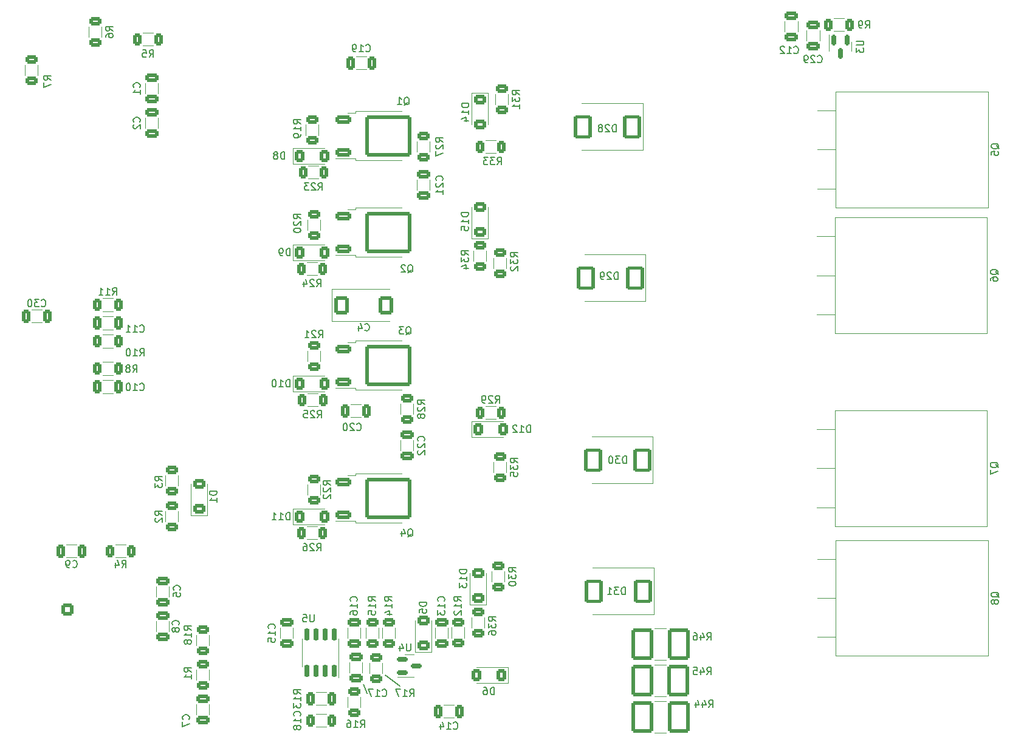
<source format=gbo>
G04 #@! TF.GenerationSoftware,KiCad,Pcbnew,7.0.2*
G04 #@! TF.CreationDate,2023-07-23T14:06:11+02:00*
G04 #@! TF.ProjectId,Module_1,4d6f6475-6c65-45f3-912e-6b696361645f,rev?*
G04 #@! TF.SameCoordinates,Original*
G04 #@! TF.FileFunction,Legend,Bot*
G04 #@! TF.FilePolarity,Positive*
%FSLAX46Y46*%
G04 Gerber Fmt 4.6, Leading zero omitted, Abs format (unit mm)*
G04 Created by KiCad (PCBNEW 7.0.2) date 2023-07-23 14:06:11*
%MOMM*%
%LPD*%
G01*
G04 APERTURE LIST*
G04 Aperture macros list*
%AMRoundRect*
0 Rectangle with rounded corners*
0 $1 Rounding radius*
0 $2 $3 $4 $5 $6 $7 $8 $9 X,Y pos of 4 corners*
0 Add a 4 corners polygon primitive as box body*
4,1,4,$2,$3,$4,$5,$6,$7,$8,$9,$2,$3,0*
0 Add four circle primitives for the rounded corners*
1,1,$1+$1,$2,$3*
1,1,$1+$1,$4,$5*
1,1,$1+$1,$6,$7*
1,1,$1+$1,$8,$9*
0 Add four rect primitives between the rounded corners*
20,1,$1+$1,$2,$3,$4,$5,0*
20,1,$1+$1,$4,$5,$6,$7,0*
20,1,$1+$1,$6,$7,$8,$9,0*
20,1,$1+$1,$8,$9,$2,$3,0*%
G04 Aperture macros list end*
%ADD10C,0.150000*%
%ADD11C,0.120000*%
%ADD12C,2.400000*%
%ADD13O,2.400000X2.400000*%
%ADD14R,2.600000X2.600000*%
%ADD15O,2.600000X2.600000*%
%ADD16R,1.600000X1.600000*%
%ADD17C,1.600000*%
%ADD18C,3.500000*%
%ADD19RoundRect,0.250000X-0.600000X-0.600000X0.600000X-0.600000X0.600000X0.600000X-0.600000X0.600000X0*%
%ADD20C,1.700000*%
%ADD21R,1.800000X1.800000*%
%ADD22C,1.800000*%
%ADD23C,4.000000*%
%ADD24R,1.700000X1.700000*%
%ADD25O,1.700000X1.700000*%
%ADD26C,2.800000*%
%ADD27O,1.600000X1.600000*%
%ADD28C,1.440000*%
%ADD29O,1.800000X1.800000*%
%ADD30C,7.000000*%
%ADD31R,2.400000X1.600000*%
%ADD32O,2.400000X1.600000*%
%ADD33C,2.500000*%
%ADD34RoundRect,0.250000X-0.312500X-0.625000X0.312500X-0.625000X0.312500X0.625000X-0.312500X0.625000X0*%
%ADD35RoundRect,0.250000X-0.600000X0.400000X-0.600000X-0.400000X0.600000X-0.400000X0.600000X0.400000X0*%
%ADD36RoundRect,0.250000X-0.625000X0.312500X-0.625000X-0.312500X0.625000X-0.312500X0.625000X0.312500X0*%
%ADD37RoundRect,0.250000X0.650000X-0.325000X0.650000X0.325000X-0.650000X0.325000X-0.650000X-0.325000X0*%
%ADD38RoundRect,0.250000X-0.850000X-0.350000X0.850000X-0.350000X0.850000X0.350000X-0.850000X0.350000X0*%
%ADD39RoundRect,0.249997X-2.950003X-2.650003X2.950003X-2.650003X2.950003X2.650003X-2.950003X2.650003X0*%
%ADD40RoundRect,0.250000X0.625000X-0.312500X0.625000X0.312500X-0.625000X0.312500X-0.625000X-0.312500X0*%
%ADD41R,4.500000X2.500000*%
%ADD42O,4.500000X2.500000*%
%ADD43RoundRect,0.250001X1.262499X1.974999X-1.262499X1.974999X-1.262499X-1.974999X1.262499X-1.974999X0*%
%ADD44RoundRect,0.250000X0.312500X0.625000X-0.312500X0.625000X-0.312500X-0.625000X0.312500X-0.625000X0*%
%ADD45RoundRect,0.250000X-0.400000X-0.600000X0.400000X-0.600000X0.400000X0.600000X-0.400000X0.600000X0*%
%ADD46RoundRect,0.250000X1.000000X-1.400000X1.000000X1.400000X-1.000000X1.400000X-1.000000X-1.400000X0*%
%ADD47RoundRect,0.250000X-0.650000X0.325000X-0.650000X-0.325000X0.650000X-0.325000X0.650000X0.325000X0*%
%ADD48RoundRect,0.250000X-0.325000X-0.650000X0.325000X-0.650000X0.325000X0.650000X-0.325000X0.650000X0*%
%ADD49RoundRect,0.150000X-0.150000X0.587500X-0.150000X-0.587500X0.150000X-0.587500X0.150000X0.587500X0*%
%ADD50RoundRect,0.250000X0.600000X-0.400000X0.600000X0.400000X-0.600000X0.400000X-0.600000X-0.400000X0*%
%ADD51RoundRect,0.250000X0.325000X0.650000X-0.325000X0.650000X-0.325000X-0.650000X0.325000X-0.650000X0*%
%ADD52RoundRect,0.250000X-0.787500X-1.025000X0.787500X-1.025000X0.787500X1.025000X-0.787500X1.025000X0*%
%ADD53RoundRect,0.250000X0.400000X0.600000X-0.400000X0.600000X-0.400000X-0.600000X0.400000X-0.600000X0*%
%ADD54RoundRect,0.150000X0.150000X-0.725000X0.150000X0.725000X-0.150000X0.725000X-0.150000X-0.725000X0*%
%ADD55RoundRect,0.150000X-0.587500X-0.150000X0.587500X-0.150000X0.587500X0.150000X-0.587500X0.150000X0*%
G04 APERTURE END LIST*
D10*
X109728000Y-130810000D02*
X109220000Y-129540000D01*
X114300000Y-129794000D02*
X112268000Y-128270000D01*
X75604666Y-113280619D02*
X75937999Y-112804428D01*
X76176094Y-113280619D02*
X76176094Y-112280619D01*
X76176094Y-112280619D02*
X75795142Y-112280619D01*
X75795142Y-112280619D02*
X75699904Y-112328238D01*
X75699904Y-112328238D02*
X75652285Y-112375857D01*
X75652285Y-112375857D02*
X75604666Y-112471095D01*
X75604666Y-112471095D02*
X75604666Y-112613952D01*
X75604666Y-112613952D02*
X75652285Y-112709190D01*
X75652285Y-112709190D02*
X75699904Y-112756809D01*
X75699904Y-112756809D02*
X75795142Y-112804428D01*
X75795142Y-112804428D02*
X76176094Y-112804428D01*
X74747523Y-112613952D02*
X74747523Y-113280619D01*
X74985618Y-112233000D02*
X75223713Y-112947285D01*
X75223713Y-112947285D02*
X74604666Y-112947285D01*
X123938619Y-48569714D02*
X122938619Y-48569714D01*
X122938619Y-48569714D02*
X122938619Y-48807809D01*
X122938619Y-48807809D02*
X122986238Y-48950666D01*
X122986238Y-48950666D02*
X123081476Y-49045904D01*
X123081476Y-49045904D02*
X123176714Y-49093523D01*
X123176714Y-49093523D02*
X123367190Y-49141142D01*
X123367190Y-49141142D02*
X123510047Y-49141142D01*
X123510047Y-49141142D02*
X123700523Y-49093523D01*
X123700523Y-49093523D02*
X123795761Y-49045904D01*
X123795761Y-49045904D02*
X123891000Y-48950666D01*
X123891000Y-48950666D02*
X123938619Y-48807809D01*
X123938619Y-48807809D02*
X123938619Y-48569714D01*
X123938619Y-50093523D02*
X123938619Y-49522095D01*
X123938619Y-49807809D02*
X122938619Y-49807809D01*
X122938619Y-49807809D02*
X123081476Y-49712571D01*
X123081476Y-49712571D02*
X123176714Y-49617333D01*
X123176714Y-49617333D02*
X123224333Y-49522095D01*
X123271952Y-50950666D02*
X123938619Y-50950666D01*
X122891000Y-50712571D02*
X123605285Y-50474476D01*
X123605285Y-50474476D02*
X123605285Y-51093523D01*
X100538619Y-51427142D02*
X100062428Y-51093809D01*
X100538619Y-50855714D02*
X99538619Y-50855714D01*
X99538619Y-50855714D02*
X99538619Y-51236666D01*
X99538619Y-51236666D02*
X99586238Y-51331904D01*
X99586238Y-51331904D02*
X99633857Y-51379523D01*
X99633857Y-51379523D02*
X99729095Y-51427142D01*
X99729095Y-51427142D02*
X99871952Y-51427142D01*
X99871952Y-51427142D02*
X99967190Y-51379523D01*
X99967190Y-51379523D02*
X100014809Y-51331904D01*
X100014809Y-51331904D02*
X100062428Y-51236666D01*
X100062428Y-51236666D02*
X100062428Y-50855714D01*
X100538619Y-52379523D02*
X100538619Y-51808095D01*
X100538619Y-52093809D02*
X99538619Y-52093809D01*
X99538619Y-52093809D02*
X99681476Y-51998571D01*
X99681476Y-51998571D02*
X99776714Y-51903333D01*
X99776714Y-51903333D02*
X99824333Y-51808095D01*
X100538619Y-52855714D02*
X100538619Y-53046190D01*
X100538619Y-53046190D02*
X100491000Y-53141428D01*
X100491000Y-53141428D02*
X100443380Y-53189047D01*
X100443380Y-53189047D02*
X100300523Y-53284285D01*
X100300523Y-53284285D02*
X100110047Y-53331904D01*
X100110047Y-53331904D02*
X99729095Y-53331904D01*
X99729095Y-53331904D02*
X99633857Y-53284285D01*
X99633857Y-53284285D02*
X99586238Y-53236666D01*
X99586238Y-53236666D02*
X99538619Y-53141428D01*
X99538619Y-53141428D02*
X99538619Y-52950952D01*
X99538619Y-52950952D02*
X99586238Y-52855714D01*
X99586238Y-52855714D02*
X99633857Y-52808095D01*
X99633857Y-52808095D02*
X99729095Y-52760476D01*
X99729095Y-52760476D02*
X99967190Y-52760476D01*
X99967190Y-52760476D02*
X100062428Y-52808095D01*
X100062428Y-52808095D02*
X100110047Y-52855714D01*
X100110047Y-52855714D02*
X100157666Y-52950952D01*
X100157666Y-52950952D02*
X100157666Y-53141428D01*
X100157666Y-53141428D02*
X100110047Y-53236666D01*
X100110047Y-53236666D02*
X100062428Y-53284285D01*
X100062428Y-53284285D02*
X99967190Y-53331904D01*
X83497380Y-121294333D02*
X83545000Y-121246714D01*
X83545000Y-121246714D02*
X83592619Y-121103857D01*
X83592619Y-121103857D02*
X83592619Y-121008619D01*
X83592619Y-121008619D02*
X83545000Y-120865762D01*
X83545000Y-120865762D02*
X83449761Y-120770524D01*
X83449761Y-120770524D02*
X83354523Y-120722905D01*
X83354523Y-120722905D02*
X83164047Y-120675286D01*
X83164047Y-120675286D02*
X83021190Y-120675286D01*
X83021190Y-120675286D02*
X82830714Y-120722905D01*
X82830714Y-120722905D02*
X82735476Y-120770524D01*
X82735476Y-120770524D02*
X82640238Y-120865762D01*
X82640238Y-120865762D02*
X82592619Y-121008619D01*
X82592619Y-121008619D02*
X82592619Y-121103857D01*
X82592619Y-121103857D02*
X82640238Y-121246714D01*
X82640238Y-121246714D02*
X82687857Y-121294333D01*
X83021190Y-121865762D02*
X82973571Y-121770524D01*
X82973571Y-121770524D02*
X82925952Y-121722905D01*
X82925952Y-121722905D02*
X82830714Y-121675286D01*
X82830714Y-121675286D02*
X82783095Y-121675286D01*
X82783095Y-121675286D02*
X82687857Y-121722905D01*
X82687857Y-121722905D02*
X82640238Y-121770524D01*
X82640238Y-121770524D02*
X82592619Y-121865762D01*
X82592619Y-121865762D02*
X82592619Y-122056238D01*
X82592619Y-122056238D02*
X82640238Y-122151476D01*
X82640238Y-122151476D02*
X82687857Y-122199095D01*
X82687857Y-122199095D02*
X82783095Y-122246714D01*
X82783095Y-122246714D02*
X82830714Y-122246714D01*
X82830714Y-122246714D02*
X82925952Y-122199095D01*
X82925952Y-122199095D02*
X82973571Y-122151476D01*
X82973571Y-122151476D02*
X83021190Y-122056238D01*
X83021190Y-122056238D02*
X83021190Y-121865762D01*
X83021190Y-121865762D02*
X83068809Y-121770524D01*
X83068809Y-121770524D02*
X83116428Y-121722905D01*
X83116428Y-121722905D02*
X83211666Y-121675286D01*
X83211666Y-121675286D02*
X83402142Y-121675286D01*
X83402142Y-121675286D02*
X83497380Y-121722905D01*
X83497380Y-121722905D02*
X83545000Y-121770524D01*
X83545000Y-121770524D02*
X83592619Y-121865762D01*
X83592619Y-121865762D02*
X83592619Y-122056238D01*
X83592619Y-122056238D02*
X83545000Y-122151476D01*
X83545000Y-122151476D02*
X83497380Y-122199095D01*
X83497380Y-122199095D02*
X83402142Y-122246714D01*
X83402142Y-122246714D02*
X83211666Y-122246714D01*
X83211666Y-122246714D02*
X83116428Y-122199095D01*
X83116428Y-122199095D02*
X83068809Y-122151476D01*
X83068809Y-122151476D02*
X83021190Y-122056238D01*
X115411238Y-109015857D02*
X115506476Y-108968238D01*
X115506476Y-108968238D02*
X115601714Y-108873000D01*
X115601714Y-108873000D02*
X115744571Y-108730142D01*
X115744571Y-108730142D02*
X115839809Y-108682523D01*
X115839809Y-108682523D02*
X115935047Y-108682523D01*
X115887428Y-108920619D02*
X115982666Y-108873000D01*
X115982666Y-108873000D02*
X116077904Y-108777761D01*
X116077904Y-108777761D02*
X116125523Y-108587285D01*
X116125523Y-108587285D02*
X116125523Y-108253952D01*
X116125523Y-108253952D02*
X116077904Y-108063476D01*
X116077904Y-108063476D02*
X115982666Y-107968238D01*
X115982666Y-107968238D02*
X115887428Y-107920619D01*
X115887428Y-107920619D02*
X115696952Y-107920619D01*
X115696952Y-107920619D02*
X115601714Y-107968238D01*
X115601714Y-107968238D02*
X115506476Y-108063476D01*
X115506476Y-108063476D02*
X115458857Y-108253952D01*
X115458857Y-108253952D02*
X115458857Y-108587285D01*
X115458857Y-108587285D02*
X115506476Y-108777761D01*
X115506476Y-108777761D02*
X115601714Y-108873000D01*
X115601714Y-108873000D02*
X115696952Y-108920619D01*
X115696952Y-108920619D02*
X115887428Y-108920619D01*
X114601714Y-108253952D02*
X114601714Y-108920619D01*
X114839809Y-107873000D02*
X115077904Y-108587285D01*
X115077904Y-108587285D02*
X114458857Y-108587285D01*
X122890619Y-117975142D02*
X122414428Y-117641809D01*
X122890619Y-117403714D02*
X121890619Y-117403714D01*
X121890619Y-117403714D02*
X121890619Y-117784666D01*
X121890619Y-117784666D02*
X121938238Y-117879904D01*
X121938238Y-117879904D02*
X121985857Y-117927523D01*
X121985857Y-117927523D02*
X122081095Y-117975142D01*
X122081095Y-117975142D02*
X122223952Y-117975142D01*
X122223952Y-117975142D02*
X122319190Y-117927523D01*
X122319190Y-117927523D02*
X122366809Y-117879904D01*
X122366809Y-117879904D02*
X122414428Y-117784666D01*
X122414428Y-117784666D02*
X122414428Y-117403714D01*
X122890619Y-118927523D02*
X122890619Y-118356095D01*
X122890619Y-118641809D02*
X121890619Y-118641809D01*
X121890619Y-118641809D02*
X122033476Y-118546571D01*
X122033476Y-118546571D02*
X122128714Y-118451333D01*
X122128714Y-118451333D02*
X122176333Y-118356095D01*
X121985857Y-119308476D02*
X121938238Y-119356095D01*
X121938238Y-119356095D02*
X121890619Y-119451333D01*
X121890619Y-119451333D02*
X121890619Y-119689428D01*
X121890619Y-119689428D02*
X121938238Y-119784666D01*
X121938238Y-119784666D02*
X121985857Y-119832285D01*
X121985857Y-119832285D02*
X122081095Y-119879904D01*
X122081095Y-119879904D02*
X122176333Y-119879904D01*
X122176333Y-119879904D02*
X122319190Y-119832285D01*
X122319190Y-119832285D02*
X122890619Y-119260857D01*
X122890619Y-119260857D02*
X122890619Y-119879904D01*
X197817857Y-54904761D02*
X197770238Y-54809523D01*
X197770238Y-54809523D02*
X197675000Y-54714285D01*
X197675000Y-54714285D02*
X197532142Y-54571428D01*
X197532142Y-54571428D02*
X197484523Y-54476190D01*
X197484523Y-54476190D02*
X197484523Y-54380952D01*
X197722619Y-54428571D02*
X197675000Y-54333333D01*
X197675000Y-54333333D02*
X197579761Y-54238095D01*
X197579761Y-54238095D02*
X197389285Y-54190476D01*
X197389285Y-54190476D02*
X197055952Y-54190476D01*
X197055952Y-54190476D02*
X196865476Y-54238095D01*
X196865476Y-54238095D02*
X196770238Y-54333333D01*
X196770238Y-54333333D02*
X196722619Y-54428571D01*
X196722619Y-54428571D02*
X196722619Y-54619047D01*
X196722619Y-54619047D02*
X196770238Y-54714285D01*
X196770238Y-54714285D02*
X196865476Y-54809523D01*
X196865476Y-54809523D02*
X197055952Y-54857142D01*
X197055952Y-54857142D02*
X197389285Y-54857142D01*
X197389285Y-54857142D02*
X197579761Y-54809523D01*
X197579761Y-54809523D02*
X197675000Y-54714285D01*
X197675000Y-54714285D02*
X197722619Y-54619047D01*
X197722619Y-54619047D02*
X197722619Y-54428571D01*
X196722619Y-55761904D02*
X196722619Y-55285714D01*
X196722619Y-55285714D02*
X197198809Y-55238095D01*
X197198809Y-55238095D02*
X197151190Y-55285714D01*
X197151190Y-55285714D02*
X197103571Y-55380952D01*
X197103571Y-55380952D02*
X197103571Y-55619047D01*
X197103571Y-55619047D02*
X197151190Y-55714285D01*
X197151190Y-55714285D02*
X197198809Y-55761904D01*
X197198809Y-55761904D02*
X197294047Y-55809523D01*
X197294047Y-55809523D02*
X197532142Y-55809523D01*
X197532142Y-55809523D02*
X197627380Y-55761904D01*
X197627380Y-55761904D02*
X197675000Y-55714285D01*
X197675000Y-55714285D02*
X197722619Y-55619047D01*
X197722619Y-55619047D02*
X197722619Y-55380952D01*
X197722619Y-55380952D02*
X197675000Y-55285714D01*
X197675000Y-55285714D02*
X197627380Y-55238095D01*
X157106857Y-123398619D02*
X157440190Y-122922428D01*
X157678285Y-123398619D02*
X157678285Y-122398619D01*
X157678285Y-122398619D02*
X157297333Y-122398619D01*
X157297333Y-122398619D02*
X157202095Y-122446238D01*
X157202095Y-122446238D02*
X157154476Y-122493857D01*
X157154476Y-122493857D02*
X157106857Y-122589095D01*
X157106857Y-122589095D02*
X157106857Y-122731952D01*
X157106857Y-122731952D02*
X157154476Y-122827190D01*
X157154476Y-122827190D02*
X157202095Y-122874809D01*
X157202095Y-122874809D02*
X157297333Y-122922428D01*
X157297333Y-122922428D02*
X157678285Y-122922428D01*
X156249714Y-122731952D02*
X156249714Y-123398619D01*
X156487809Y-122351000D02*
X156725904Y-123065285D01*
X156725904Y-123065285D02*
X156106857Y-123065285D01*
X155297333Y-122398619D02*
X155487809Y-122398619D01*
X155487809Y-122398619D02*
X155583047Y-122446238D01*
X155583047Y-122446238D02*
X155630666Y-122493857D01*
X155630666Y-122493857D02*
X155725904Y-122636714D01*
X155725904Y-122636714D02*
X155773523Y-122827190D01*
X155773523Y-122827190D02*
X155773523Y-123208142D01*
X155773523Y-123208142D02*
X155725904Y-123303380D01*
X155725904Y-123303380D02*
X155678285Y-123351000D01*
X155678285Y-123351000D02*
X155583047Y-123398619D01*
X155583047Y-123398619D02*
X155392571Y-123398619D01*
X155392571Y-123398619D02*
X155297333Y-123351000D01*
X155297333Y-123351000D02*
X155249714Y-123303380D01*
X155249714Y-123303380D02*
X155202095Y-123208142D01*
X155202095Y-123208142D02*
X155202095Y-122970047D01*
X155202095Y-122970047D02*
X155249714Y-122874809D01*
X155249714Y-122874809D02*
X155297333Y-122827190D01*
X155297333Y-122827190D02*
X155392571Y-122779571D01*
X155392571Y-122779571D02*
X155583047Y-122779571D01*
X155583047Y-122779571D02*
X155678285Y-122827190D01*
X155678285Y-122827190D02*
X155725904Y-122874809D01*
X155725904Y-122874809D02*
X155773523Y-122970047D01*
X130764619Y-98671142D02*
X130288428Y-98337809D01*
X130764619Y-98099714D02*
X129764619Y-98099714D01*
X129764619Y-98099714D02*
X129764619Y-98480666D01*
X129764619Y-98480666D02*
X129812238Y-98575904D01*
X129812238Y-98575904D02*
X129859857Y-98623523D01*
X129859857Y-98623523D02*
X129955095Y-98671142D01*
X129955095Y-98671142D02*
X130097952Y-98671142D01*
X130097952Y-98671142D02*
X130193190Y-98623523D01*
X130193190Y-98623523D02*
X130240809Y-98575904D01*
X130240809Y-98575904D02*
X130288428Y-98480666D01*
X130288428Y-98480666D02*
X130288428Y-98099714D01*
X129764619Y-99004476D02*
X129764619Y-99623523D01*
X129764619Y-99623523D02*
X130145571Y-99290190D01*
X130145571Y-99290190D02*
X130145571Y-99433047D01*
X130145571Y-99433047D02*
X130193190Y-99528285D01*
X130193190Y-99528285D02*
X130240809Y-99575904D01*
X130240809Y-99575904D02*
X130336047Y-99623523D01*
X130336047Y-99623523D02*
X130574142Y-99623523D01*
X130574142Y-99623523D02*
X130669380Y-99575904D01*
X130669380Y-99575904D02*
X130717000Y-99528285D01*
X130717000Y-99528285D02*
X130764619Y-99433047D01*
X130764619Y-99433047D02*
X130764619Y-99147333D01*
X130764619Y-99147333D02*
X130717000Y-99052095D01*
X130717000Y-99052095D02*
X130669380Y-99004476D01*
X129764619Y-100528285D02*
X129764619Y-100052095D01*
X129764619Y-100052095D02*
X130240809Y-100004476D01*
X130240809Y-100004476D02*
X130193190Y-100052095D01*
X130193190Y-100052095D02*
X130145571Y-100147333D01*
X130145571Y-100147333D02*
X130145571Y-100385428D01*
X130145571Y-100385428D02*
X130193190Y-100480666D01*
X130193190Y-100480666D02*
X130240809Y-100528285D01*
X130240809Y-100528285D02*
X130336047Y-100575904D01*
X130336047Y-100575904D02*
X130574142Y-100575904D01*
X130574142Y-100575904D02*
X130669380Y-100528285D01*
X130669380Y-100528285D02*
X130717000Y-100480666D01*
X130717000Y-100480666D02*
X130764619Y-100385428D01*
X130764619Y-100385428D02*
X130764619Y-100147333D01*
X130764619Y-100147333D02*
X130717000Y-100052095D01*
X130717000Y-100052095D02*
X130669380Y-100004476D01*
X127642857Y-90336619D02*
X127976190Y-89860428D01*
X128214285Y-90336619D02*
X128214285Y-89336619D01*
X128214285Y-89336619D02*
X127833333Y-89336619D01*
X127833333Y-89336619D02*
X127738095Y-89384238D01*
X127738095Y-89384238D02*
X127690476Y-89431857D01*
X127690476Y-89431857D02*
X127642857Y-89527095D01*
X127642857Y-89527095D02*
X127642857Y-89669952D01*
X127642857Y-89669952D02*
X127690476Y-89765190D01*
X127690476Y-89765190D02*
X127738095Y-89812809D01*
X127738095Y-89812809D02*
X127833333Y-89860428D01*
X127833333Y-89860428D02*
X128214285Y-89860428D01*
X127261904Y-89431857D02*
X127214285Y-89384238D01*
X127214285Y-89384238D02*
X127119047Y-89336619D01*
X127119047Y-89336619D02*
X126880952Y-89336619D01*
X126880952Y-89336619D02*
X126785714Y-89384238D01*
X126785714Y-89384238D02*
X126738095Y-89431857D01*
X126738095Y-89431857D02*
X126690476Y-89527095D01*
X126690476Y-89527095D02*
X126690476Y-89622333D01*
X126690476Y-89622333D02*
X126738095Y-89765190D01*
X126738095Y-89765190D02*
X127309523Y-90336619D01*
X127309523Y-90336619D02*
X126690476Y-90336619D01*
X126214285Y-90336619D02*
X126023809Y-90336619D01*
X126023809Y-90336619D02*
X125928571Y-90289000D01*
X125928571Y-90289000D02*
X125880952Y-90241380D01*
X125880952Y-90241380D02*
X125785714Y-90098523D01*
X125785714Y-90098523D02*
X125738095Y-89908047D01*
X125738095Y-89908047D02*
X125738095Y-89527095D01*
X125738095Y-89527095D02*
X125785714Y-89431857D01*
X125785714Y-89431857D02*
X125833333Y-89384238D01*
X125833333Y-89384238D02*
X125928571Y-89336619D01*
X125928571Y-89336619D02*
X126119047Y-89336619D01*
X126119047Y-89336619D02*
X126214285Y-89384238D01*
X126214285Y-89384238D02*
X126261904Y-89431857D01*
X126261904Y-89431857D02*
X126309523Y-89527095D01*
X126309523Y-89527095D02*
X126309523Y-89765190D01*
X126309523Y-89765190D02*
X126261904Y-89860428D01*
X126261904Y-89860428D02*
X126214285Y-89908047D01*
X126214285Y-89908047D02*
X126119047Y-89955666D01*
X126119047Y-89955666D02*
X125928571Y-89955666D01*
X125928571Y-89955666D02*
X125833333Y-89908047D01*
X125833333Y-89908047D02*
X125785714Y-89860428D01*
X125785714Y-89860428D02*
X125738095Y-89765190D01*
X85298619Y-127849333D02*
X84822428Y-127516000D01*
X85298619Y-127277905D02*
X84298619Y-127277905D01*
X84298619Y-127277905D02*
X84298619Y-127658857D01*
X84298619Y-127658857D02*
X84346238Y-127754095D01*
X84346238Y-127754095D02*
X84393857Y-127801714D01*
X84393857Y-127801714D02*
X84489095Y-127849333D01*
X84489095Y-127849333D02*
X84631952Y-127849333D01*
X84631952Y-127849333D02*
X84727190Y-127801714D01*
X84727190Y-127801714D02*
X84774809Y-127754095D01*
X84774809Y-127754095D02*
X84822428Y-127658857D01*
X84822428Y-127658857D02*
X84822428Y-127277905D01*
X85298619Y-128801714D02*
X85298619Y-128230286D01*
X85298619Y-128516000D02*
X84298619Y-128516000D01*
X84298619Y-128516000D02*
X84441476Y-128420762D01*
X84441476Y-128420762D02*
X84536714Y-128325524D01*
X84536714Y-128325524D02*
X84584333Y-128230286D01*
X99036094Y-69804619D02*
X99036094Y-68804619D01*
X99036094Y-68804619D02*
X98797999Y-68804619D01*
X98797999Y-68804619D02*
X98655142Y-68852238D01*
X98655142Y-68852238D02*
X98559904Y-68947476D01*
X98559904Y-68947476D02*
X98512285Y-69042714D01*
X98512285Y-69042714D02*
X98464666Y-69233190D01*
X98464666Y-69233190D02*
X98464666Y-69376047D01*
X98464666Y-69376047D02*
X98512285Y-69566523D01*
X98512285Y-69566523D02*
X98559904Y-69661761D01*
X98559904Y-69661761D02*
X98655142Y-69757000D01*
X98655142Y-69757000D02*
X98797999Y-69804619D01*
X98797999Y-69804619D02*
X99036094Y-69804619D01*
X97988475Y-69804619D02*
X97797999Y-69804619D01*
X97797999Y-69804619D02*
X97702761Y-69757000D01*
X97702761Y-69757000D02*
X97655142Y-69709380D01*
X97655142Y-69709380D02*
X97559904Y-69566523D01*
X97559904Y-69566523D02*
X97512285Y-69376047D01*
X97512285Y-69376047D02*
X97512285Y-68995095D01*
X97512285Y-68995095D02*
X97559904Y-68899857D01*
X97559904Y-68899857D02*
X97607523Y-68852238D01*
X97607523Y-68852238D02*
X97702761Y-68804619D01*
X97702761Y-68804619D02*
X97893237Y-68804619D01*
X97893237Y-68804619D02*
X97988475Y-68852238D01*
X97988475Y-68852238D02*
X98036094Y-68899857D01*
X98036094Y-68899857D02*
X98083713Y-68995095D01*
X98083713Y-68995095D02*
X98083713Y-69233190D01*
X98083713Y-69233190D02*
X98036094Y-69328428D01*
X98036094Y-69328428D02*
X97988475Y-69376047D01*
X97988475Y-69376047D02*
X97893237Y-69423666D01*
X97893237Y-69423666D02*
X97702761Y-69423666D01*
X97702761Y-69423666D02*
X97607523Y-69376047D01*
X97607523Y-69376047D02*
X97559904Y-69328428D01*
X97559904Y-69328428D02*
X97512285Y-69233190D01*
X145896285Y-98760619D02*
X145896285Y-97760619D01*
X145896285Y-97760619D02*
X145658190Y-97760619D01*
X145658190Y-97760619D02*
X145515333Y-97808238D01*
X145515333Y-97808238D02*
X145420095Y-97903476D01*
X145420095Y-97903476D02*
X145372476Y-97998714D01*
X145372476Y-97998714D02*
X145324857Y-98189190D01*
X145324857Y-98189190D02*
X145324857Y-98332047D01*
X145324857Y-98332047D02*
X145372476Y-98522523D01*
X145372476Y-98522523D02*
X145420095Y-98617761D01*
X145420095Y-98617761D02*
X145515333Y-98713000D01*
X145515333Y-98713000D02*
X145658190Y-98760619D01*
X145658190Y-98760619D02*
X145896285Y-98760619D01*
X144991523Y-97760619D02*
X144372476Y-97760619D01*
X144372476Y-97760619D02*
X144705809Y-98141571D01*
X144705809Y-98141571D02*
X144562952Y-98141571D01*
X144562952Y-98141571D02*
X144467714Y-98189190D01*
X144467714Y-98189190D02*
X144420095Y-98236809D01*
X144420095Y-98236809D02*
X144372476Y-98332047D01*
X144372476Y-98332047D02*
X144372476Y-98570142D01*
X144372476Y-98570142D02*
X144420095Y-98665380D01*
X144420095Y-98665380D02*
X144467714Y-98713000D01*
X144467714Y-98713000D02*
X144562952Y-98760619D01*
X144562952Y-98760619D02*
X144848666Y-98760619D01*
X144848666Y-98760619D02*
X144943904Y-98713000D01*
X144943904Y-98713000D02*
X144991523Y-98665380D01*
X143753428Y-97760619D02*
X143658190Y-97760619D01*
X143658190Y-97760619D02*
X143562952Y-97808238D01*
X143562952Y-97808238D02*
X143515333Y-97855857D01*
X143515333Y-97855857D02*
X143467714Y-97951095D01*
X143467714Y-97951095D02*
X143420095Y-98141571D01*
X143420095Y-98141571D02*
X143420095Y-98379666D01*
X143420095Y-98379666D02*
X143467714Y-98570142D01*
X143467714Y-98570142D02*
X143515333Y-98665380D01*
X143515333Y-98665380D02*
X143562952Y-98713000D01*
X143562952Y-98713000D02*
X143658190Y-98760619D01*
X143658190Y-98760619D02*
X143753428Y-98760619D01*
X143753428Y-98760619D02*
X143848666Y-98713000D01*
X143848666Y-98713000D02*
X143896285Y-98665380D01*
X143896285Y-98665380D02*
X143943904Y-98570142D01*
X143943904Y-98570142D02*
X143991523Y-98379666D01*
X143991523Y-98379666D02*
X143991523Y-98141571D01*
X143991523Y-98141571D02*
X143943904Y-97951095D01*
X143943904Y-97951095D02*
X143896285Y-97855857D01*
X143896285Y-97855857D02*
X143848666Y-97808238D01*
X143848666Y-97808238D02*
X143753428Y-97760619D01*
X169232857Y-41515380D02*
X169280476Y-41563000D01*
X169280476Y-41563000D02*
X169423333Y-41610619D01*
X169423333Y-41610619D02*
X169518571Y-41610619D01*
X169518571Y-41610619D02*
X169661428Y-41563000D01*
X169661428Y-41563000D02*
X169756666Y-41467761D01*
X169756666Y-41467761D02*
X169804285Y-41372523D01*
X169804285Y-41372523D02*
X169851904Y-41182047D01*
X169851904Y-41182047D02*
X169851904Y-41039190D01*
X169851904Y-41039190D02*
X169804285Y-40848714D01*
X169804285Y-40848714D02*
X169756666Y-40753476D01*
X169756666Y-40753476D02*
X169661428Y-40658238D01*
X169661428Y-40658238D02*
X169518571Y-40610619D01*
X169518571Y-40610619D02*
X169423333Y-40610619D01*
X169423333Y-40610619D02*
X169280476Y-40658238D01*
X169280476Y-40658238D02*
X169232857Y-40705857D01*
X168280476Y-41610619D02*
X168851904Y-41610619D01*
X168566190Y-41610619D02*
X168566190Y-40610619D01*
X168566190Y-40610619D02*
X168661428Y-40753476D01*
X168661428Y-40753476D02*
X168756666Y-40848714D01*
X168756666Y-40848714D02*
X168851904Y-40896333D01*
X167899523Y-40705857D02*
X167851904Y-40658238D01*
X167851904Y-40658238D02*
X167756666Y-40610619D01*
X167756666Y-40610619D02*
X167518571Y-40610619D01*
X167518571Y-40610619D02*
X167423333Y-40658238D01*
X167423333Y-40658238D02*
X167375714Y-40705857D01*
X167375714Y-40705857D02*
X167328095Y-40801095D01*
X167328095Y-40801095D02*
X167328095Y-40896333D01*
X167328095Y-40896333D02*
X167375714Y-41039190D01*
X167375714Y-41039190D02*
X167947142Y-41610619D01*
X167947142Y-41610619D02*
X167328095Y-41610619D01*
X114903238Y-48817857D02*
X114998476Y-48770238D01*
X114998476Y-48770238D02*
X115093714Y-48675000D01*
X115093714Y-48675000D02*
X115236571Y-48532142D01*
X115236571Y-48532142D02*
X115331809Y-48484523D01*
X115331809Y-48484523D02*
X115427047Y-48484523D01*
X115379428Y-48722619D02*
X115474666Y-48675000D01*
X115474666Y-48675000D02*
X115569904Y-48579761D01*
X115569904Y-48579761D02*
X115617523Y-48389285D01*
X115617523Y-48389285D02*
X115617523Y-48055952D01*
X115617523Y-48055952D02*
X115569904Y-47865476D01*
X115569904Y-47865476D02*
X115474666Y-47770238D01*
X115474666Y-47770238D02*
X115379428Y-47722619D01*
X115379428Y-47722619D02*
X115188952Y-47722619D01*
X115188952Y-47722619D02*
X115093714Y-47770238D01*
X115093714Y-47770238D02*
X114998476Y-47865476D01*
X114998476Y-47865476D02*
X114950857Y-48055952D01*
X114950857Y-48055952D02*
X114950857Y-48389285D01*
X114950857Y-48389285D02*
X114998476Y-48579761D01*
X114998476Y-48579761D02*
X115093714Y-48675000D01*
X115093714Y-48675000D02*
X115188952Y-48722619D01*
X115188952Y-48722619D02*
X115379428Y-48722619D01*
X113998476Y-48722619D02*
X114569904Y-48722619D01*
X114284190Y-48722619D02*
X114284190Y-47722619D01*
X114284190Y-47722619D02*
X114379428Y-47865476D01*
X114379428Y-47865476D02*
X114474666Y-47960714D01*
X114474666Y-47960714D02*
X114569904Y-48008333D01*
X81234619Y-106005333D02*
X80758428Y-105672000D01*
X81234619Y-105433905D02*
X80234619Y-105433905D01*
X80234619Y-105433905D02*
X80234619Y-105814857D01*
X80234619Y-105814857D02*
X80282238Y-105910095D01*
X80282238Y-105910095D02*
X80329857Y-105957714D01*
X80329857Y-105957714D02*
X80425095Y-106005333D01*
X80425095Y-106005333D02*
X80567952Y-106005333D01*
X80567952Y-106005333D02*
X80663190Y-105957714D01*
X80663190Y-105957714D02*
X80710809Y-105910095D01*
X80710809Y-105910095D02*
X80758428Y-105814857D01*
X80758428Y-105814857D02*
X80758428Y-105433905D01*
X80329857Y-106386286D02*
X80282238Y-106433905D01*
X80282238Y-106433905D02*
X80234619Y-106529143D01*
X80234619Y-106529143D02*
X80234619Y-106767238D01*
X80234619Y-106767238D02*
X80282238Y-106862476D01*
X80282238Y-106862476D02*
X80329857Y-106910095D01*
X80329857Y-106910095D02*
X80425095Y-106957714D01*
X80425095Y-106957714D02*
X80520333Y-106957714D01*
X80520333Y-106957714D02*
X80663190Y-106910095D01*
X80663190Y-106910095D02*
X81234619Y-106338667D01*
X81234619Y-106338667D02*
X81234619Y-106957714D01*
X83679380Y-116419333D02*
X83727000Y-116371714D01*
X83727000Y-116371714D02*
X83774619Y-116228857D01*
X83774619Y-116228857D02*
X83774619Y-116133619D01*
X83774619Y-116133619D02*
X83727000Y-115990762D01*
X83727000Y-115990762D02*
X83631761Y-115895524D01*
X83631761Y-115895524D02*
X83536523Y-115847905D01*
X83536523Y-115847905D02*
X83346047Y-115800286D01*
X83346047Y-115800286D02*
X83203190Y-115800286D01*
X83203190Y-115800286D02*
X83012714Y-115847905D01*
X83012714Y-115847905D02*
X82917476Y-115895524D01*
X82917476Y-115895524D02*
X82822238Y-115990762D01*
X82822238Y-115990762D02*
X82774619Y-116133619D01*
X82774619Y-116133619D02*
X82774619Y-116228857D01*
X82774619Y-116228857D02*
X82822238Y-116371714D01*
X82822238Y-116371714D02*
X82869857Y-116419333D01*
X82774619Y-117324095D02*
X82774619Y-116847905D01*
X82774619Y-116847905D02*
X83250809Y-116800286D01*
X83250809Y-116800286D02*
X83203190Y-116847905D01*
X83203190Y-116847905D02*
X83155571Y-116943143D01*
X83155571Y-116943143D02*
X83155571Y-117181238D01*
X83155571Y-117181238D02*
X83203190Y-117276476D01*
X83203190Y-117276476D02*
X83250809Y-117324095D01*
X83250809Y-117324095D02*
X83346047Y-117371714D01*
X83346047Y-117371714D02*
X83584142Y-117371714D01*
X83584142Y-117371714D02*
X83679380Y-117324095D01*
X83679380Y-117324095D02*
X83727000Y-117276476D01*
X83727000Y-117276476D02*
X83774619Y-117181238D01*
X83774619Y-117181238D02*
X83774619Y-116943143D01*
X83774619Y-116943143D02*
X83727000Y-116847905D01*
X83727000Y-116847905D02*
X83679380Y-116800286D01*
X179170666Y-38054619D02*
X179503999Y-37578428D01*
X179742094Y-38054619D02*
X179742094Y-37054619D01*
X179742094Y-37054619D02*
X179361142Y-37054619D01*
X179361142Y-37054619D02*
X179265904Y-37102238D01*
X179265904Y-37102238D02*
X179218285Y-37149857D01*
X179218285Y-37149857D02*
X179170666Y-37245095D01*
X179170666Y-37245095D02*
X179170666Y-37387952D01*
X179170666Y-37387952D02*
X179218285Y-37483190D01*
X179218285Y-37483190D02*
X179265904Y-37530809D01*
X179265904Y-37530809D02*
X179361142Y-37578428D01*
X179361142Y-37578428D02*
X179742094Y-37578428D01*
X178694475Y-38054619D02*
X178503999Y-38054619D01*
X178503999Y-38054619D02*
X178408761Y-38007000D01*
X178408761Y-38007000D02*
X178361142Y-37959380D01*
X178361142Y-37959380D02*
X178265904Y-37816523D01*
X178265904Y-37816523D02*
X178218285Y-37626047D01*
X178218285Y-37626047D02*
X178218285Y-37245095D01*
X178218285Y-37245095D02*
X178265904Y-37149857D01*
X178265904Y-37149857D02*
X178313523Y-37102238D01*
X178313523Y-37102238D02*
X178408761Y-37054619D01*
X178408761Y-37054619D02*
X178599237Y-37054619D01*
X178599237Y-37054619D02*
X178694475Y-37102238D01*
X178694475Y-37102238D02*
X178742094Y-37149857D01*
X178742094Y-37149857D02*
X178789713Y-37245095D01*
X178789713Y-37245095D02*
X178789713Y-37483190D01*
X178789713Y-37483190D02*
X178742094Y-37578428D01*
X178742094Y-37578428D02*
X178694475Y-37626047D01*
X178694475Y-37626047D02*
X178599237Y-37673666D01*
X178599237Y-37673666D02*
X178408761Y-37673666D01*
X178408761Y-37673666D02*
X178313523Y-37626047D01*
X178313523Y-37626047D02*
X178265904Y-37578428D01*
X178265904Y-37578428D02*
X178218285Y-37483190D01*
X117715380Y-95623142D02*
X117763000Y-95575523D01*
X117763000Y-95575523D02*
X117810619Y-95432666D01*
X117810619Y-95432666D02*
X117810619Y-95337428D01*
X117810619Y-95337428D02*
X117763000Y-95194571D01*
X117763000Y-95194571D02*
X117667761Y-95099333D01*
X117667761Y-95099333D02*
X117572523Y-95051714D01*
X117572523Y-95051714D02*
X117382047Y-95004095D01*
X117382047Y-95004095D02*
X117239190Y-95004095D01*
X117239190Y-95004095D02*
X117048714Y-95051714D01*
X117048714Y-95051714D02*
X116953476Y-95099333D01*
X116953476Y-95099333D02*
X116858238Y-95194571D01*
X116858238Y-95194571D02*
X116810619Y-95337428D01*
X116810619Y-95337428D02*
X116810619Y-95432666D01*
X116810619Y-95432666D02*
X116858238Y-95575523D01*
X116858238Y-95575523D02*
X116905857Y-95623142D01*
X116905857Y-96004095D02*
X116858238Y-96051714D01*
X116858238Y-96051714D02*
X116810619Y-96146952D01*
X116810619Y-96146952D02*
X116810619Y-96385047D01*
X116810619Y-96385047D02*
X116858238Y-96480285D01*
X116858238Y-96480285D02*
X116905857Y-96527904D01*
X116905857Y-96527904D02*
X117001095Y-96575523D01*
X117001095Y-96575523D02*
X117096333Y-96575523D01*
X117096333Y-96575523D02*
X117239190Y-96527904D01*
X117239190Y-96527904D02*
X117810619Y-95956476D01*
X117810619Y-95956476D02*
X117810619Y-96575523D01*
X116905857Y-96956476D02*
X116858238Y-97004095D01*
X116858238Y-97004095D02*
X116810619Y-97099333D01*
X116810619Y-97099333D02*
X116810619Y-97337428D01*
X116810619Y-97337428D02*
X116858238Y-97432666D01*
X116858238Y-97432666D02*
X116905857Y-97480285D01*
X116905857Y-97480285D02*
X117001095Y-97527904D01*
X117001095Y-97527904D02*
X117096333Y-97527904D01*
X117096333Y-97527904D02*
X117239190Y-97480285D01*
X117239190Y-97480285D02*
X117810619Y-96908857D01*
X117810619Y-96908857D02*
X117810619Y-97527904D01*
X78112857Y-88505380D02*
X78160476Y-88553000D01*
X78160476Y-88553000D02*
X78303333Y-88600619D01*
X78303333Y-88600619D02*
X78398571Y-88600619D01*
X78398571Y-88600619D02*
X78541428Y-88553000D01*
X78541428Y-88553000D02*
X78636666Y-88457761D01*
X78636666Y-88457761D02*
X78684285Y-88362523D01*
X78684285Y-88362523D02*
X78731904Y-88172047D01*
X78731904Y-88172047D02*
X78731904Y-88029190D01*
X78731904Y-88029190D02*
X78684285Y-87838714D01*
X78684285Y-87838714D02*
X78636666Y-87743476D01*
X78636666Y-87743476D02*
X78541428Y-87648238D01*
X78541428Y-87648238D02*
X78398571Y-87600619D01*
X78398571Y-87600619D02*
X78303333Y-87600619D01*
X78303333Y-87600619D02*
X78160476Y-87648238D01*
X78160476Y-87648238D02*
X78112857Y-87695857D01*
X77160476Y-88600619D02*
X77731904Y-88600619D01*
X77446190Y-88600619D02*
X77446190Y-87600619D01*
X77446190Y-87600619D02*
X77541428Y-87743476D01*
X77541428Y-87743476D02*
X77636666Y-87838714D01*
X77636666Y-87838714D02*
X77731904Y-87886333D01*
X76541428Y-87600619D02*
X76446190Y-87600619D01*
X76446190Y-87600619D02*
X76350952Y-87648238D01*
X76350952Y-87648238D02*
X76303333Y-87695857D01*
X76303333Y-87695857D02*
X76255714Y-87791095D01*
X76255714Y-87791095D02*
X76208095Y-87981571D01*
X76208095Y-87981571D02*
X76208095Y-88219666D01*
X76208095Y-88219666D02*
X76255714Y-88410142D01*
X76255714Y-88410142D02*
X76303333Y-88505380D01*
X76303333Y-88505380D02*
X76350952Y-88553000D01*
X76350952Y-88553000D02*
X76446190Y-88600619D01*
X76446190Y-88600619D02*
X76541428Y-88600619D01*
X76541428Y-88600619D02*
X76636666Y-88553000D01*
X76636666Y-88553000D02*
X76684285Y-88505380D01*
X76684285Y-88505380D02*
X76731904Y-88410142D01*
X76731904Y-88410142D02*
X76779523Y-88219666D01*
X76779523Y-88219666D02*
X76779523Y-87981571D01*
X76779523Y-87981571D02*
X76731904Y-87791095D01*
X76731904Y-87791095D02*
X76684285Y-87695857D01*
X76684285Y-87695857D02*
X76636666Y-87648238D01*
X76636666Y-87648238D02*
X76541428Y-87600619D01*
X157106857Y-128224619D02*
X157440190Y-127748428D01*
X157678285Y-128224619D02*
X157678285Y-127224619D01*
X157678285Y-127224619D02*
X157297333Y-127224619D01*
X157297333Y-127224619D02*
X157202095Y-127272238D01*
X157202095Y-127272238D02*
X157154476Y-127319857D01*
X157154476Y-127319857D02*
X157106857Y-127415095D01*
X157106857Y-127415095D02*
X157106857Y-127557952D01*
X157106857Y-127557952D02*
X157154476Y-127653190D01*
X157154476Y-127653190D02*
X157202095Y-127700809D01*
X157202095Y-127700809D02*
X157297333Y-127748428D01*
X157297333Y-127748428D02*
X157678285Y-127748428D01*
X156249714Y-127557952D02*
X156249714Y-128224619D01*
X156487809Y-127177000D02*
X156725904Y-127891285D01*
X156725904Y-127891285D02*
X156106857Y-127891285D01*
X155249714Y-127224619D02*
X155725904Y-127224619D01*
X155725904Y-127224619D02*
X155773523Y-127700809D01*
X155773523Y-127700809D02*
X155725904Y-127653190D01*
X155725904Y-127653190D02*
X155630666Y-127605571D01*
X155630666Y-127605571D02*
X155392571Y-127605571D01*
X155392571Y-127605571D02*
X155297333Y-127653190D01*
X155297333Y-127653190D02*
X155249714Y-127700809D01*
X155249714Y-127700809D02*
X155202095Y-127796047D01*
X155202095Y-127796047D02*
X155202095Y-128034142D01*
X155202095Y-128034142D02*
X155249714Y-128129380D01*
X155249714Y-128129380D02*
X155297333Y-128177000D01*
X155297333Y-128177000D02*
X155392571Y-128224619D01*
X155392571Y-128224619D02*
X155630666Y-128224619D01*
X155630666Y-128224619D02*
X155725904Y-128177000D01*
X155725904Y-128177000D02*
X155773523Y-128129380D01*
X84949380Y-134453333D02*
X84997000Y-134405714D01*
X84997000Y-134405714D02*
X85044619Y-134262857D01*
X85044619Y-134262857D02*
X85044619Y-134167619D01*
X85044619Y-134167619D02*
X84997000Y-134024762D01*
X84997000Y-134024762D02*
X84901761Y-133929524D01*
X84901761Y-133929524D02*
X84806523Y-133881905D01*
X84806523Y-133881905D02*
X84616047Y-133834286D01*
X84616047Y-133834286D02*
X84473190Y-133834286D01*
X84473190Y-133834286D02*
X84282714Y-133881905D01*
X84282714Y-133881905D02*
X84187476Y-133929524D01*
X84187476Y-133929524D02*
X84092238Y-134024762D01*
X84092238Y-134024762D02*
X84044619Y-134167619D01*
X84044619Y-134167619D02*
X84044619Y-134262857D01*
X84044619Y-134262857D02*
X84092238Y-134405714D01*
X84092238Y-134405714D02*
X84139857Y-134453333D01*
X84044619Y-134786667D02*
X84044619Y-135453333D01*
X84044619Y-135453333D02*
X85044619Y-135024762D01*
X110952619Y-117975142D02*
X110476428Y-117641809D01*
X110952619Y-117403714D02*
X109952619Y-117403714D01*
X109952619Y-117403714D02*
X109952619Y-117784666D01*
X109952619Y-117784666D02*
X110000238Y-117879904D01*
X110000238Y-117879904D02*
X110047857Y-117927523D01*
X110047857Y-117927523D02*
X110143095Y-117975142D01*
X110143095Y-117975142D02*
X110285952Y-117975142D01*
X110285952Y-117975142D02*
X110381190Y-117927523D01*
X110381190Y-117927523D02*
X110428809Y-117879904D01*
X110428809Y-117879904D02*
X110476428Y-117784666D01*
X110476428Y-117784666D02*
X110476428Y-117403714D01*
X110952619Y-118927523D02*
X110952619Y-118356095D01*
X110952619Y-118641809D02*
X109952619Y-118641809D01*
X109952619Y-118641809D02*
X110095476Y-118546571D01*
X110095476Y-118546571D02*
X110190714Y-118451333D01*
X110190714Y-118451333D02*
X110238333Y-118356095D01*
X109952619Y-119832285D02*
X109952619Y-119356095D01*
X109952619Y-119356095D02*
X110428809Y-119308476D01*
X110428809Y-119308476D02*
X110381190Y-119356095D01*
X110381190Y-119356095D02*
X110333571Y-119451333D01*
X110333571Y-119451333D02*
X110333571Y-119689428D01*
X110333571Y-119689428D02*
X110381190Y-119784666D01*
X110381190Y-119784666D02*
X110428809Y-119832285D01*
X110428809Y-119832285D02*
X110524047Y-119879904D01*
X110524047Y-119879904D02*
X110762142Y-119879904D01*
X110762142Y-119879904D02*
X110857380Y-119832285D01*
X110857380Y-119832285D02*
X110905000Y-119784666D01*
X110905000Y-119784666D02*
X110952619Y-119689428D01*
X110952619Y-119689428D02*
X110952619Y-119451333D01*
X110952619Y-119451333D02*
X110905000Y-119356095D01*
X110905000Y-119356095D02*
X110857380Y-119308476D01*
X78091380Y-46315333D02*
X78139000Y-46267714D01*
X78139000Y-46267714D02*
X78186619Y-46124857D01*
X78186619Y-46124857D02*
X78186619Y-46029619D01*
X78186619Y-46029619D02*
X78139000Y-45886762D01*
X78139000Y-45886762D02*
X78043761Y-45791524D01*
X78043761Y-45791524D02*
X77948523Y-45743905D01*
X77948523Y-45743905D02*
X77758047Y-45696286D01*
X77758047Y-45696286D02*
X77615190Y-45696286D01*
X77615190Y-45696286D02*
X77424714Y-45743905D01*
X77424714Y-45743905D02*
X77329476Y-45791524D01*
X77329476Y-45791524D02*
X77234238Y-45886762D01*
X77234238Y-45886762D02*
X77186619Y-46029619D01*
X77186619Y-46029619D02*
X77186619Y-46124857D01*
X77186619Y-46124857D02*
X77234238Y-46267714D01*
X77234238Y-46267714D02*
X77281857Y-46315333D01*
X78186619Y-47267714D02*
X78186619Y-46696286D01*
X78186619Y-46982000D02*
X77186619Y-46982000D01*
X77186619Y-46982000D02*
X77329476Y-46886762D01*
X77329476Y-46886762D02*
X77424714Y-46791524D01*
X77424714Y-46791524D02*
X77472333Y-46696286D01*
X102750857Y-110952619D02*
X103084190Y-110476428D01*
X103322285Y-110952619D02*
X103322285Y-109952619D01*
X103322285Y-109952619D02*
X102941333Y-109952619D01*
X102941333Y-109952619D02*
X102846095Y-110000238D01*
X102846095Y-110000238D02*
X102798476Y-110047857D01*
X102798476Y-110047857D02*
X102750857Y-110143095D01*
X102750857Y-110143095D02*
X102750857Y-110285952D01*
X102750857Y-110285952D02*
X102798476Y-110381190D01*
X102798476Y-110381190D02*
X102846095Y-110428809D01*
X102846095Y-110428809D02*
X102941333Y-110476428D01*
X102941333Y-110476428D02*
X103322285Y-110476428D01*
X102369904Y-110047857D02*
X102322285Y-110000238D01*
X102322285Y-110000238D02*
X102227047Y-109952619D01*
X102227047Y-109952619D02*
X101988952Y-109952619D01*
X101988952Y-109952619D02*
X101893714Y-110000238D01*
X101893714Y-110000238D02*
X101846095Y-110047857D01*
X101846095Y-110047857D02*
X101798476Y-110143095D01*
X101798476Y-110143095D02*
X101798476Y-110238333D01*
X101798476Y-110238333D02*
X101846095Y-110381190D01*
X101846095Y-110381190D02*
X102417523Y-110952619D01*
X102417523Y-110952619D02*
X101798476Y-110952619D01*
X100941333Y-109952619D02*
X101131809Y-109952619D01*
X101131809Y-109952619D02*
X101227047Y-110000238D01*
X101227047Y-110000238D02*
X101274666Y-110047857D01*
X101274666Y-110047857D02*
X101369904Y-110190714D01*
X101369904Y-110190714D02*
X101417523Y-110381190D01*
X101417523Y-110381190D02*
X101417523Y-110762142D01*
X101417523Y-110762142D02*
X101369904Y-110857380D01*
X101369904Y-110857380D02*
X101322285Y-110905000D01*
X101322285Y-110905000D02*
X101227047Y-110952619D01*
X101227047Y-110952619D02*
X101036571Y-110952619D01*
X101036571Y-110952619D02*
X100941333Y-110905000D01*
X100941333Y-110905000D02*
X100893714Y-110857380D01*
X100893714Y-110857380D02*
X100846095Y-110762142D01*
X100846095Y-110762142D02*
X100846095Y-110524047D01*
X100846095Y-110524047D02*
X100893714Y-110428809D01*
X100893714Y-110428809D02*
X100941333Y-110381190D01*
X100941333Y-110381190D02*
X101036571Y-110333571D01*
X101036571Y-110333571D02*
X101227047Y-110333571D01*
X101227047Y-110333571D02*
X101322285Y-110381190D01*
X101322285Y-110381190D02*
X101369904Y-110428809D01*
X101369904Y-110428809D02*
X101417523Y-110524047D01*
X130764619Y-69969142D02*
X130288428Y-69635809D01*
X130764619Y-69397714D02*
X129764619Y-69397714D01*
X129764619Y-69397714D02*
X129764619Y-69778666D01*
X129764619Y-69778666D02*
X129812238Y-69873904D01*
X129812238Y-69873904D02*
X129859857Y-69921523D01*
X129859857Y-69921523D02*
X129955095Y-69969142D01*
X129955095Y-69969142D02*
X130097952Y-69969142D01*
X130097952Y-69969142D02*
X130193190Y-69921523D01*
X130193190Y-69921523D02*
X130240809Y-69873904D01*
X130240809Y-69873904D02*
X130288428Y-69778666D01*
X130288428Y-69778666D02*
X130288428Y-69397714D01*
X129764619Y-70302476D02*
X129764619Y-70921523D01*
X129764619Y-70921523D02*
X130145571Y-70588190D01*
X130145571Y-70588190D02*
X130145571Y-70731047D01*
X130145571Y-70731047D02*
X130193190Y-70826285D01*
X130193190Y-70826285D02*
X130240809Y-70873904D01*
X130240809Y-70873904D02*
X130336047Y-70921523D01*
X130336047Y-70921523D02*
X130574142Y-70921523D01*
X130574142Y-70921523D02*
X130669380Y-70873904D01*
X130669380Y-70873904D02*
X130717000Y-70826285D01*
X130717000Y-70826285D02*
X130764619Y-70731047D01*
X130764619Y-70731047D02*
X130764619Y-70445333D01*
X130764619Y-70445333D02*
X130717000Y-70350095D01*
X130717000Y-70350095D02*
X130669380Y-70302476D01*
X129859857Y-71302476D02*
X129812238Y-71350095D01*
X129812238Y-71350095D02*
X129764619Y-71445333D01*
X129764619Y-71445333D02*
X129764619Y-71683428D01*
X129764619Y-71683428D02*
X129812238Y-71778666D01*
X129812238Y-71778666D02*
X129859857Y-71826285D01*
X129859857Y-71826285D02*
X129955095Y-71873904D01*
X129955095Y-71873904D02*
X130050333Y-71873904D01*
X130050333Y-71873904D02*
X130193190Y-71826285D01*
X130193190Y-71826285D02*
X130764619Y-71254857D01*
X130764619Y-71254857D02*
X130764619Y-71873904D01*
X100443380Y-133977142D02*
X100491000Y-133929523D01*
X100491000Y-133929523D02*
X100538619Y-133786666D01*
X100538619Y-133786666D02*
X100538619Y-133691428D01*
X100538619Y-133691428D02*
X100491000Y-133548571D01*
X100491000Y-133548571D02*
X100395761Y-133453333D01*
X100395761Y-133453333D02*
X100300523Y-133405714D01*
X100300523Y-133405714D02*
X100110047Y-133358095D01*
X100110047Y-133358095D02*
X99967190Y-133358095D01*
X99967190Y-133358095D02*
X99776714Y-133405714D01*
X99776714Y-133405714D02*
X99681476Y-133453333D01*
X99681476Y-133453333D02*
X99586238Y-133548571D01*
X99586238Y-133548571D02*
X99538619Y-133691428D01*
X99538619Y-133691428D02*
X99538619Y-133786666D01*
X99538619Y-133786666D02*
X99586238Y-133929523D01*
X99586238Y-133929523D02*
X99633857Y-133977142D01*
X100538619Y-134929523D02*
X100538619Y-134358095D01*
X100538619Y-134643809D02*
X99538619Y-134643809D01*
X99538619Y-134643809D02*
X99681476Y-134548571D01*
X99681476Y-134548571D02*
X99776714Y-134453333D01*
X99776714Y-134453333D02*
X99824333Y-134358095D01*
X99967190Y-135500952D02*
X99919571Y-135405714D01*
X99919571Y-135405714D02*
X99871952Y-135358095D01*
X99871952Y-135358095D02*
X99776714Y-135310476D01*
X99776714Y-135310476D02*
X99729095Y-135310476D01*
X99729095Y-135310476D02*
X99633857Y-135358095D01*
X99633857Y-135358095D02*
X99586238Y-135405714D01*
X99586238Y-135405714D02*
X99538619Y-135500952D01*
X99538619Y-135500952D02*
X99538619Y-135691428D01*
X99538619Y-135691428D02*
X99586238Y-135786666D01*
X99586238Y-135786666D02*
X99633857Y-135834285D01*
X99633857Y-135834285D02*
X99729095Y-135881904D01*
X99729095Y-135881904D02*
X99776714Y-135881904D01*
X99776714Y-135881904D02*
X99871952Y-135834285D01*
X99871952Y-135834285D02*
X99919571Y-135786666D01*
X99919571Y-135786666D02*
X99967190Y-135691428D01*
X99967190Y-135691428D02*
X99967190Y-135500952D01*
X99967190Y-135500952D02*
X100014809Y-135405714D01*
X100014809Y-135405714D02*
X100062428Y-135358095D01*
X100062428Y-135358095D02*
X100157666Y-135310476D01*
X100157666Y-135310476D02*
X100348142Y-135310476D01*
X100348142Y-135310476D02*
X100443380Y-135358095D01*
X100443380Y-135358095D02*
X100491000Y-135405714D01*
X100491000Y-135405714D02*
X100538619Y-135500952D01*
X100538619Y-135500952D02*
X100538619Y-135691428D01*
X100538619Y-135691428D02*
X100491000Y-135786666D01*
X100491000Y-135786666D02*
X100443380Y-135834285D01*
X100443380Y-135834285D02*
X100348142Y-135881904D01*
X100348142Y-135881904D02*
X100157666Y-135881904D01*
X100157666Y-135881904D02*
X100062428Y-135834285D01*
X100062428Y-135834285D02*
X100014809Y-135786666D01*
X100014809Y-135786666D02*
X99967190Y-135691428D01*
X177958619Y-39878095D02*
X178768142Y-39878095D01*
X178768142Y-39878095D02*
X178863380Y-39925714D01*
X178863380Y-39925714D02*
X178911000Y-39973333D01*
X178911000Y-39973333D02*
X178958619Y-40068571D01*
X178958619Y-40068571D02*
X178958619Y-40259047D01*
X178958619Y-40259047D02*
X178911000Y-40354285D01*
X178911000Y-40354285D02*
X178863380Y-40401904D01*
X178863380Y-40401904D02*
X178768142Y-40449523D01*
X178768142Y-40449523D02*
X177958619Y-40449523D01*
X177958619Y-40830476D02*
X177958619Y-41449523D01*
X177958619Y-41449523D02*
X178339571Y-41116190D01*
X178339571Y-41116190D02*
X178339571Y-41259047D01*
X178339571Y-41259047D02*
X178387190Y-41354285D01*
X178387190Y-41354285D02*
X178434809Y-41401904D01*
X178434809Y-41401904D02*
X178530047Y-41449523D01*
X178530047Y-41449523D02*
X178768142Y-41449523D01*
X178768142Y-41449523D02*
X178863380Y-41401904D01*
X178863380Y-41401904D02*
X178911000Y-41354285D01*
X178911000Y-41354285D02*
X178958619Y-41259047D01*
X178958619Y-41259047D02*
X178958619Y-40973333D01*
X178958619Y-40973333D02*
X178911000Y-40878095D01*
X178911000Y-40878095D02*
X178863380Y-40830476D01*
X144724285Y-73106619D02*
X144724285Y-72106619D01*
X144724285Y-72106619D02*
X144486190Y-72106619D01*
X144486190Y-72106619D02*
X144343333Y-72154238D01*
X144343333Y-72154238D02*
X144248095Y-72249476D01*
X144248095Y-72249476D02*
X144200476Y-72344714D01*
X144200476Y-72344714D02*
X144152857Y-72535190D01*
X144152857Y-72535190D02*
X144152857Y-72678047D01*
X144152857Y-72678047D02*
X144200476Y-72868523D01*
X144200476Y-72868523D02*
X144248095Y-72963761D01*
X144248095Y-72963761D02*
X144343333Y-73059000D01*
X144343333Y-73059000D02*
X144486190Y-73106619D01*
X144486190Y-73106619D02*
X144724285Y-73106619D01*
X143771904Y-72201857D02*
X143724285Y-72154238D01*
X143724285Y-72154238D02*
X143629047Y-72106619D01*
X143629047Y-72106619D02*
X143390952Y-72106619D01*
X143390952Y-72106619D02*
X143295714Y-72154238D01*
X143295714Y-72154238D02*
X143248095Y-72201857D01*
X143248095Y-72201857D02*
X143200476Y-72297095D01*
X143200476Y-72297095D02*
X143200476Y-72392333D01*
X143200476Y-72392333D02*
X143248095Y-72535190D01*
X143248095Y-72535190D02*
X143819523Y-73106619D01*
X143819523Y-73106619D02*
X143200476Y-73106619D01*
X142724285Y-73106619D02*
X142533809Y-73106619D01*
X142533809Y-73106619D02*
X142438571Y-73059000D01*
X142438571Y-73059000D02*
X142390952Y-73011380D01*
X142390952Y-73011380D02*
X142295714Y-72868523D01*
X142295714Y-72868523D02*
X142248095Y-72678047D01*
X142248095Y-72678047D02*
X142248095Y-72297095D01*
X142248095Y-72297095D02*
X142295714Y-72201857D01*
X142295714Y-72201857D02*
X142343333Y-72154238D01*
X142343333Y-72154238D02*
X142438571Y-72106619D01*
X142438571Y-72106619D02*
X142629047Y-72106619D01*
X142629047Y-72106619D02*
X142724285Y-72154238D01*
X142724285Y-72154238D02*
X142771904Y-72201857D01*
X142771904Y-72201857D02*
X142819523Y-72297095D01*
X142819523Y-72297095D02*
X142819523Y-72535190D01*
X142819523Y-72535190D02*
X142771904Y-72630428D01*
X142771904Y-72630428D02*
X142724285Y-72678047D01*
X142724285Y-72678047D02*
X142629047Y-72725666D01*
X142629047Y-72725666D02*
X142438571Y-72725666D01*
X142438571Y-72725666D02*
X142343333Y-72678047D01*
X142343333Y-72678047D02*
X142295714Y-72630428D01*
X142295714Y-72630428D02*
X142248095Y-72535190D01*
X123906619Y-63809714D02*
X122906619Y-63809714D01*
X122906619Y-63809714D02*
X122906619Y-64047809D01*
X122906619Y-64047809D02*
X122954238Y-64190666D01*
X122954238Y-64190666D02*
X123049476Y-64285904D01*
X123049476Y-64285904D02*
X123144714Y-64333523D01*
X123144714Y-64333523D02*
X123335190Y-64381142D01*
X123335190Y-64381142D02*
X123478047Y-64381142D01*
X123478047Y-64381142D02*
X123668523Y-64333523D01*
X123668523Y-64333523D02*
X123763761Y-64285904D01*
X123763761Y-64285904D02*
X123859000Y-64190666D01*
X123859000Y-64190666D02*
X123906619Y-64047809D01*
X123906619Y-64047809D02*
X123906619Y-63809714D01*
X123906619Y-65333523D02*
X123906619Y-64762095D01*
X123906619Y-65047809D02*
X122906619Y-65047809D01*
X122906619Y-65047809D02*
X123049476Y-64952571D01*
X123049476Y-64952571D02*
X123144714Y-64857333D01*
X123144714Y-64857333D02*
X123192333Y-64762095D01*
X122906619Y-66238285D02*
X122906619Y-65762095D01*
X122906619Y-65762095D02*
X123382809Y-65714476D01*
X123382809Y-65714476D02*
X123335190Y-65762095D01*
X123335190Y-65762095D02*
X123287571Y-65857333D01*
X123287571Y-65857333D02*
X123287571Y-66095428D01*
X123287571Y-66095428D02*
X123335190Y-66190666D01*
X123335190Y-66190666D02*
X123382809Y-66238285D01*
X123382809Y-66238285D02*
X123478047Y-66285904D01*
X123478047Y-66285904D02*
X123716142Y-66285904D01*
X123716142Y-66285904D02*
X123811380Y-66238285D01*
X123811380Y-66238285D02*
X123859000Y-66190666D01*
X123859000Y-66190666D02*
X123906619Y-66095428D01*
X123906619Y-66095428D02*
X123906619Y-65857333D01*
X123906619Y-65857333D02*
X123859000Y-65762095D01*
X123859000Y-65762095D02*
X123811380Y-65714476D01*
X68746666Y-113215380D02*
X68794285Y-113263000D01*
X68794285Y-113263000D02*
X68937142Y-113310619D01*
X68937142Y-113310619D02*
X69032380Y-113310619D01*
X69032380Y-113310619D02*
X69175237Y-113263000D01*
X69175237Y-113263000D02*
X69270475Y-113167761D01*
X69270475Y-113167761D02*
X69318094Y-113072523D01*
X69318094Y-113072523D02*
X69365713Y-112882047D01*
X69365713Y-112882047D02*
X69365713Y-112739190D01*
X69365713Y-112739190D02*
X69318094Y-112548714D01*
X69318094Y-112548714D02*
X69270475Y-112453476D01*
X69270475Y-112453476D02*
X69175237Y-112358238D01*
X69175237Y-112358238D02*
X69032380Y-112310619D01*
X69032380Y-112310619D02*
X68937142Y-112310619D01*
X68937142Y-112310619D02*
X68794285Y-112358238D01*
X68794285Y-112358238D02*
X68746666Y-112405857D01*
X68270475Y-113310619D02*
X68079999Y-113310619D01*
X68079999Y-113310619D02*
X67984761Y-113263000D01*
X67984761Y-113263000D02*
X67937142Y-113215380D01*
X67937142Y-113215380D02*
X67841904Y-113072523D01*
X67841904Y-113072523D02*
X67794285Y-112882047D01*
X67794285Y-112882047D02*
X67794285Y-112501095D01*
X67794285Y-112501095D02*
X67841904Y-112405857D01*
X67841904Y-112405857D02*
X67889523Y-112358238D01*
X67889523Y-112358238D02*
X67984761Y-112310619D01*
X67984761Y-112310619D02*
X68175237Y-112310619D01*
X68175237Y-112310619D02*
X68270475Y-112358238D01*
X68270475Y-112358238D02*
X68318094Y-112405857D01*
X68318094Y-112405857D02*
X68365713Y-112501095D01*
X68365713Y-112501095D02*
X68365713Y-112739190D01*
X68365713Y-112739190D02*
X68318094Y-112834428D01*
X68318094Y-112834428D02*
X68270475Y-112882047D01*
X68270475Y-112882047D02*
X68175237Y-112929666D01*
X68175237Y-112929666D02*
X67984761Y-112929666D01*
X67984761Y-112929666D02*
X67889523Y-112882047D01*
X67889523Y-112882047D02*
X67841904Y-112834428D01*
X67841904Y-112834428D02*
X67794285Y-112739190D01*
X102812357Y-92410619D02*
X103145690Y-91934428D01*
X103383785Y-92410619D02*
X103383785Y-91410619D01*
X103383785Y-91410619D02*
X103002833Y-91410619D01*
X103002833Y-91410619D02*
X102907595Y-91458238D01*
X102907595Y-91458238D02*
X102859976Y-91505857D01*
X102859976Y-91505857D02*
X102812357Y-91601095D01*
X102812357Y-91601095D02*
X102812357Y-91743952D01*
X102812357Y-91743952D02*
X102859976Y-91839190D01*
X102859976Y-91839190D02*
X102907595Y-91886809D01*
X102907595Y-91886809D02*
X103002833Y-91934428D01*
X103002833Y-91934428D02*
X103383785Y-91934428D01*
X102431404Y-91505857D02*
X102383785Y-91458238D01*
X102383785Y-91458238D02*
X102288547Y-91410619D01*
X102288547Y-91410619D02*
X102050452Y-91410619D01*
X102050452Y-91410619D02*
X101955214Y-91458238D01*
X101955214Y-91458238D02*
X101907595Y-91505857D01*
X101907595Y-91505857D02*
X101859976Y-91601095D01*
X101859976Y-91601095D02*
X101859976Y-91696333D01*
X101859976Y-91696333D02*
X101907595Y-91839190D01*
X101907595Y-91839190D02*
X102479023Y-92410619D01*
X102479023Y-92410619D02*
X101859976Y-92410619D01*
X100955214Y-91410619D02*
X101431404Y-91410619D01*
X101431404Y-91410619D02*
X101479023Y-91886809D01*
X101479023Y-91886809D02*
X101431404Y-91839190D01*
X101431404Y-91839190D02*
X101336166Y-91791571D01*
X101336166Y-91791571D02*
X101098071Y-91791571D01*
X101098071Y-91791571D02*
X101002833Y-91839190D01*
X101002833Y-91839190D02*
X100955214Y-91886809D01*
X100955214Y-91886809D02*
X100907595Y-91982047D01*
X100907595Y-91982047D02*
X100907595Y-92220142D01*
X100907595Y-92220142D02*
X100955214Y-92315380D01*
X100955214Y-92315380D02*
X101002833Y-92363000D01*
X101002833Y-92363000D02*
X101098071Y-92410619D01*
X101098071Y-92410619D02*
X101336166Y-92410619D01*
X101336166Y-92410619D02*
X101431404Y-92363000D01*
X101431404Y-92363000D02*
X101479023Y-92315380D01*
X100538619Y-130929142D02*
X100062428Y-130595809D01*
X100538619Y-130357714D02*
X99538619Y-130357714D01*
X99538619Y-130357714D02*
X99538619Y-130738666D01*
X99538619Y-130738666D02*
X99586238Y-130833904D01*
X99586238Y-130833904D02*
X99633857Y-130881523D01*
X99633857Y-130881523D02*
X99729095Y-130929142D01*
X99729095Y-130929142D02*
X99871952Y-130929142D01*
X99871952Y-130929142D02*
X99967190Y-130881523D01*
X99967190Y-130881523D02*
X100014809Y-130833904D01*
X100014809Y-130833904D02*
X100062428Y-130738666D01*
X100062428Y-130738666D02*
X100062428Y-130357714D01*
X100538619Y-131881523D02*
X100538619Y-131310095D01*
X100538619Y-131595809D02*
X99538619Y-131595809D01*
X99538619Y-131595809D02*
X99681476Y-131500571D01*
X99681476Y-131500571D02*
X99776714Y-131405333D01*
X99776714Y-131405333D02*
X99824333Y-131310095D01*
X99538619Y-132214857D02*
X99538619Y-132833904D01*
X99538619Y-132833904D02*
X99919571Y-132500571D01*
X99919571Y-132500571D02*
X99919571Y-132643428D01*
X99919571Y-132643428D02*
X99967190Y-132738666D01*
X99967190Y-132738666D02*
X100014809Y-132786285D01*
X100014809Y-132786285D02*
X100110047Y-132833904D01*
X100110047Y-132833904D02*
X100348142Y-132833904D01*
X100348142Y-132833904D02*
X100443380Y-132786285D01*
X100443380Y-132786285D02*
X100491000Y-132738666D01*
X100491000Y-132738666D02*
X100538619Y-132643428D01*
X100538619Y-132643428D02*
X100538619Y-132357714D01*
X100538619Y-132357714D02*
X100491000Y-132262476D01*
X100491000Y-132262476D02*
X100443380Y-132214857D01*
X100538619Y-64635142D02*
X100062428Y-64301809D01*
X100538619Y-64063714D02*
X99538619Y-64063714D01*
X99538619Y-64063714D02*
X99538619Y-64444666D01*
X99538619Y-64444666D02*
X99586238Y-64539904D01*
X99586238Y-64539904D02*
X99633857Y-64587523D01*
X99633857Y-64587523D02*
X99729095Y-64635142D01*
X99729095Y-64635142D02*
X99871952Y-64635142D01*
X99871952Y-64635142D02*
X99967190Y-64587523D01*
X99967190Y-64587523D02*
X100014809Y-64539904D01*
X100014809Y-64539904D02*
X100062428Y-64444666D01*
X100062428Y-64444666D02*
X100062428Y-64063714D01*
X99633857Y-65016095D02*
X99586238Y-65063714D01*
X99586238Y-65063714D02*
X99538619Y-65158952D01*
X99538619Y-65158952D02*
X99538619Y-65397047D01*
X99538619Y-65397047D02*
X99586238Y-65492285D01*
X99586238Y-65492285D02*
X99633857Y-65539904D01*
X99633857Y-65539904D02*
X99729095Y-65587523D01*
X99729095Y-65587523D02*
X99824333Y-65587523D01*
X99824333Y-65587523D02*
X99967190Y-65539904D01*
X99967190Y-65539904D02*
X100538619Y-64968476D01*
X100538619Y-64968476D02*
X100538619Y-65587523D01*
X99538619Y-66206571D02*
X99538619Y-66301809D01*
X99538619Y-66301809D02*
X99586238Y-66397047D01*
X99586238Y-66397047D02*
X99633857Y-66444666D01*
X99633857Y-66444666D02*
X99729095Y-66492285D01*
X99729095Y-66492285D02*
X99919571Y-66539904D01*
X99919571Y-66539904D02*
X100157666Y-66539904D01*
X100157666Y-66539904D02*
X100348142Y-66492285D01*
X100348142Y-66492285D02*
X100443380Y-66444666D01*
X100443380Y-66444666D02*
X100491000Y-66397047D01*
X100491000Y-66397047D02*
X100538619Y-66301809D01*
X100538619Y-66301809D02*
X100538619Y-66206571D01*
X100538619Y-66206571D02*
X100491000Y-66111333D01*
X100491000Y-66111333D02*
X100443380Y-66063714D01*
X100443380Y-66063714D02*
X100348142Y-66016095D01*
X100348142Y-66016095D02*
X100157666Y-65968476D01*
X100157666Y-65968476D02*
X99919571Y-65968476D01*
X99919571Y-65968476D02*
X99729095Y-66016095D01*
X99729095Y-66016095D02*
X99633857Y-66063714D01*
X99633857Y-66063714D02*
X99586238Y-66111333D01*
X99586238Y-66111333D02*
X99538619Y-66206571D01*
X85298619Y-122039142D02*
X84822428Y-121705809D01*
X85298619Y-121467714D02*
X84298619Y-121467714D01*
X84298619Y-121467714D02*
X84298619Y-121848666D01*
X84298619Y-121848666D02*
X84346238Y-121943904D01*
X84346238Y-121943904D02*
X84393857Y-121991523D01*
X84393857Y-121991523D02*
X84489095Y-122039142D01*
X84489095Y-122039142D02*
X84631952Y-122039142D01*
X84631952Y-122039142D02*
X84727190Y-121991523D01*
X84727190Y-121991523D02*
X84774809Y-121943904D01*
X84774809Y-121943904D02*
X84822428Y-121848666D01*
X84822428Y-121848666D02*
X84822428Y-121467714D01*
X85298619Y-122991523D02*
X85298619Y-122420095D01*
X85298619Y-122705809D02*
X84298619Y-122705809D01*
X84298619Y-122705809D02*
X84441476Y-122610571D01*
X84441476Y-122610571D02*
X84536714Y-122515333D01*
X84536714Y-122515333D02*
X84584333Y-122420095D01*
X84727190Y-123562952D02*
X84679571Y-123467714D01*
X84679571Y-123467714D02*
X84631952Y-123420095D01*
X84631952Y-123420095D02*
X84536714Y-123372476D01*
X84536714Y-123372476D02*
X84489095Y-123372476D01*
X84489095Y-123372476D02*
X84393857Y-123420095D01*
X84393857Y-123420095D02*
X84346238Y-123467714D01*
X84346238Y-123467714D02*
X84298619Y-123562952D01*
X84298619Y-123562952D02*
X84298619Y-123753428D01*
X84298619Y-123753428D02*
X84346238Y-123848666D01*
X84346238Y-123848666D02*
X84393857Y-123896285D01*
X84393857Y-123896285D02*
X84489095Y-123943904D01*
X84489095Y-123943904D02*
X84536714Y-123943904D01*
X84536714Y-123943904D02*
X84631952Y-123896285D01*
X84631952Y-123896285D02*
X84679571Y-123848666D01*
X84679571Y-123848666D02*
X84727190Y-123753428D01*
X84727190Y-123753428D02*
X84727190Y-123562952D01*
X84727190Y-123562952D02*
X84774809Y-123467714D01*
X84774809Y-123467714D02*
X84822428Y-123420095D01*
X84822428Y-123420095D02*
X84917666Y-123372476D01*
X84917666Y-123372476D02*
X85108142Y-123372476D01*
X85108142Y-123372476D02*
X85203380Y-123420095D01*
X85203380Y-123420095D02*
X85251000Y-123467714D01*
X85251000Y-123467714D02*
X85298619Y-123562952D01*
X85298619Y-123562952D02*
X85298619Y-123753428D01*
X85298619Y-123753428D02*
X85251000Y-123848666D01*
X85251000Y-123848666D02*
X85203380Y-123896285D01*
X85203380Y-123896285D02*
X85108142Y-123943904D01*
X85108142Y-123943904D02*
X84917666Y-123943904D01*
X84917666Y-123943904D02*
X84822428Y-123896285D01*
X84822428Y-123896285D02*
X84774809Y-123848666D01*
X84774809Y-123848666D02*
X84727190Y-123753428D01*
X118064619Y-118133905D02*
X117064619Y-118133905D01*
X117064619Y-118133905D02*
X117064619Y-118372000D01*
X117064619Y-118372000D02*
X117112238Y-118514857D01*
X117112238Y-118514857D02*
X117207476Y-118610095D01*
X117207476Y-118610095D02*
X117302714Y-118657714D01*
X117302714Y-118657714D02*
X117493190Y-118705333D01*
X117493190Y-118705333D02*
X117636047Y-118705333D01*
X117636047Y-118705333D02*
X117826523Y-118657714D01*
X117826523Y-118657714D02*
X117921761Y-118610095D01*
X117921761Y-118610095D02*
X118017000Y-118514857D01*
X118017000Y-118514857D02*
X118064619Y-118372000D01*
X118064619Y-118372000D02*
X118064619Y-118133905D01*
X117064619Y-119610095D02*
X117064619Y-119133905D01*
X117064619Y-119133905D02*
X117540809Y-119086286D01*
X117540809Y-119086286D02*
X117493190Y-119133905D01*
X117493190Y-119133905D02*
X117445571Y-119229143D01*
X117445571Y-119229143D02*
X117445571Y-119467238D01*
X117445571Y-119467238D02*
X117493190Y-119562476D01*
X117493190Y-119562476D02*
X117540809Y-119610095D01*
X117540809Y-119610095D02*
X117636047Y-119657714D01*
X117636047Y-119657714D02*
X117874142Y-119657714D01*
X117874142Y-119657714D02*
X117969380Y-119610095D01*
X117969380Y-119610095D02*
X118017000Y-119562476D01*
X118017000Y-119562476D02*
X118064619Y-119467238D01*
X118064619Y-119467238D02*
X118064619Y-119229143D01*
X118064619Y-119229143D02*
X118017000Y-119133905D01*
X118017000Y-119133905D02*
X117969380Y-119086286D01*
X88822619Y-102639905D02*
X87822619Y-102639905D01*
X87822619Y-102639905D02*
X87822619Y-102878000D01*
X87822619Y-102878000D02*
X87870238Y-103020857D01*
X87870238Y-103020857D02*
X87965476Y-103116095D01*
X87965476Y-103116095D02*
X88060714Y-103163714D01*
X88060714Y-103163714D02*
X88251190Y-103211333D01*
X88251190Y-103211333D02*
X88394047Y-103211333D01*
X88394047Y-103211333D02*
X88584523Y-103163714D01*
X88584523Y-103163714D02*
X88679761Y-103116095D01*
X88679761Y-103116095D02*
X88775000Y-103020857D01*
X88775000Y-103020857D02*
X88822619Y-102878000D01*
X88822619Y-102878000D02*
X88822619Y-102639905D01*
X88822619Y-104163714D02*
X88822619Y-103592286D01*
X88822619Y-103878000D02*
X87822619Y-103878000D01*
X87822619Y-103878000D02*
X87965476Y-103782762D01*
X87965476Y-103782762D02*
X88060714Y-103687524D01*
X88060714Y-103687524D02*
X88108333Y-103592286D01*
X172534857Y-42785380D02*
X172582476Y-42833000D01*
X172582476Y-42833000D02*
X172725333Y-42880619D01*
X172725333Y-42880619D02*
X172820571Y-42880619D01*
X172820571Y-42880619D02*
X172963428Y-42833000D01*
X172963428Y-42833000D02*
X173058666Y-42737761D01*
X173058666Y-42737761D02*
X173106285Y-42642523D01*
X173106285Y-42642523D02*
X173153904Y-42452047D01*
X173153904Y-42452047D02*
X173153904Y-42309190D01*
X173153904Y-42309190D02*
X173106285Y-42118714D01*
X173106285Y-42118714D02*
X173058666Y-42023476D01*
X173058666Y-42023476D02*
X172963428Y-41928238D01*
X172963428Y-41928238D02*
X172820571Y-41880619D01*
X172820571Y-41880619D02*
X172725333Y-41880619D01*
X172725333Y-41880619D02*
X172582476Y-41928238D01*
X172582476Y-41928238D02*
X172534857Y-41975857D01*
X172153904Y-41975857D02*
X172106285Y-41928238D01*
X172106285Y-41928238D02*
X172011047Y-41880619D01*
X172011047Y-41880619D02*
X171772952Y-41880619D01*
X171772952Y-41880619D02*
X171677714Y-41928238D01*
X171677714Y-41928238D02*
X171630095Y-41975857D01*
X171630095Y-41975857D02*
X171582476Y-42071095D01*
X171582476Y-42071095D02*
X171582476Y-42166333D01*
X171582476Y-42166333D02*
X171630095Y-42309190D01*
X171630095Y-42309190D02*
X172201523Y-42880619D01*
X172201523Y-42880619D02*
X171582476Y-42880619D01*
X171106285Y-42880619D02*
X170915809Y-42880619D01*
X170915809Y-42880619D02*
X170820571Y-42833000D01*
X170820571Y-42833000D02*
X170772952Y-42785380D01*
X170772952Y-42785380D02*
X170677714Y-42642523D01*
X170677714Y-42642523D02*
X170630095Y-42452047D01*
X170630095Y-42452047D02*
X170630095Y-42071095D01*
X170630095Y-42071095D02*
X170677714Y-41975857D01*
X170677714Y-41975857D02*
X170725333Y-41928238D01*
X170725333Y-41928238D02*
X170820571Y-41880619D01*
X170820571Y-41880619D02*
X171011047Y-41880619D01*
X171011047Y-41880619D02*
X171106285Y-41928238D01*
X171106285Y-41928238D02*
X171153904Y-41975857D01*
X171153904Y-41975857D02*
X171201523Y-42071095D01*
X171201523Y-42071095D02*
X171201523Y-42309190D01*
X171201523Y-42309190D02*
X171153904Y-42404428D01*
X171153904Y-42404428D02*
X171106285Y-42452047D01*
X171106285Y-42452047D02*
X171011047Y-42499666D01*
X171011047Y-42499666D02*
X170820571Y-42499666D01*
X170820571Y-42499666D02*
X170725333Y-42452047D01*
X170725333Y-42452047D02*
X170677714Y-42404428D01*
X170677714Y-42404428D02*
X170630095Y-42309190D01*
X121800857Y-135749380D02*
X121848476Y-135797000D01*
X121848476Y-135797000D02*
X121991333Y-135844619D01*
X121991333Y-135844619D02*
X122086571Y-135844619D01*
X122086571Y-135844619D02*
X122229428Y-135797000D01*
X122229428Y-135797000D02*
X122324666Y-135701761D01*
X122324666Y-135701761D02*
X122372285Y-135606523D01*
X122372285Y-135606523D02*
X122419904Y-135416047D01*
X122419904Y-135416047D02*
X122419904Y-135273190D01*
X122419904Y-135273190D02*
X122372285Y-135082714D01*
X122372285Y-135082714D02*
X122324666Y-134987476D01*
X122324666Y-134987476D02*
X122229428Y-134892238D01*
X122229428Y-134892238D02*
X122086571Y-134844619D01*
X122086571Y-134844619D02*
X121991333Y-134844619D01*
X121991333Y-134844619D02*
X121848476Y-134892238D01*
X121848476Y-134892238D02*
X121800857Y-134939857D01*
X120848476Y-135844619D02*
X121419904Y-135844619D01*
X121134190Y-135844619D02*
X121134190Y-134844619D01*
X121134190Y-134844619D02*
X121229428Y-134987476D01*
X121229428Y-134987476D02*
X121324666Y-135082714D01*
X121324666Y-135082714D02*
X121419904Y-135130333D01*
X119991333Y-135177952D02*
X119991333Y-135844619D01*
X120229428Y-134797000D02*
X120467523Y-135511285D01*
X120467523Y-135511285D02*
X119848476Y-135511285D01*
X79414666Y-42118619D02*
X79747999Y-41642428D01*
X79986094Y-42118619D02*
X79986094Y-41118619D01*
X79986094Y-41118619D02*
X79605142Y-41118619D01*
X79605142Y-41118619D02*
X79509904Y-41166238D01*
X79509904Y-41166238D02*
X79462285Y-41213857D01*
X79462285Y-41213857D02*
X79414666Y-41309095D01*
X79414666Y-41309095D02*
X79414666Y-41451952D01*
X79414666Y-41451952D02*
X79462285Y-41547190D01*
X79462285Y-41547190D02*
X79509904Y-41594809D01*
X79509904Y-41594809D02*
X79605142Y-41642428D01*
X79605142Y-41642428D02*
X79986094Y-41642428D01*
X78509904Y-41118619D02*
X78986094Y-41118619D01*
X78986094Y-41118619D02*
X79033713Y-41594809D01*
X79033713Y-41594809D02*
X78986094Y-41547190D01*
X78986094Y-41547190D02*
X78890856Y-41499571D01*
X78890856Y-41499571D02*
X78652761Y-41499571D01*
X78652761Y-41499571D02*
X78557523Y-41547190D01*
X78557523Y-41547190D02*
X78509904Y-41594809D01*
X78509904Y-41594809D02*
X78462285Y-41690047D01*
X78462285Y-41690047D02*
X78462285Y-41928142D01*
X78462285Y-41928142D02*
X78509904Y-42023380D01*
X78509904Y-42023380D02*
X78557523Y-42071000D01*
X78557523Y-42071000D02*
X78652761Y-42118619D01*
X78652761Y-42118619D02*
X78890856Y-42118619D01*
X78890856Y-42118619D02*
X78986094Y-42071000D01*
X78986094Y-42071000D02*
X79033713Y-42023380D01*
X108317380Y-117975142D02*
X108365000Y-117927523D01*
X108365000Y-117927523D02*
X108412619Y-117784666D01*
X108412619Y-117784666D02*
X108412619Y-117689428D01*
X108412619Y-117689428D02*
X108365000Y-117546571D01*
X108365000Y-117546571D02*
X108269761Y-117451333D01*
X108269761Y-117451333D02*
X108174523Y-117403714D01*
X108174523Y-117403714D02*
X107984047Y-117356095D01*
X107984047Y-117356095D02*
X107841190Y-117356095D01*
X107841190Y-117356095D02*
X107650714Y-117403714D01*
X107650714Y-117403714D02*
X107555476Y-117451333D01*
X107555476Y-117451333D02*
X107460238Y-117546571D01*
X107460238Y-117546571D02*
X107412619Y-117689428D01*
X107412619Y-117689428D02*
X107412619Y-117784666D01*
X107412619Y-117784666D02*
X107460238Y-117927523D01*
X107460238Y-117927523D02*
X107507857Y-117975142D01*
X108412619Y-118927523D02*
X108412619Y-118356095D01*
X108412619Y-118641809D02*
X107412619Y-118641809D01*
X107412619Y-118641809D02*
X107555476Y-118546571D01*
X107555476Y-118546571D02*
X107650714Y-118451333D01*
X107650714Y-118451333D02*
X107698333Y-118356095D01*
X107412619Y-119784666D02*
X107412619Y-119594190D01*
X107412619Y-119594190D02*
X107460238Y-119498952D01*
X107460238Y-119498952D02*
X107507857Y-119451333D01*
X107507857Y-119451333D02*
X107650714Y-119356095D01*
X107650714Y-119356095D02*
X107841190Y-119308476D01*
X107841190Y-119308476D02*
X108222142Y-119308476D01*
X108222142Y-119308476D02*
X108317380Y-119356095D01*
X108317380Y-119356095D02*
X108365000Y-119403714D01*
X108365000Y-119403714D02*
X108412619Y-119498952D01*
X108412619Y-119498952D02*
X108412619Y-119689428D01*
X108412619Y-119689428D02*
X108365000Y-119784666D01*
X108365000Y-119784666D02*
X108317380Y-119832285D01*
X108317380Y-119832285D02*
X108222142Y-119879904D01*
X108222142Y-119879904D02*
X107984047Y-119879904D01*
X107984047Y-119879904D02*
X107888809Y-119832285D01*
X107888809Y-119832285D02*
X107841190Y-119784666D01*
X107841190Y-119784666D02*
X107793571Y-119689428D01*
X107793571Y-119689428D02*
X107793571Y-119498952D01*
X107793571Y-119498952D02*
X107841190Y-119403714D01*
X107841190Y-119403714D02*
X107888809Y-119356095D01*
X107888809Y-119356095D02*
X107984047Y-119308476D01*
X120350619Y-53967142D02*
X119874428Y-53633809D01*
X120350619Y-53395714D02*
X119350619Y-53395714D01*
X119350619Y-53395714D02*
X119350619Y-53776666D01*
X119350619Y-53776666D02*
X119398238Y-53871904D01*
X119398238Y-53871904D02*
X119445857Y-53919523D01*
X119445857Y-53919523D02*
X119541095Y-53967142D01*
X119541095Y-53967142D02*
X119683952Y-53967142D01*
X119683952Y-53967142D02*
X119779190Y-53919523D01*
X119779190Y-53919523D02*
X119826809Y-53871904D01*
X119826809Y-53871904D02*
X119874428Y-53776666D01*
X119874428Y-53776666D02*
X119874428Y-53395714D01*
X119445857Y-54348095D02*
X119398238Y-54395714D01*
X119398238Y-54395714D02*
X119350619Y-54490952D01*
X119350619Y-54490952D02*
X119350619Y-54729047D01*
X119350619Y-54729047D02*
X119398238Y-54824285D01*
X119398238Y-54824285D02*
X119445857Y-54871904D01*
X119445857Y-54871904D02*
X119541095Y-54919523D01*
X119541095Y-54919523D02*
X119636333Y-54919523D01*
X119636333Y-54919523D02*
X119779190Y-54871904D01*
X119779190Y-54871904D02*
X120350619Y-54300476D01*
X120350619Y-54300476D02*
X120350619Y-54919523D01*
X119350619Y-55252857D02*
X119350619Y-55919523D01*
X119350619Y-55919523D02*
X120350619Y-55490952D01*
X109451166Y-80175380D02*
X109498785Y-80223000D01*
X109498785Y-80223000D02*
X109641642Y-80270619D01*
X109641642Y-80270619D02*
X109736880Y-80270619D01*
X109736880Y-80270619D02*
X109879737Y-80223000D01*
X109879737Y-80223000D02*
X109974975Y-80127761D01*
X109974975Y-80127761D02*
X110022594Y-80032523D01*
X110022594Y-80032523D02*
X110070213Y-79842047D01*
X110070213Y-79842047D02*
X110070213Y-79699190D01*
X110070213Y-79699190D02*
X110022594Y-79508714D01*
X110022594Y-79508714D02*
X109974975Y-79413476D01*
X109974975Y-79413476D02*
X109879737Y-79318238D01*
X109879737Y-79318238D02*
X109736880Y-79270619D01*
X109736880Y-79270619D02*
X109641642Y-79270619D01*
X109641642Y-79270619D02*
X109498785Y-79318238D01*
X109498785Y-79318238D02*
X109451166Y-79365857D01*
X108594023Y-79603952D02*
X108594023Y-80270619D01*
X108832118Y-79223000D02*
X109070213Y-79937285D01*
X109070213Y-79937285D02*
X108451166Y-79937285D01*
X64396857Y-76821380D02*
X64444476Y-76869000D01*
X64444476Y-76869000D02*
X64587333Y-76916619D01*
X64587333Y-76916619D02*
X64682571Y-76916619D01*
X64682571Y-76916619D02*
X64825428Y-76869000D01*
X64825428Y-76869000D02*
X64920666Y-76773761D01*
X64920666Y-76773761D02*
X64968285Y-76678523D01*
X64968285Y-76678523D02*
X65015904Y-76488047D01*
X65015904Y-76488047D02*
X65015904Y-76345190D01*
X65015904Y-76345190D02*
X64968285Y-76154714D01*
X64968285Y-76154714D02*
X64920666Y-76059476D01*
X64920666Y-76059476D02*
X64825428Y-75964238D01*
X64825428Y-75964238D02*
X64682571Y-75916619D01*
X64682571Y-75916619D02*
X64587333Y-75916619D01*
X64587333Y-75916619D02*
X64444476Y-75964238D01*
X64444476Y-75964238D02*
X64396857Y-76011857D01*
X64063523Y-75916619D02*
X63444476Y-75916619D01*
X63444476Y-75916619D02*
X63777809Y-76297571D01*
X63777809Y-76297571D02*
X63634952Y-76297571D01*
X63634952Y-76297571D02*
X63539714Y-76345190D01*
X63539714Y-76345190D02*
X63492095Y-76392809D01*
X63492095Y-76392809D02*
X63444476Y-76488047D01*
X63444476Y-76488047D02*
X63444476Y-76726142D01*
X63444476Y-76726142D02*
X63492095Y-76821380D01*
X63492095Y-76821380D02*
X63539714Y-76869000D01*
X63539714Y-76869000D02*
X63634952Y-76916619D01*
X63634952Y-76916619D02*
X63920666Y-76916619D01*
X63920666Y-76916619D02*
X64015904Y-76869000D01*
X64015904Y-76869000D02*
X64063523Y-76821380D01*
X62825428Y-75916619D02*
X62730190Y-75916619D01*
X62730190Y-75916619D02*
X62634952Y-75964238D01*
X62634952Y-75964238D02*
X62587333Y-76011857D01*
X62587333Y-76011857D02*
X62539714Y-76107095D01*
X62539714Y-76107095D02*
X62492095Y-76297571D01*
X62492095Y-76297571D02*
X62492095Y-76535666D01*
X62492095Y-76535666D02*
X62539714Y-76726142D01*
X62539714Y-76726142D02*
X62587333Y-76821380D01*
X62587333Y-76821380D02*
X62634952Y-76869000D01*
X62634952Y-76869000D02*
X62730190Y-76916619D01*
X62730190Y-76916619D02*
X62825428Y-76916619D01*
X62825428Y-76916619D02*
X62920666Y-76869000D01*
X62920666Y-76869000D02*
X62968285Y-76821380D01*
X62968285Y-76821380D02*
X63015904Y-76726142D01*
X63015904Y-76726142D02*
X63063523Y-76535666D01*
X63063523Y-76535666D02*
X63063523Y-76297571D01*
X63063523Y-76297571D02*
X63015904Y-76107095D01*
X63015904Y-76107095D02*
X62968285Y-76011857D01*
X62968285Y-76011857D02*
X62920666Y-75964238D01*
X62920666Y-75964238D02*
X62825428Y-75916619D01*
X115411238Y-72185857D02*
X115506476Y-72138238D01*
X115506476Y-72138238D02*
X115601714Y-72043000D01*
X115601714Y-72043000D02*
X115744571Y-71900142D01*
X115744571Y-71900142D02*
X115839809Y-71852523D01*
X115839809Y-71852523D02*
X115935047Y-71852523D01*
X115887428Y-72090619D02*
X115982666Y-72043000D01*
X115982666Y-72043000D02*
X116077904Y-71947761D01*
X116077904Y-71947761D02*
X116125523Y-71757285D01*
X116125523Y-71757285D02*
X116125523Y-71423952D01*
X116125523Y-71423952D02*
X116077904Y-71233476D01*
X116077904Y-71233476D02*
X115982666Y-71138238D01*
X115982666Y-71138238D02*
X115887428Y-71090619D01*
X115887428Y-71090619D02*
X115696952Y-71090619D01*
X115696952Y-71090619D02*
X115601714Y-71138238D01*
X115601714Y-71138238D02*
X115506476Y-71233476D01*
X115506476Y-71233476D02*
X115458857Y-71423952D01*
X115458857Y-71423952D02*
X115458857Y-71757285D01*
X115458857Y-71757285D02*
X115506476Y-71947761D01*
X115506476Y-71947761D02*
X115601714Y-72043000D01*
X115601714Y-72043000D02*
X115696952Y-72090619D01*
X115696952Y-72090619D02*
X115887428Y-72090619D01*
X115077904Y-71185857D02*
X115030285Y-71138238D01*
X115030285Y-71138238D02*
X114935047Y-71090619D01*
X114935047Y-71090619D02*
X114696952Y-71090619D01*
X114696952Y-71090619D02*
X114601714Y-71138238D01*
X114601714Y-71138238D02*
X114554095Y-71185857D01*
X114554095Y-71185857D02*
X114506476Y-71281095D01*
X114506476Y-71281095D02*
X114506476Y-71376333D01*
X114506476Y-71376333D02*
X114554095Y-71519190D01*
X114554095Y-71519190D02*
X115125523Y-72090619D01*
X115125523Y-72090619D02*
X114506476Y-72090619D01*
X99004285Y-106634619D02*
X99004285Y-105634619D01*
X99004285Y-105634619D02*
X98766190Y-105634619D01*
X98766190Y-105634619D02*
X98623333Y-105682238D01*
X98623333Y-105682238D02*
X98528095Y-105777476D01*
X98528095Y-105777476D02*
X98480476Y-105872714D01*
X98480476Y-105872714D02*
X98432857Y-106063190D01*
X98432857Y-106063190D02*
X98432857Y-106206047D01*
X98432857Y-106206047D02*
X98480476Y-106396523D01*
X98480476Y-106396523D02*
X98528095Y-106491761D01*
X98528095Y-106491761D02*
X98623333Y-106587000D01*
X98623333Y-106587000D02*
X98766190Y-106634619D01*
X98766190Y-106634619D02*
X99004285Y-106634619D01*
X97480476Y-106634619D02*
X98051904Y-106634619D01*
X97766190Y-106634619D02*
X97766190Y-105634619D01*
X97766190Y-105634619D02*
X97861428Y-105777476D01*
X97861428Y-105777476D02*
X97956666Y-105872714D01*
X97956666Y-105872714D02*
X98051904Y-105920333D01*
X96528095Y-106634619D02*
X97099523Y-106634619D01*
X96813809Y-106634619D02*
X96813809Y-105634619D01*
X96813809Y-105634619D02*
X96909047Y-105777476D01*
X96909047Y-105777476D02*
X97004285Y-105872714D01*
X97004285Y-105872714D02*
X97099523Y-105920333D01*
X78112857Y-80377380D02*
X78160476Y-80425000D01*
X78160476Y-80425000D02*
X78303333Y-80472619D01*
X78303333Y-80472619D02*
X78398571Y-80472619D01*
X78398571Y-80472619D02*
X78541428Y-80425000D01*
X78541428Y-80425000D02*
X78636666Y-80329761D01*
X78636666Y-80329761D02*
X78684285Y-80234523D01*
X78684285Y-80234523D02*
X78731904Y-80044047D01*
X78731904Y-80044047D02*
X78731904Y-79901190D01*
X78731904Y-79901190D02*
X78684285Y-79710714D01*
X78684285Y-79710714D02*
X78636666Y-79615476D01*
X78636666Y-79615476D02*
X78541428Y-79520238D01*
X78541428Y-79520238D02*
X78398571Y-79472619D01*
X78398571Y-79472619D02*
X78303333Y-79472619D01*
X78303333Y-79472619D02*
X78160476Y-79520238D01*
X78160476Y-79520238D02*
X78112857Y-79567857D01*
X77160476Y-80472619D02*
X77731904Y-80472619D01*
X77446190Y-80472619D02*
X77446190Y-79472619D01*
X77446190Y-79472619D02*
X77541428Y-79615476D01*
X77541428Y-79615476D02*
X77636666Y-79710714D01*
X77636666Y-79710714D02*
X77731904Y-79758333D01*
X76208095Y-80472619D02*
X76779523Y-80472619D01*
X76493809Y-80472619D02*
X76493809Y-79472619D01*
X76493809Y-79472619D02*
X76589047Y-79615476D01*
X76589047Y-79615476D02*
X76684285Y-79710714D01*
X76684285Y-79710714D02*
X76779523Y-79758333D01*
X78112857Y-83774619D02*
X78446190Y-83298428D01*
X78684285Y-83774619D02*
X78684285Y-82774619D01*
X78684285Y-82774619D02*
X78303333Y-82774619D01*
X78303333Y-82774619D02*
X78208095Y-82822238D01*
X78208095Y-82822238D02*
X78160476Y-82869857D01*
X78160476Y-82869857D02*
X78112857Y-82965095D01*
X78112857Y-82965095D02*
X78112857Y-83107952D01*
X78112857Y-83107952D02*
X78160476Y-83203190D01*
X78160476Y-83203190D02*
X78208095Y-83250809D01*
X78208095Y-83250809D02*
X78303333Y-83298428D01*
X78303333Y-83298428D02*
X78684285Y-83298428D01*
X77160476Y-83774619D02*
X77731904Y-83774619D01*
X77446190Y-83774619D02*
X77446190Y-82774619D01*
X77446190Y-82774619D02*
X77541428Y-82917476D01*
X77541428Y-82917476D02*
X77636666Y-83012714D01*
X77636666Y-83012714D02*
X77731904Y-83060333D01*
X76541428Y-82774619D02*
X76446190Y-82774619D01*
X76446190Y-82774619D02*
X76350952Y-82822238D01*
X76350952Y-82822238D02*
X76303333Y-82869857D01*
X76303333Y-82869857D02*
X76255714Y-82965095D01*
X76255714Y-82965095D02*
X76208095Y-83155571D01*
X76208095Y-83155571D02*
X76208095Y-83393666D01*
X76208095Y-83393666D02*
X76255714Y-83584142D01*
X76255714Y-83584142D02*
X76303333Y-83679380D01*
X76303333Y-83679380D02*
X76350952Y-83727000D01*
X76350952Y-83727000D02*
X76446190Y-83774619D01*
X76446190Y-83774619D02*
X76541428Y-83774619D01*
X76541428Y-83774619D02*
X76636666Y-83727000D01*
X76636666Y-83727000D02*
X76684285Y-83679380D01*
X76684285Y-83679380D02*
X76731904Y-83584142D01*
X76731904Y-83584142D02*
X76779523Y-83393666D01*
X76779523Y-83393666D02*
X76779523Y-83155571D01*
X76779523Y-83155571D02*
X76731904Y-82965095D01*
X76731904Y-82965095D02*
X76684285Y-82869857D01*
X76684285Y-82869857D02*
X76636666Y-82822238D01*
X76636666Y-82822238D02*
X76541428Y-82774619D01*
X102750857Y-74122619D02*
X103084190Y-73646428D01*
X103322285Y-74122619D02*
X103322285Y-73122619D01*
X103322285Y-73122619D02*
X102941333Y-73122619D01*
X102941333Y-73122619D02*
X102846095Y-73170238D01*
X102846095Y-73170238D02*
X102798476Y-73217857D01*
X102798476Y-73217857D02*
X102750857Y-73313095D01*
X102750857Y-73313095D02*
X102750857Y-73455952D01*
X102750857Y-73455952D02*
X102798476Y-73551190D01*
X102798476Y-73551190D02*
X102846095Y-73598809D01*
X102846095Y-73598809D02*
X102941333Y-73646428D01*
X102941333Y-73646428D02*
X103322285Y-73646428D01*
X102369904Y-73217857D02*
X102322285Y-73170238D01*
X102322285Y-73170238D02*
X102227047Y-73122619D01*
X102227047Y-73122619D02*
X101988952Y-73122619D01*
X101988952Y-73122619D02*
X101893714Y-73170238D01*
X101893714Y-73170238D02*
X101846095Y-73217857D01*
X101846095Y-73217857D02*
X101798476Y-73313095D01*
X101798476Y-73313095D02*
X101798476Y-73408333D01*
X101798476Y-73408333D02*
X101846095Y-73551190D01*
X101846095Y-73551190D02*
X102417523Y-74122619D01*
X102417523Y-74122619D02*
X101798476Y-74122619D01*
X100941333Y-73455952D02*
X100941333Y-74122619D01*
X101179428Y-73075000D02*
X101417523Y-73789285D01*
X101417523Y-73789285D02*
X100798476Y-73789285D01*
X104644619Y-101780642D02*
X104168428Y-101447309D01*
X104644619Y-101209214D02*
X103644619Y-101209214D01*
X103644619Y-101209214D02*
X103644619Y-101590166D01*
X103644619Y-101590166D02*
X103692238Y-101685404D01*
X103692238Y-101685404D02*
X103739857Y-101733023D01*
X103739857Y-101733023D02*
X103835095Y-101780642D01*
X103835095Y-101780642D02*
X103977952Y-101780642D01*
X103977952Y-101780642D02*
X104073190Y-101733023D01*
X104073190Y-101733023D02*
X104120809Y-101685404D01*
X104120809Y-101685404D02*
X104168428Y-101590166D01*
X104168428Y-101590166D02*
X104168428Y-101209214D01*
X103739857Y-102161595D02*
X103692238Y-102209214D01*
X103692238Y-102209214D02*
X103644619Y-102304452D01*
X103644619Y-102304452D02*
X103644619Y-102542547D01*
X103644619Y-102542547D02*
X103692238Y-102637785D01*
X103692238Y-102637785D02*
X103739857Y-102685404D01*
X103739857Y-102685404D02*
X103835095Y-102733023D01*
X103835095Y-102733023D02*
X103930333Y-102733023D01*
X103930333Y-102733023D02*
X104073190Y-102685404D01*
X104073190Y-102685404D02*
X104644619Y-102113976D01*
X104644619Y-102113976D02*
X104644619Y-102733023D01*
X103739857Y-103113976D02*
X103692238Y-103161595D01*
X103692238Y-103161595D02*
X103644619Y-103256833D01*
X103644619Y-103256833D02*
X103644619Y-103494928D01*
X103644619Y-103494928D02*
X103692238Y-103590166D01*
X103692238Y-103590166D02*
X103739857Y-103637785D01*
X103739857Y-103637785D02*
X103835095Y-103685404D01*
X103835095Y-103685404D02*
X103930333Y-103685404D01*
X103930333Y-103685404D02*
X104073190Y-103637785D01*
X104073190Y-103637785D02*
X104644619Y-103066357D01*
X104644619Y-103066357D02*
X104644619Y-103685404D01*
X197707857Y-99354761D02*
X197660238Y-99259523D01*
X197660238Y-99259523D02*
X197565000Y-99164285D01*
X197565000Y-99164285D02*
X197422142Y-99021428D01*
X197422142Y-99021428D02*
X197374523Y-98926190D01*
X197374523Y-98926190D02*
X197374523Y-98830952D01*
X197612619Y-98878571D02*
X197565000Y-98783333D01*
X197565000Y-98783333D02*
X197469761Y-98688095D01*
X197469761Y-98688095D02*
X197279285Y-98640476D01*
X197279285Y-98640476D02*
X196945952Y-98640476D01*
X196945952Y-98640476D02*
X196755476Y-98688095D01*
X196755476Y-98688095D02*
X196660238Y-98783333D01*
X196660238Y-98783333D02*
X196612619Y-98878571D01*
X196612619Y-98878571D02*
X196612619Y-99069047D01*
X196612619Y-99069047D02*
X196660238Y-99164285D01*
X196660238Y-99164285D02*
X196755476Y-99259523D01*
X196755476Y-99259523D02*
X196945952Y-99307142D01*
X196945952Y-99307142D02*
X197279285Y-99307142D01*
X197279285Y-99307142D02*
X197469761Y-99259523D01*
X197469761Y-99259523D02*
X197565000Y-99164285D01*
X197565000Y-99164285D02*
X197612619Y-99069047D01*
X197612619Y-99069047D02*
X197612619Y-98878571D01*
X196612619Y-99640476D02*
X196612619Y-100307142D01*
X196612619Y-100307142D02*
X197612619Y-99878571D01*
X127484094Y-131018619D02*
X127484094Y-130018619D01*
X127484094Y-130018619D02*
X127245999Y-130018619D01*
X127245999Y-130018619D02*
X127103142Y-130066238D01*
X127103142Y-130066238D02*
X127007904Y-130161476D01*
X127007904Y-130161476D02*
X126960285Y-130256714D01*
X126960285Y-130256714D02*
X126912666Y-130447190D01*
X126912666Y-130447190D02*
X126912666Y-130590047D01*
X126912666Y-130590047D02*
X126960285Y-130780523D01*
X126960285Y-130780523D02*
X127007904Y-130875761D01*
X127007904Y-130875761D02*
X127103142Y-130971000D01*
X127103142Y-130971000D02*
X127245999Y-131018619D01*
X127245999Y-131018619D02*
X127484094Y-131018619D01*
X126055523Y-130018619D02*
X126245999Y-130018619D01*
X126245999Y-130018619D02*
X126341237Y-130066238D01*
X126341237Y-130066238D02*
X126388856Y-130113857D01*
X126388856Y-130113857D02*
X126484094Y-130256714D01*
X126484094Y-130256714D02*
X126531713Y-130447190D01*
X126531713Y-130447190D02*
X126531713Y-130828142D01*
X126531713Y-130828142D02*
X126484094Y-130923380D01*
X126484094Y-130923380D02*
X126436475Y-130971000D01*
X126436475Y-130971000D02*
X126341237Y-131018619D01*
X126341237Y-131018619D02*
X126150761Y-131018619D01*
X126150761Y-131018619D02*
X126055523Y-130971000D01*
X126055523Y-130971000D02*
X126007904Y-130923380D01*
X126007904Y-130923380D02*
X125960285Y-130828142D01*
X125960285Y-130828142D02*
X125960285Y-130590047D01*
X125960285Y-130590047D02*
X126007904Y-130494809D01*
X126007904Y-130494809D02*
X126055523Y-130447190D01*
X126055523Y-130447190D02*
X126150761Y-130399571D01*
X126150761Y-130399571D02*
X126341237Y-130399571D01*
X126341237Y-130399571D02*
X126436475Y-130447190D01*
X126436475Y-130447190D02*
X126484094Y-130494809D01*
X126484094Y-130494809D02*
X126531713Y-130590047D01*
X65740619Y-45299333D02*
X65264428Y-44966000D01*
X65740619Y-44727905D02*
X64740619Y-44727905D01*
X64740619Y-44727905D02*
X64740619Y-45108857D01*
X64740619Y-45108857D02*
X64788238Y-45204095D01*
X64788238Y-45204095D02*
X64835857Y-45251714D01*
X64835857Y-45251714D02*
X64931095Y-45299333D01*
X64931095Y-45299333D02*
X65073952Y-45299333D01*
X65073952Y-45299333D02*
X65169190Y-45251714D01*
X65169190Y-45251714D02*
X65216809Y-45204095D01*
X65216809Y-45204095D02*
X65264428Y-45108857D01*
X65264428Y-45108857D02*
X65264428Y-44727905D01*
X64740619Y-45632667D02*
X64740619Y-46299333D01*
X64740619Y-46299333D02*
X65740619Y-45870762D01*
X197707857Y-72454761D02*
X197660238Y-72359523D01*
X197660238Y-72359523D02*
X197565000Y-72264285D01*
X197565000Y-72264285D02*
X197422142Y-72121428D01*
X197422142Y-72121428D02*
X197374523Y-72026190D01*
X197374523Y-72026190D02*
X197374523Y-71930952D01*
X197612619Y-71978571D02*
X197565000Y-71883333D01*
X197565000Y-71883333D02*
X197469761Y-71788095D01*
X197469761Y-71788095D02*
X197279285Y-71740476D01*
X197279285Y-71740476D02*
X196945952Y-71740476D01*
X196945952Y-71740476D02*
X196755476Y-71788095D01*
X196755476Y-71788095D02*
X196660238Y-71883333D01*
X196660238Y-71883333D02*
X196612619Y-71978571D01*
X196612619Y-71978571D02*
X196612619Y-72169047D01*
X196612619Y-72169047D02*
X196660238Y-72264285D01*
X196660238Y-72264285D02*
X196755476Y-72359523D01*
X196755476Y-72359523D02*
X196945952Y-72407142D01*
X196945952Y-72407142D02*
X197279285Y-72407142D01*
X197279285Y-72407142D02*
X197469761Y-72359523D01*
X197469761Y-72359523D02*
X197565000Y-72264285D01*
X197565000Y-72264285D02*
X197612619Y-72169047D01*
X197612619Y-72169047D02*
X197612619Y-71978571D01*
X196612619Y-73264285D02*
X196612619Y-73073809D01*
X196612619Y-73073809D02*
X196660238Y-72978571D01*
X196660238Y-72978571D02*
X196707857Y-72930952D01*
X196707857Y-72930952D02*
X196850714Y-72835714D01*
X196850714Y-72835714D02*
X197041190Y-72788095D01*
X197041190Y-72788095D02*
X197422142Y-72788095D01*
X197422142Y-72788095D02*
X197517380Y-72835714D01*
X197517380Y-72835714D02*
X197565000Y-72883333D01*
X197565000Y-72883333D02*
X197612619Y-72978571D01*
X197612619Y-72978571D02*
X197612619Y-73169047D01*
X197612619Y-73169047D02*
X197565000Y-73264285D01*
X197565000Y-73264285D02*
X197517380Y-73311904D01*
X197517380Y-73311904D02*
X197422142Y-73359523D01*
X197422142Y-73359523D02*
X197184047Y-73359523D01*
X197184047Y-73359523D02*
X197088809Y-73311904D01*
X197088809Y-73311904D02*
X197041190Y-73264285D01*
X197041190Y-73264285D02*
X196993571Y-73169047D01*
X196993571Y-73169047D02*
X196993571Y-72978571D01*
X196993571Y-72978571D02*
X197041190Y-72883333D01*
X197041190Y-72883333D02*
X197088809Y-72835714D01*
X197088809Y-72835714D02*
X197184047Y-72788095D01*
X157360857Y-132796619D02*
X157694190Y-132320428D01*
X157932285Y-132796619D02*
X157932285Y-131796619D01*
X157932285Y-131796619D02*
X157551333Y-131796619D01*
X157551333Y-131796619D02*
X157456095Y-131844238D01*
X157456095Y-131844238D02*
X157408476Y-131891857D01*
X157408476Y-131891857D02*
X157360857Y-131987095D01*
X157360857Y-131987095D02*
X157360857Y-132129952D01*
X157360857Y-132129952D02*
X157408476Y-132225190D01*
X157408476Y-132225190D02*
X157456095Y-132272809D01*
X157456095Y-132272809D02*
X157551333Y-132320428D01*
X157551333Y-132320428D02*
X157932285Y-132320428D01*
X156503714Y-132129952D02*
X156503714Y-132796619D01*
X156741809Y-131749000D02*
X156979904Y-132463285D01*
X156979904Y-132463285D02*
X156360857Y-132463285D01*
X155551333Y-132129952D02*
X155551333Y-132796619D01*
X155789428Y-131749000D02*
X156027523Y-132463285D01*
X156027523Y-132463285D02*
X155408476Y-132463285D01*
X103004857Y-81234619D02*
X103338190Y-80758428D01*
X103576285Y-81234619D02*
X103576285Y-80234619D01*
X103576285Y-80234619D02*
X103195333Y-80234619D01*
X103195333Y-80234619D02*
X103100095Y-80282238D01*
X103100095Y-80282238D02*
X103052476Y-80329857D01*
X103052476Y-80329857D02*
X103004857Y-80425095D01*
X103004857Y-80425095D02*
X103004857Y-80567952D01*
X103004857Y-80567952D02*
X103052476Y-80663190D01*
X103052476Y-80663190D02*
X103100095Y-80710809D01*
X103100095Y-80710809D02*
X103195333Y-80758428D01*
X103195333Y-80758428D02*
X103576285Y-80758428D01*
X102623904Y-80329857D02*
X102576285Y-80282238D01*
X102576285Y-80282238D02*
X102481047Y-80234619D01*
X102481047Y-80234619D02*
X102242952Y-80234619D01*
X102242952Y-80234619D02*
X102147714Y-80282238D01*
X102147714Y-80282238D02*
X102100095Y-80329857D01*
X102100095Y-80329857D02*
X102052476Y-80425095D01*
X102052476Y-80425095D02*
X102052476Y-80520333D01*
X102052476Y-80520333D02*
X102100095Y-80663190D01*
X102100095Y-80663190D02*
X102671523Y-81234619D01*
X102671523Y-81234619D02*
X102052476Y-81234619D01*
X101100095Y-81234619D02*
X101671523Y-81234619D01*
X101385809Y-81234619D02*
X101385809Y-80234619D01*
X101385809Y-80234619D02*
X101481047Y-80377476D01*
X101481047Y-80377476D02*
X101576285Y-80472714D01*
X101576285Y-80472714D02*
X101671523Y-80520333D01*
X120509380Y-117975142D02*
X120557000Y-117927523D01*
X120557000Y-117927523D02*
X120604619Y-117784666D01*
X120604619Y-117784666D02*
X120604619Y-117689428D01*
X120604619Y-117689428D02*
X120557000Y-117546571D01*
X120557000Y-117546571D02*
X120461761Y-117451333D01*
X120461761Y-117451333D02*
X120366523Y-117403714D01*
X120366523Y-117403714D02*
X120176047Y-117356095D01*
X120176047Y-117356095D02*
X120033190Y-117356095D01*
X120033190Y-117356095D02*
X119842714Y-117403714D01*
X119842714Y-117403714D02*
X119747476Y-117451333D01*
X119747476Y-117451333D02*
X119652238Y-117546571D01*
X119652238Y-117546571D02*
X119604619Y-117689428D01*
X119604619Y-117689428D02*
X119604619Y-117784666D01*
X119604619Y-117784666D02*
X119652238Y-117927523D01*
X119652238Y-117927523D02*
X119699857Y-117975142D01*
X120604619Y-118927523D02*
X120604619Y-118356095D01*
X120604619Y-118641809D02*
X119604619Y-118641809D01*
X119604619Y-118641809D02*
X119747476Y-118546571D01*
X119747476Y-118546571D02*
X119842714Y-118451333D01*
X119842714Y-118451333D02*
X119890333Y-118356095D01*
X119604619Y-119260857D02*
X119604619Y-119879904D01*
X119604619Y-119879904D02*
X119985571Y-119546571D01*
X119985571Y-119546571D02*
X119985571Y-119689428D01*
X119985571Y-119689428D02*
X120033190Y-119784666D01*
X120033190Y-119784666D02*
X120080809Y-119832285D01*
X120080809Y-119832285D02*
X120176047Y-119879904D01*
X120176047Y-119879904D02*
X120414142Y-119879904D01*
X120414142Y-119879904D02*
X120509380Y-119832285D01*
X120509380Y-119832285D02*
X120557000Y-119784666D01*
X120557000Y-119784666D02*
X120604619Y-119689428D01*
X120604619Y-119689428D02*
X120604619Y-119403714D01*
X120604619Y-119403714D02*
X120557000Y-119308476D01*
X120557000Y-119308476D02*
X120509380Y-119260857D01*
X123906619Y-69715142D02*
X123430428Y-69381809D01*
X123906619Y-69143714D02*
X122906619Y-69143714D01*
X122906619Y-69143714D02*
X122906619Y-69524666D01*
X122906619Y-69524666D02*
X122954238Y-69619904D01*
X122954238Y-69619904D02*
X123001857Y-69667523D01*
X123001857Y-69667523D02*
X123097095Y-69715142D01*
X123097095Y-69715142D02*
X123239952Y-69715142D01*
X123239952Y-69715142D02*
X123335190Y-69667523D01*
X123335190Y-69667523D02*
X123382809Y-69619904D01*
X123382809Y-69619904D02*
X123430428Y-69524666D01*
X123430428Y-69524666D02*
X123430428Y-69143714D01*
X122906619Y-70048476D02*
X122906619Y-70667523D01*
X122906619Y-70667523D02*
X123287571Y-70334190D01*
X123287571Y-70334190D02*
X123287571Y-70477047D01*
X123287571Y-70477047D02*
X123335190Y-70572285D01*
X123335190Y-70572285D02*
X123382809Y-70619904D01*
X123382809Y-70619904D02*
X123478047Y-70667523D01*
X123478047Y-70667523D02*
X123716142Y-70667523D01*
X123716142Y-70667523D02*
X123811380Y-70619904D01*
X123811380Y-70619904D02*
X123859000Y-70572285D01*
X123859000Y-70572285D02*
X123906619Y-70477047D01*
X123906619Y-70477047D02*
X123906619Y-70191333D01*
X123906619Y-70191333D02*
X123859000Y-70096095D01*
X123859000Y-70096095D02*
X123811380Y-70048476D01*
X123239952Y-71524666D02*
X123906619Y-71524666D01*
X122859000Y-71286571D02*
X123573285Y-71048476D01*
X123573285Y-71048476D02*
X123573285Y-71667523D01*
X144470285Y-52532619D02*
X144470285Y-51532619D01*
X144470285Y-51532619D02*
X144232190Y-51532619D01*
X144232190Y-51532619D02*
X144089333Y-51580238D01*
X144089333Y-51580238D02*
X143994095Y-51675476D01*
X143994095Y-51675476D02*
X143946476Y-51770714D01*
X143946476Y-51770714D02*
X143898857Y-51961190D01*
X143898857Y-51961190D02*
X143898857Y-52104047D01*
X143898857Y-52104047D02*
X143946476Y-52294523D01*
X143946476Y-52294523D02*
X143994095Y-52389761D01*
X143994095Y-52389761D02*
X144089333Y-52485000D01*
X144089333Y-52485000D02*
X144232190Y-52532619D01*
X144232190Y-52532619D02*
X144470285Y-52532619D01*
X143517904Y-51627857D02*
X143470285Y-51580238D01*
X143470285Y-51580238D02*
X143375047Y-51532619D01*
X143375047Y-51532619D02*
X143136952Y-51532619D01*
X143136952Y-51532619D02*
X143041714Y-51580238D01*
X143041714Y-51580238D02*
X142994095Y-51627857D01*
X142994095Y-51627857D02*
X142946476Y-51723095D01*
X142946476Y-51723095D02*
X142946476Y-51818333D01*
X142946476Y-51818333D02*
X142994095Y-51961190D01*
X142994095Y-51961190D02*
X143565523Y-52532619D01*
X143565523Y-52532619D02*
X142946476Y-52532619D01*
X142375047Y-51961190D02*
X142470285Y-51913571D01*
X142470285Y-51913571D02*
X142517904Y-51865952D01*
X142517904Y-51865952D02*
X142565523Y-51770714D01*
X142565523Y-51770714D02*
X142565523Y-51723095D01*
X142565523Y-51723095D02*
X142517904Y-51627857D01*
X142517904Y-51627857D02*
X142470285Y-51580238D01*
X142470285Y-51580238D02*
X142375047Y-51532619D01*
X142375047Y-51532619D02*
X142184571Y-51532619D01*
X142184571Y-51532619D02*
X142089333Y-51580238D01*
X142089333Y-51580238D02*
X142041714Y-51627857D01*
X142041714Y-51627857D02*
X141994095Y-51723095D01*
X141994095Y-51723095D02*
X141994095Y-51770714D01*
X141994095Y-51770714D02*
X142041714Y-51865952D01*
X142041714Y-51865952D02*
X142089333Y-51913571D01*
X142089333Y-51913571D02*
X142184571Y-51961190D01*
X142184571Y-51961190D02*
X142375047Y-51961190D01*
X142375047Y-51961190D02*
X142470285Y-52008809D01*
X142470285Y-52008809D02*
X142517904Y-52056428D01*
X142517904Y-52056428D02*
X142565523Y-52151666D01*
X142565523Y-52151666D02*
X142565523Y-52342142D01*
X142565523Y-52342142D02*
X142517904Y-52437380D01*
X142517904Y-52437380D02*
X142470285Y-52485000D01*
X142470285Y-52485000D02*
X142375047Y-52532619D01*
X142375047Y-52532619D02*
X142184571Y-52532619D01*
X142184571Y-52532619D02*
X142089333Y-52485000D01*
X142089333Y-52485000D02*
X142041714Y-52437380D01*
X142041714Y-52437380D02*
X141994095Y-52342142D01*
X141994095Y-52342142D02*
X141994095Y-52151666D01*
X141994095Y-52151666D02*
X142041714Y-52056428D01*
X142041714Y-52056428D02*
X142089333Y-52008809D01*
X142089333Y-52008809D02*
X142184571Y-51961190D01*
X108846857Y-135590619D02*
X109180190Y-135114428D01*
X109418285Y-135590619D02*
X109418285Y-134590619D01*
X109418285Y-134590619D02*
X109037333Y-134590619D01*
X109037333Y-134590619D02*
X108942095Y-134638238D01*
X108942095Y-134638238D02*
X108894476Y-134685857D01*
X108894476Y-134685857D02*
X108846857Y-134781095D01*
X108846857Y-134781095D02*
X108846857Y-134923952D01*
X108846857Y-134923952D02*
X108894476Y-135019190D01*
X108894476Y-135019190D02*
X108942095Y-135066809D01*
X108942095Y-135066809D02*
X109037333Y-135114428D01*
X109037333Y-135114428D02*
X109418285Y-135114428D01*
X107894476Y-135590619D02*
X108465904Y-135590619D01*
X108180190Y-135590619D02*
X108180190Y-134590619D01*
X108180190Y-134590619D02*
X108275428Y-134733476D01*
X108275428Y-134733476D02*
X108370666Y-134828714D01*
X108370666Y-134828714D02*
X108465904Y-134876333D01*
X107037333Y-134590619D02*
X107227809Y-134590619D01*
X107227809Y-134590619D02*
X107323047Y-134638238D01*
X107323047Y-134638238D02*
X107370666Y-134685857D01*
X107370666Y-134685857D02*
X107465904Y-134828714D01*
X107465904Y-134828714D02*
X107513523Y-135019190D01*
X107513523Y-135019190D02*
X107513523Y-135400142D01*
X107513523Y-135400142D02*
X107465904Y-135495380D01*
X107465904Y-135495380D02*
X107418285Y-135543000D01*
X107418285Y-135543000D02*
X107323047Y-135590619D01*
X107323047Y-135590619D02*
X107132571Y-135590619D01*
X107132571Y-135590619D02*
X107037333Y-135543000D01*
X107037333Y-135543000D02*
X106989714Y-135495380D01*
X106989714Y-135495380D02*
X106942095Y-135400142D01*
X106942095Y-135400142D02*
X106942095Y-135162047D01*
X106942095Y-135162047D02*
X106989714Y-135066809D01*
X106989714Y-135066809D02*
X107037333Y-135019190D01*
X107037333Y-135019190D02*
X107132571Y-134971571D01*
X107132571Y-134971571D02*
X107323047Y-134971571D01*
X107323047Y-134971571D02*
X107418285Y-135019190D01*
X107418285Y-135019190D02*
X107465904Y-135066809D01*
X107465904Y-135066809D02*
X107513523Y-135162047D01*
X120255380Y-59301142D02*
X120303000Y-59253523D01*
X120303000Y-59253523D02*
X120350619Y-59110666D01*
X120350619Y-59110666D02*
X120350619Y-59015428D01*
X120350619Y-59015428D02*
X120303000Y-58872571D01*
X120303000Y-58872571D02*
X120207761Y-58777333D01*
X120207761Y-58777333D02*
X120112523Y-58729714D01*
X120112523Y-58729714D02*
X119922047Y-58682095D01*
X119922047Y-58682095D02*
X119779190Y-58682095D01*
X119779190Y-58682095D02*
X119588714Y-58729714D01*
X119588714Y-58729714D02*
X119493476Y-58777333D01*
X119493476Y-58777333D02*
X119398238Y-58872571D01*
X119398238Y-58872571D02*
X119350619Y-59015428D01*
X119350619Y-59015428D02*
X119350619Y-59110666D01*
X119350619Y-59110666D02*
X119398238Y-59253523D01*
X119398238Y-59253523D02*
X119445857Y-59301142D01*
X119445857Y-59682095D02*
X119398238Y-59729714D01*
X119398238Y-59729714D02*
X119350619Y-59824952D01*
X119350619Y-59824952D02*
X119350619Y-60063047D01*
X119350619Y-60063047D02*
X119398238Y-60158285D01*
X119398238Y-60158285D02*
X119445857Y-60205904D01*
X119445857Y-60205904D02*
X119541095Y-60253523D01*
X119541095Y-60253523D02*
X119636333Y-60253523D01*
X119636333Y-60253523D02*
X119779190Y-60205904D01*
X119779190Y-60205904D02*
X120350619Y-59634476D01*
X120350619Y-59634476D02*
X120350619Y-60253523D01*
X120350619Y-61205904D02*
X120350619Y-60634476D01*
X120350619Y-60920190D02*
X119350619Y-60920190D01*
X119350619Y-60920190D02*
X119493476Y-60824952D01*
X119493476Y-60824952D02*
X119588714Y-60729714D01*
X119588714Y-60729714D02*
X119636333Y-60634476D01*
X145740285Y-117048619D02*
X145740285Y-116048619D01*
X145740285Y-116048619D02*
X145502190Y-116048619D01*
X145502190Y-116048619D02*
X145359333Y-116096238D01*
X145359333Y-116096238D02*
X145264095Y-116191476D01*
X145264095Y-116191476D02*
X145216476Y-116286714D01*
X145216476Y-116286714D02*
X145168857Y-116477190D01*
X145168857Y-116477190D02*
X145168857Y-116620047D01*
X145168857Y-116620047D02*
X145216476Y-116810523D01*
X145216476Y-116810523D02*
X145264095Y-116905761D01*
X145264095Y-116905761D02*
X145359333Y-117001000D01*
X145359333Y-117001000D02*
X145502190Y-117048619D01*
X145502190Y-117048619D02*
X145740285Y-117048619D01*
X144835523Y-116048619D02*
X144216476Y-116048619D01*
X144216476Y-116048619D02*
X144549809Y-116429571D01*
X144549809Y-116429571D02*
X144406952Y-116429571D01*
X144406952Y-116429571D02*
X144311714Y-116477190D01*
X144311714Y-116477190D02*
X144264095Y-116524809D01*
X144264095Y-116524809D02*
X144216476Y-116620047D01*
X144216476Y-116620047D02*
X144216476Y-116858142D01*
X144216476Y-116858142D02*
X144264095Y-116953380D01*
X144264095Y-116953380D02*
X144311714Y-117001000D01*
X144311714Y-117001000D02*
X144406952Y-117048619D01*
X144406952Y-117048619D02*
X144692666Y-117048619D01*
X144692666Y-117048619D02*
X144787904Y-117001000D01*
X144787904Y-117001000D02*
X144835523Y-116953380D01*
X143264095Y-117048619D02*
X143835523Y-117048619D01*
X143549809Y-117048619D02*
X143549809Y-116048619D01*
X143549809Y-116048619D02*
X143645047Y-116191476D01*
X143645047Y-116191476D02*
X143740285Y-116286714D01*
X143740285Y-116286714D02*
X143835523Y-116334333D01*
X111894857Y-131177380D02*
X111942476Y-131225000D01*
X111942476Y-131225000D02*
X112085333Y-131272619D01*
X112085333Y-131272619D02*
X112180571Y-131272619D01*
X112180571Y-131272619D02*
X112323428Y-131225000D01*
X112323428Y-131225000D02*
X112418666Y-131129761D01*
X112418666Y-131129761D02*
X112466285Y-131034523D01*
X112466285Y-131034523D02*
X112513904Y-130844047D01*
X112513904Y-130844047D02*
X112513904Y-130701190D01*
X112513904Y-130701190D02*
X112466285Y-130510714D01*
X112466285Y-130510714D02*
X112418666Y-130415476D01*
X112418666Y-130415476D02*
X112323428Y-130320238D01*
X112323428Y-130320238D02*
X112180571Y-130272619D01*
X112180571Y-130272619D02*
X112085333Y-130272619D01*
X112085333Y-130272619D02*
X111942476Y-130320238D01*
X111942476Y-130320238D02*
X111894857Y-130367857D01*
X110942476Y-131272619D02*
X111513904Y-131272619D01*
X111228190Y-131272619D02*
X111228190Y-130272619D01*
X111228190Y-130272619D02*
X111323428Y-130415476D01*
X111323428Y-130415476D02*
X111418666Y-130510714D01*
X111418666Y-130510714D02*
X111513904Y-130558333D01*
X110609142Y-130272619D02*
X109942476Y-130272619D01*
X109942476Y-130272619D02*
X110371047Y-131272619D01*
X123652619Y-113593714D02*
X122652619Y-113593714D01*
X122652619Y-113593714D02*
X122652619Y-113831809D01*
X122652619Y-113831809D02*
X122700238Y-113974666D01*
X122700238Y-113974666D02*
X122795476Y-114069904D01*
X122795476Y-114069904D02*
X122890714Y-114117523D01*
X122890714Y-114117523D02*
X123081190Y-114165142D01*
X123081190Y-114165142D02*
X123224047Y-114165142D01*
X123224047Y-114165142D02*
X123414523Y-114117523D01*
X123414523Y-114117523D02*
X123509761Y-114069904D01*
X123509761Y-114069904D02*
X123605000Y-113974666D01*
X123605000Y-113974666D02*
X123652619Y-113831809D01*
X123652619Y-113831809D02*
X123652619Y-113593714D01*
X123652619Y-115117523D02*
X123652619Y-114546095D01*
X123652619Y-114831809D02*
X122652619Y-114831809D01*
X122652619Y-114831809D02*
X122795476Y-114736571D01*
X122795476Y-114736571D02*
X122890714Y-114641333D01*
X122890714Y-114641333D02*
X122938333Y-114546095D01*
X122652619Y-115450857D02*
X122652619Y-116069904D01*
X122652619Y-116069904D02*
X123033571Y-115736571D01*
X123033571Y-115736571D02*
X123033571Y-115879428D01*
X123033571Y-115879428D02*
X123081190Y-115974666D01*
X123081190Y-115974666D02*
X123128809Y-116022285D01*
X123128809Y-116022285D02*
X123224047Y-116069904D01*
X123224047Y-116069904D02*
X123462142Y-116069904D01*
X123462142Y-116069904D02*
X123557380Y-116022285D01*
X123557380Y-116022285D02*
X123605000Y-115974666D01*
X123605000Y-115974666D02*
X123652619Y-115879428D01*
X123652619Y-115879428D02*
X123652619Y-115593714D01*
X123652619Y-115593714D02*
X123605000Y-115498476D01*
X123605000Y-115498476D02*
X123557380Y-115450857D01*
X77128666Y-86060619D02*
X77461999Y-85584428D01*
X77700094Y-86060619D02*
X77700094Y-85060619D01*
X77700094Y-85060619D02*
X77319142Y-85060619D01*
X77319142Y-85060619D02*
X77223904Y-85108238D01*
X77223904Y-85108238D02*
X77176285Y-85155857D01*
X77176285Y-85155857D02*
X77128666Y-85251095D01*
X77128666Y-85251095D02*
X77128666Y-85393952D01*
X77128666Y-85393952D02*
X77176285Y-85489190D01*
X77176285Y-85489190D02*
X77223904Y-85536809D01*
X77223904Y-85536809D02*
X77319142Y-85584428D01*
X77319142Y-85584428D02*
X77700094Y-85584428D01*
X76557237Y-85489190D02*
X76652475Y-85441571D01*
X76652475Y-85441571D02*
X76700094Y-85393952D01*
X76700094Y-85393952D02*
X76747713Y-85298714D01*
X76747713Y-85298714D02*
X76747713Y-85251095D01*
X76747713Y-85251095D02*
X76700094Y-85155857D01*
X76700094Y-85155857D02*
X76652475Y-85108238D01*
X76652475Y-85108238D02*
X76557237Y-85060619D01*
X76557237Y-85060619D02*
X76366761Y-85060619D01*
X76366761Y-85060619D02*
X76271523Y-85108238D01*
X76271523Y-85108238D02*
X76223904Y-85155857D01*
X76223904Y-85155857D02*
X76176285Y-85251095D01*
X76176285Y-85251095D02*
X76176285Y-85298714D01*
X76176285Y-85298714D02*
X76223904Y-85393952D01*
X76223904Y-85393952D02*
X76271523Y-85441571D01*
X76271523Y-85441571D02*
X76366761Y-85489190D01*
X76366761Y-85489190D02*
X76557237Y-85489190D01*
X76557237Y-85489190D02*
X76652475Y-85536809D01*
X76652475Y-85536809D02*
X76700094Y-85584428D01*
X76700094Y-85584428D02*
X76747713Y-85679666D01*
X76747713Y-85679666D02*
X76747713Y-85870142D01*
X76747713Y-85870142D02*
X76700094Y-85965380D01*
X76700094Y-85965380D02*
X76652475Y-86013000D01*
X76652475Y-86013000D02*
X76557237Y-86060619D01*
X76557237Y-86060619D02*
X76366761Y-86060619D01*
X76366761Y-86060619D02*
X76271523Y-86013000D01*
X76271523Y-86013000D02*
X76223904Y-85965380D01*
X76223904Y-85965380D02*
X76176285Y-85870142D01*
X76176285Y-85870142D02*
X76176285Y-85679666D01*
X76176285Y-85679666D02*
X76223904Y-85584428D01*
X76223904Y-85584428D02*
X76271523Y-85536809D01*
X76271523Y-85536809D02*
X76366761Y-85489190D01*
X81234619Y-101179333D02*
X80758428Y-100846000D01*
X81234619Y-100607905D02*
X80234619Y-100607905D01*
X80234619Y-100607905D02*
X80234619Y-100988857D01*
X80234619Y-100988857D02*
X80282238Y-101084095D01*
X80282238Y-101084095D02*
X80329857Y-101131714D01*
X80329857Y-101131714D02*
X80425095Y-101179333D01*
X80425095Y-101179333D02*
X80567952Y-101179333D01*
X80567952Y-101179333D02*
X80663190Y-101131714D01*
X80663190Y-101131714D02*
X80710809Y-101084095D01*
X80710809Y-101084095D02*
X80758428Y-100988857D01*
X80758428Y-100988857D02*
X80758428Y-100607905D01*
X80234619Y-101512667D02*
X80234619Y-102131714D01*
X80234619Y-102131714D02*
X80615571Y-101798381D01*
X80615571Y-101798381D02*
X80615571Y-101941238D01*
X80615571Y-101941238D02*
X80663190Y-102036476D01*
X80663190Y-102036476D02*
X80710809Y-102084095D01*
X80710809Y-102084095D02*
X80806047Y-102131714D01*
X80806047Y-102131714D02*
X81044142Y-102131714D01*
X81044142Y-102131714D02*
X81139380Y-102084095D01*
X81139380Y-102084095D02*
X81187000Y-102036476D01*
X81187000Y-102036476D02*
X81234619Y-101941238D01*
X81234619Y-101941238D02*
X81234619Y-101655524D01*
X81234619Y-101655524D02*
X81187000Y-101560286D01*
X81187000Y-101560286D02*
X81139380Y-101512667D01*
X115157238Y-80821857D02*
X115252476Y-80774238D01*
X115252476Y-80774238D02*
X115347714Y-80679000D01*
X115347714Y-80679000D02*
X115490571Y-80536142D01*
X115490571Y-80536142D02*
X115585809Y-80488523D01*
X115585809Y-80488523D02*
X115681047Y-80488523D01*
X115633428Y-80726619D02*
X115728666Y-80679000D01*
X115728666Y-80679000D02*
X115823904Y-80583761D01*
X115823904Y-80583761D02*
X115871523Y-80393285D01*
X115871523Y-80393285D02*
X115871523Y-80059952D01*
X115871523Y-80059952D02*
X115823904Y-79869476D01*
X115823904Y-79869476D02*
X115728666Y-79774238D01*
X115728666Y-79774238D02*
X115633428Y-79726619D01*
X115633428Y-79726619D02*
X115442952Y-79726619D01*
X115442952Y-79726619D02*
X115347714Y-79774238D01*
X115347714Y-79774238D02*
X115252476Y-79869476D01*
X115252476Y-79869476D02*
X115204857Y-80059952D01*
X115204857Y-80059952D02*
X115204857Y-80393285D01*
X115204857Y-80393285D02*
X115252476Y-80583761D01*
X115252476Y-80583761D02*
X115347714Y-80679000D01*
X115347714Y-80679000D02*
X115442952Y-80726619D01*
X115442952Y-80726619D02*
X115633428Y-80726619D01*
X114871523Y-79726619D02*
X114252476Y-79726619D01*
X114252476Y-79726619D02*
X114585809Y-80107571D01*
X114585809Y-80107571D02*
X114442952Y-80107571D01*
X114442952Y-80107571D02*
X114347714Y-80155190D01*
X114347714Y-80155190D02*
X114300095Y-80202809D01*
X114300095Y-80202809D02*
X114252476Y-80298047D01*
X114252476Y-80298047D02*
X114252476Y-80536142D01*
X114252476Y-80536142D02*
X114300095Y-80631380D01*
X114300095Y-80631380D02*
X114347714Y-80679000D01*
X114347714Y-80679000D02*
X114442952Y-80726619D01*
X114442952Y-80726619D02*
X114728666Y-80726619D01*
X114728666Y-80726619D02*
X114823904Y-80679000D01*
X114823904Y-80679000D02*
X114871523Y-80631380D01*
X131018619Y-47363142D02*
X130542428Y-47029809D01*
X131018619Y-46791714D02*
X130018619Y-46791714D01*
X130018619Y-46791714D02*
X130018619Y-47172666D01*
X130018619Y-47172666D02*
X130066238Y-47267904D01*
X130066238Y-47267904D02*
X130113857Y-47315523D01*
X130113857Y-47315523D02*
X130209095Y-47363142D01*
X130209095Y-47363142D02*
X130351952Y-47363142D01*
X130351952Y-47363142D02*
X130447190Y-47315523D01*
X130447190Y-47315523D02*
X130494809Y-47267904D01*
X130494809Y-47267904D02*
X130542428Y-47172666D01*
X130542428Y-47172666D02*
X130542428Y-46791714D01*
X130018619Y-47696476D02*
X130018619Y-48315523D01*
X130018619Y-48315523D02*
X130399571Y-47982190D01*
X130399571Y-47982190D02*
X130399571Y-48125047D01*
X130399571Y-48125047D02*
X130447190Y-48220285D01*
X130447190Y-48220285D02*
X130494809Y-48267904D01*
X130494809Y-48267904D02*
X130590047Y-48315523D01*
X130590047Y-48315523D02*
X130828142Y-48315523D01*
X130828142Y-48315523D02*
X130923380Y-48267904D01*
X130923380Y-48267904D02*
X130971000Y-48220285D01*
X130971000Y-48220285D02*
X131018619Y-48125047D01*
X131018619Y-48125047D02*
X131018619Y-47839333D01*
X131018619Y-47839333D02*
X130971000Y-47744095D01*
X130971000Y-47744095D02*
X130923380Y-47696476D01*
X131018619Y-49267904D02*
X131018619Y-48696476D01*
X131018619Y-48982190D02*
X130018619Y-48982190D01*
X130018619Y-48982190D02*
X130161476Y-48886952D01*
X130161476Y-48886952D02*
X130256714Y-48791714D01*
X130256714Y-48791714D02*
X130304333Y-48696476D01*
X197817857Y-117454761D02*
X197770238Y-117359523D01*
X197770238Y-117359523D02*
X197675000Y-117264285D01*
X197675000Y-117264285D02*
X197532142Y-117121428D01*
X197532142Y-117121428D02*
X197484523Y-117026190D01*
X197484523Y-117026190D02*
X197484523Y-116930952D01*
X197722619Y-116978571D02*
X197675000Y-116883333D01*
X197675000Y-116883333D02*
X197579761Y-116788095D01*
X197579761Y-116788095D02*
X197389285Y-116740476D01*
X197389285Y-116740476D02*
X197055952Y-116740476D01*
X197055952Y-116740476D02*
X196865476Y-116788095D01*
X196865476Y-116788095D02*
X196770238Y-116883333D01*
X196770238Y-116883333D02*
X196722619Y-116978571D01*
X196722619Y-116978571D02*
X196722619Y-117169047D01*
X196722619Y-117169047D02*
X196770238Y-117264285D01*
X196770238Y-117264285D02*
X196865476Y-117359523D01*
X196865476Y-117359523D02*
X197055952Y-117407142D01*
X197055952Y-117407142D02*
X197389285Y-117407142D01*
X197389285Y-117407142D02*
X197579761Y-117359523D01*
X197579761Y-117359523D02*
X197675000Y-117264285D01*
X197675000Y-117264285D02*
X197722619Y-117169047D01*
X197722619Y-117169047D02*
X197722619Y-116978571D01*
X197151190Y-117978571D02*
X197103571Y-117883333D01*
X197103571Y-117883333D02*
X197055952Y-117835714D01*
X197055952Y-117835714D02*
X196960714Y-117788095D01*
X196960714Y-117788095D02*
X196913095Y-117788095D01*
X196913095Y-117788095D02*
X196817857Y-117835714D01*
X196817857Y-117835714D02*
X196770238Y-117883333D01*
X196770238Y-117883333D02*
X196722619Y-117978571D01*
X196722619Y-117978571D02*
X196722619Y-118169047D01*
X196722619Y-118169047D02*
X196770238Y-118264285D01*
X196770238Y-118264285D02*
X196817857Y-118311904D01*
X196817857Y-118311904D02*
X196913095Y-118359523D01*
X196913095Y-118359523D02*
X196960714Y-118359523D01*
X196960714Y-118359523D02*
X197055952Y-118311904D01*
X197055952Y-118311904D02*
X197103571Y-118264285D01*
X197103571Y-118264285D02*
X197151190Y-118169047D01*
X197151190Y-118169047D02*
X197151190Y-117978571D01*
X197151190Y-117978571D02*
X197198809Y-117883333D01*
X197198809Y-117883333D02*
X197246428Y-117835714D01*
X197246428Y-117835714D02*
X197341666Y-117788095D01*
X197341666Y-117788095D02*
X197532142Y-117788095D01*
X197532142Y-117788095D02*
X197627380Y-117835714D01*
X197627380Y-117835714D02*
X197675000Y-117883333D01*
X197675000Y-117883333D02*
X197722619Y-117978571D01*
X197722619Y-117978571D02*
X197722619Y-118169047D01*
X197722619Y-118169047D02*
X197675000Y-118264285D01*
X197675000Y-118264285D02*
X197627380Y-118311904D01*
X197627380Y-118311904D02*
X197532142Y-118359523D01*
X197532142Y-118359523D02*
X197341666Y-118359523D01*
X197341666Y-118359523D02*
X197246428Y-118311904D01*
X197246428Y-118311904D02*
X197198809Y-118264285D01*
X197198809Y-118264285D02*
X197151190Y-118169047D01*
X127716619Y-120769142D02*
X127240428Y-120435809D01*
X127716619Y-120197714D02*
X126716619Y-120197714D01*
X126716619Y-120197714D02*
X126716619Y-120578666D01*
X126716619Y-120578666D02*
X126764238Y-120673904D01*
X126764238Y-120673904D02*
X126811857Y-120721523D01*
X126811857Y-120721523D02*
X126907095Y-120769142D01*
X126907095Y-120769142D02*
X127049952Y-120769142D01*
X127049952Y-120769142D02*
X127145190Y-120721523D01*
X127145190Y-120721523D02*
X127192809Y-120673904D01*
X127192809Y-120673904D02*
X127240428Y-120578666D01*
X127240428Y-120578666D02*
X127240428Y-120197714D01*
X126716619Y-121102476D02*
X126716619Y-121721523D01*
X126716619Y-121721523D02*
X127097571Y-121388190D01*
X127097571Y-121388190D02*
X127097571Y-121531047D01*
X127097571Y-121531047D02*
X127145190Y-121626285D01*
X127145190Y-121626285D02*
X127192809Y-121673904D01*
X127192809Y-121673904D02*
X127288047Y-121721523D01*
X127288047Y-121721523D02*
X127526142Y-121721523D01*
X127526142Y-121721523D02*
X127621380Y-121673904D01*
X127621380Y-121673904D02*
X127669000Y-121626285D01*
X127669000Y-121626285D02*
X127716619Y-121531047D01*
X127716619Y-121531047D02*
X127716619Y-121245333D01*
X127716619Y-121245333D02*
X127669000Y-121150095D01*
X127669000Y-121150095D02*
X127621380Y-121102476D01*
X126716619Y-122578666D02*
X126716619Y-122388190D01*
X126716619Y-122388190D02*
X126764238Y-122292952D01*
X126764238Y-122292952D02*
X126811857Y-122245333D01*
X126811857Y-122245333D02*
X126954714Y-122150095D01*
X126954714Y-122150095D02*
X127145190Y-122102476D01*
X127145190Y-122102476D02*
X127526142Y-122102476D01*
X127526142Y-122102476D02*
X127621380Y-122150095D01*
X127621380Y-122150095D02*
X127669000Y-122197714D01*
X127669000Y-122197714D02*
X127716619Y-122292952D01*
X127716619Y-122292952D02*
X127716619Y-122483428D01*
X127716619Y-122483428D02*
X127669000Y-122578666D01*
X127669000Y-122578666D02*
X127621380Y-122626285D01*
X127621380Y-122626285D02*
X127526142Y-122673904D01*
X127526142Y-122673904D02*
X127288047Y-122673904D01*
X127288047Y-122673904D02*
X127192809Y-122626285D01*
X127192809Y-122626285D02*
X127145190Y-122578666D01*
X127145190Y-122578666D02*
X127097571Y-122483428D01*
X127097571Y-122483428D02*
X127097571Y-122292952D01*
X127097571Y-122292952D02*
X127145190Y-122197714D01*
X127145190Y-122197714D02*
X127192809Y-122150095D01*
X127192809Y-122150095D02*
X127288047Y-122102476D01*
X102361904Y-119858619D02*
X102361904Y-120668142D01*
X102361904Y-120668142D02*
X102314285Y-120763380D01*
X102314285Y-120763380D02*
X102266666Y-120811000D01*
X102266666Y-120811000D02*
X102171428Y-120858619D01*
X102171428Y-120858619D02*
X101980952Y-120858619D01*
X101980952Y-120858619D02*
X101885714Y-120811000D01*
X101885714Y-120811000D02*
X101838095Y-120763380D01*
X101838095Y-120763380D02*
X101790476Y-120668142D01*
X101790476Y-120668142D02*
X101790476Y-119858619D01*
X100838095Y-119858619D02*
X101314285Y-119858619D01*
X101314285Y-119858619D02*
X101361904Y-120334809D01*
X101361904Y-120334809D02*
X101314285Y-120287190D01*
X101314285Y-120287190D02*
X101219047Y-120239571D01*
X101219047Y-120239571D02*
X100980952Y-120239571D01*
X100980952Y-120239571D02*
X100885714Y-120287190D01*
X100885714Y-120287190D02*
X100838095Y-120334809D01*
X100838095Y-120334809D02*
X100790476Y-120430047D01*
X100790476Y-120430047D02*
X100790476Y-120668142D01*
X100790476Y-120668142D02*
X100838095Y-120763380D01*
X100838095Y-120763380D02*
X100885714Y-120811000D01*
X100885714Y-120811000D02*
X100980952Y-120858619D01*
X100980952Y-120858619D02*
X101219047Y-120858619D01*
X101219047Y-120858619D02*
X101314285Y-120811000D01*
X101314285Y-120811000D02*
X101361904Y-120763380D01*
X108338857Y-94093380D02*
X108386476Y-94141000D01*
X108386476Y-94141000D02*
X108529333Y-94188619D01*
X108529333Y-94188619D02*
X108624571Y-94188619D01*
X108624571Y-94188619D02*
X108767428Y-94141000D01*
X108767428Y-94141000D02*
X108862666Y-94045761D01*
X108862666Y-94045761D02*
X108910285Y-93950523D01*
X108910285Y-93950523D02*
X108957904Y-93760047D01*
X108957904Y-93760047D02*
X108957904Y-93617190D01*
X108957904Y-93617190D02*
X108910285Y-93426714D01*
X108910285Y-93426714D02*
X108862666Y-93331476D01*
X108862666Y-93331476D02*
X108767428Y-93236238D01*
X108767428Y-93236238D02*
X108624571Y-93188619D01*
X108624571Y-93188619D02*
X108529333Y-93188619D01*
X108529333Y-93188619D02*
X108386476Y-93236238D01*
X108386476Y-93236238D02*
X108338857Y-93283857D01*
X107957904Y-93283857D02*
X107910285Y-93236238D01*
X107910285Y-93236238D02*
X107815047Y-93188619D01*
X107815047Y-93188619D02*
X107576952Y-93188619D01*
X107576952Y-93188619D02*
X107481714Y-93236238D01*
X107481714Y-93236238D02*
X107434095Y-93283857D01*
X107434095Y-93283857D02*
X107386476Y-93379095D01*
X107386476Y-93379095D02*
X107386476Y-93474333D01*
X107386476Y-93474333D02*
X107434095Y-93617190D01*
X107434095Y-93617190D02*
X108005523Y-94188619D01*
X108005523Y-94188619D02*
X107386476Y-94188619D01*
X106767428Y-93188619D02*
X106672190Y-93188619D01*
X106672190Y-93188619D02*
X106576952Y-93236238D01*
X106576952Y-93236238D02*
X106529333Y-93283857D01*
X106529333Y-93283857D02*
X106481714Y-93379095D01*
X106481714Y-93379095D02*
X106434095Y-93569571D01*
X106434095Y-93569571D02*
X106434095Y-93807666D01*
X106434095Y-93807666D02*
X106481714Y-93998142D01*
X106481714Y-93998142D02*
X106529333Y-94093380D01*
X106529333Y-94093380D02*
X106576952Y-94141000D01*
X106576952Y-94141000D02*
X106672190Y-94188619D01*
X106672190Y-94188619D02*
X106767428Y-94188619D01*
X106767428Y-94188619D02*
X106862666Y-94141000D01*
X106862666Y-94141000D02*
X106910285Y-94093380D01*
X106910285Y-94093380D02*
X106957904Y-93998142D01*
X106957904Y-93998142D02*
X107005523Y-93807666D01*
X107005523Y-93807666D02*
X107005523Y-93569571D01*
X107005523Y-93569571D02*
X106957904Y-93379095D01*
X106957904Y-93379095D02*
X106910285Y-93283857D01*
X106910285Y-93283857D02*
X106862666Y-93236238D01*
X106862666Y-93236238D02*
X106767428Y-93188619D01*
X74302857Y-75272619D02*
X74636190Y-74796428D01*
X74874285Y-75272619D02*
X74874285Y-74272619D01*
X74874285Y-74272619D02*
X74493333Y-74272619D01*
X74493333Y-74272619D02*
X74398095Y-74320238D01*
X74398095Y-74320238D02*
X74350476Y-74367857D01*
X74350476Y-74367857D02*
X74302857Y-74463095D01*
X74302857Y-74463095D02*
X74302857Y-74605952D01*
X74302857Y-74605952D02*
X74350476Y-74701190D01*
X74350476Y-74701190D02*
X74398095Y-74748809D01*
X74398095Y-74748809D02*
X74493333Y-74796428D01*
X74493333Y-74796428D02*
X74874285Y-74796428D01*
X73350476Y-75272619D02*
X73921904Y-75272619D01*
X73636190Y-75272619D02*
X73636190Y-74272619D01*
X73636190Y-74272619D02*
X73731428Y-74415476D01*
X73731428Y-74415476D02*
X73826666Y-74510714D01*
X73826666Y-74510714D02*
X73921904Y-74558333D01*
X72398095Y-75272619D02*
X72969523Y-75272619D01*
X72683809Y-75272619D02*
X72683809Y-74272619D01*
X72683809Y-74272619D02*
X72779047Y-74415476D01*
X72779047Y-74415476D02*
X72874285Y-74510714D01*
X72874285Y-74510714D02*
X72969523Y-74558333D01*
X99004285Y-88092619D02*
X99004285Y-87092619D01*
X99004285Y-87092619D02*
X98766190Y-87092619D01*
X98766190Y-87092619D02*
X98623333Y-87140238D01*
X98623333Y-87140238D02*
X98528095Y-87235476D01*
X98528095Y-87235476D02*
X98480476Y-87330714D01*
X98480476Y-87330714D02*
X98432857Y-87521190D01*
X98432857Y-87521190D02*
X98432857Y-87664047D01*
X98432857Y-87664047D02*
X98480476Y-87854523D01*
X98480476Y-87854523D02*
X98528095Y-87949761D01*
X98528095Y-87949761D02*
X98623333Y-88045000D01*
X98623333Y-88045000D02*
X98766190Y-88092619D01*
X98766190Y-88092619D02*
X99004285Y-88092619D01*
X97480476Y-88092619D02*
X98051904Y-88092619D01*
X97766190Y-88092619D02*
X97766190Y-87092619D01*
X97766190Y-87092619D02*
X97861428Y-87235476D01*
X97861428Y-87235476D02*
X97956666Y-87330714D01*
X97956666Y-87330714D02*
X98051904Y-87378333D01*
X96861428Y-87092619D02*
X96766190Y-87092619D01*
X96766190Y-87092619D02*
X96670952Y-87140238D01*
X96670952Y-87140238D02*
X96623333Y-87187857D01*
X96623333Y-87187857D02*
X96575714Y-87283095D01*
X96575714Y-87283095D02*
X96528095Y-87473571D01*
X96528095Y-87473571D02*
X96528095Y-87711666D01*
X96528095Y-87711666D02*
X96575714Y-87902142D01*
X96575714Y-87902142D02*
X96623333Y-87997380D01*
X96623333Y-87997380D02*
X96670952Y-88045000D01*
X96670952Y-88045000D02*
X96766190Y-88092619D01*
X96766190Y-88092619D02*
X96861428Y-88092619D01*
X96861428Y-88092619D02*
X96956666Y-88045000D01*
X96956666Y-88045000D02*
X97004285Y-87997380D01*
X97004285Y-87997380D02*
X97051904Y-87902142D01*
X97051904Y-87902142D02*
X97099523Y-87711666D01*
X97099523Y-87711666D02*
X97099523Y-87473571D01*
X97099523Y-87473571D02*
X97051904Y-87283095D01*
X97051904Y-87283095D02*
X97004285Y-87187857D01*
X97004285Y-87187857D02*
X96956666Y-87140238D01*
X96956666Y-87140238D02*
X96861428Y-87092619D01*
X130510619Y-113911142D02*
X130034428Y-113577809D01*
X130510619Y-113339714D02*
X129510619Y-113339714D01*
X129510619Y-113339714D02*
X129510619Y-113720666D01*
X129510619Y-113720666D02*
X129558238Y-113815904D01*
X129558238Y-113815904D02*
X129605857Y-113863523D01*
X129605857Y-113863523D02*
X129701095Y-113911142D01*
X129701095Y-113911142D02*
X129843952Y-113911142D01*
X129843952Y-113911142D02*
X129939190Y-113863523D01*
X129939190Y-113863523D02*
X129986809Y-113815904D01*
X129986809Y-113815904D02*
X130034428Y-113720666D01*
X130034428Y-113720666D02*
X130034428Y-113339714D01*
X129510619Y-114244476D02*
X129510619Y-114863523D01*
X129510619Y-114863523D02*
X129891571Y-114530190D01*
X129891571Y-114530190D02*
X129891571Y-114673047D01*
X129891571Y-114673047D02*
X129939190Y-114768285D01*
X129939190Y-114768285D02*
X129986809Y-114815904D01*
X129986809Y-114815904D02*
X130082047Y-114863523D01*
X130082047Y-114863523D02*
X130320142Y-114863523D01*
X130320142Y-114863523D02*
X130415380Y-114815904D01*
X130415380Y-114815904D02*
X130463000Y-114768285D01*
X130463000Y-114768285D02*
X130510619Y-114673047D01*
X130510619Y-114673047D02*
X130510619Y-114387333D01*
X130510619Y-114387333D02*
X130463000Y-114292095D01*
X130463000Y-114292095D02*
X130415380Y-114244476D01*
X129510619Y-115482571D02*
X129510619Y-115577809D01*
X129510619Y-115577809D02*
X129558238Y-115673047D01*
X129558238Y-115673047D02*
X129605857Y-115720666D01*
X129605857Y-115720666D02*
X129701095Y-115768285D01*
X129701095Y-115768285D02*
X129891571Y-115815904D01*
X129891571Y-115815904D02*
X130129666Y-115815904D01*
X130129666Y-115815904D02*
X130320142Y-115768285D01*
X130320142Y-115768285D02*
X130415380Y-115720666D01*
X130415380Y-115720666D02*
X130463000Y-115673047D01*
X130463000Y-115673047D02*
X130510619Y-115577809D01*
X130510619Y-115577809D02*
X130510619Y-115482571D01*
X130510619Y-115482571D02*
X130463000Y-115387333D01*
X130463000Y-115387333D02*
X130415380Y-115339714D01*
X130415380Y-115339714D02*
X130320142Y-115292095D01*
X130320142Y-115292095D02*
X130129666Y-115244476D01*
X130129666Y-115244476D02*
X129891571Y-115244476D01*
X129891571Y-115244476D02*
X129701095Y-115292095D01*
X129701095Y-115292095D02*
X129605857Y-115339714D01*
X129605857Y-115339714D02*
X129558238Y-115387333D01*
X129558238Y-115387333D02*
X129510619Y-115482571D01*
X102943357Y-60660619D02*
X103276690Y-60184428D01*
X103514785Y-60660619D02*
X103514785Y-59660619D01*
X103514785Y-59660619D02*
X103133833Y-59660619D01*
X103133833Y-59660619D02*
X103038595Y-59708238D01*
X103038595Y-59708238D02*
X102990976Y-59755857D01*
X102990976Y-59755857D02*
X102943357Y-59851095D01*
X102943357Y-59851095D02*
X102943357Y-59993952D01*
X102943357Y-59993952D02*
X102990976Y-60089190D01*
X102990976Y-60089190D02*
X103038595Y-60136809D01*
X103038595Y-60136809D02*
X103133833Y-60184428D01*
X103133833Y-60184428D02*
X103514785Y-60184428D01*
X102562404Y-59755857D02*
X102514785Y-59708238D01*
X102514785Y-59708238D02*
X102419547Y-59660619D01*
X102419547Y-59660619D02*
X102181452Y-59660619D01*
X102181452Y-59660619D02*
X102086214Y-59708238D01*
X102086214Y-59708238D02*
X102038595Y-59755857D01*
X102038595Y-59755857D02*
X101990976Y-59851095D01*
X101990976Y-59851095D02*
X101990976Y-59946333D01*
X101990976Y-59946333D02*
X102038595Y-60089190D01*
X102038595Y-60089190D02*
X102610023Y-60660619D01*
X102610023Y-60660619D02*
X101990976Y-60660619D01*
X101657642Y-59660619D02*
X101038595Y-59660619D01*
X101038595Y-59660619D02*
X101371928Y-60041571D01*
X101371928Y-60041571D02*
X101229071Y-60041571D01*
X101229071Y-60041571D02*
X101133833Y-60089190D01*
X101133833Y-60089190D02*
X101086214Y-60136809D01*
X101086214Y-60136809D02*
X101038595Y-60232047D01*
X101038595Y-60232047D02*
X101038595Y-60470142D01*
X101038595Y-60470142D02*
X101086214Y-60565380D01*
X101086214Y-60565380D02*
X101133833Y-60613000D01*
X101133833Y-60613000D02*
X101229071Y-60660619D01*
X101229071Y-60660619D02*
X101514785Y-60660619D01*
X101514785Y-60660619D02*
X101610023Y-60613000D01*
X101610023Y-60613000D02*
X101657642Y-60565380D01*
X115704857Y-131272619D02*
X116038190Y-130796428D01*
X116276285Y-131272619D02*
X116276285Y-130272619D01*
X116276285Y-130272619D02*
X115895333Y-130272619D01*
X115895333Y-130272619D02*
X115800095Y-130320238D01*
X115800095Y-130320238D02*
X115752476Y-130367857D01*
X115752476Y-130367857D02*
X115704857Y-130463095D01*
X115704857Y-130463095D02*
X115704857Y-130605952D01*
X115704857Y-130605952D02*
X115752476Y-130701190D01*
X115752476Y-130701190D02*
X115800095Y-130748809D01*
X115800095Y-130748809D02*
X115895333Y-130796428D01*
X115895333Y-130796428D02*
X116276285Y-130796428D01*
X114752476Y-131272619D02*
X115323904Y-131272619D01*
X115038190Y-131272619D02*
X115038190Y-130272619D01*
X115038190Y-130272619D02*
X115133428Y-130415476D01*
X115133428Y-130415476D02*
X115228666Y-130510714D01*
X115228666Y-130510714D02*
X115323904Y-130558333D01*
X114419142Y-130272619D02*
X113752476Y-130272619D01*
X113752476Y-130272619D02*
X114181047Y-131272619D01*
X127896857Y-57104619D02*
X128230190Y-56628428D01*
X128468285Y-57104619D02*
X128468285Y-56104619D01*
X128468285Y-56104619D02*
X128087333Y-56104619D01*
X128087333Y-56104619D02*
X127992095Y-56152238D01*
X127992095Y-56152238D02*
X127944476Y-56199857D01*
X127944476Y-56199857D02*
X127896857Y-56295095D01*
X127896857Y-56295095D02*
X127896857Y-56437952D01*
X127896857Y-56437952D02*
X127944476Y-56533190D01*
X127944476Y-56533190D02*
X127992095Y-56580809D01*
X127992095Y-56580809D02*
X128087333Y-56628428D01*
X128087333Y-56628428D02*
X128468285Y-56628428D01*
X127563523Y-56104619D02*
X126944476Y-56104619D01*
X126944476Y-56104619D02*
X127277809Y-56485571D01*
X127277809Y-56485571D02*
X127134952Y-56485571D01*
X127134952Y-56485571D02*
X127039714Y-56533190D01*
X127039714Y-56533190D02*
X126992095Y-56580809D01*
X126992095Y-56580809D02*
X126944476Y-56676047D01*
X126944476Y-56676047D02*
X126944476Y-56914142D01*
X126944476Y-56914142D02*
X126992095Y-57009380D01*
X126992095Y-57009380D02*
X127039714Y-57057000D01*
X127039714Y-57057000D02*
X127134952Y-57104619D01*
X127134952Y-57104619D02*
X127420666Y-57104619D01*
X127420666Y-57104619D02*
X127515904Y-57057000D01*
X127515904Y-57057000D02*
X127563523Y-57009380D01*
X126611142Y-56104619D02*
X125992095Y-56104619D01*
X125992095Y-56104619D02*
X126325428Y-56485571D01*
X126325428Y-56485571D02*
X126182571Y-56485571D01*
X126182571Y-56485571D02*
X126087333Y-56533190D01*
X126087333Y-56533190D02*
X126039714Y-56580809D01*
X126039714Y-56580809D02*
X125992095Y-56676047D01*
X125992095Y-56676047D02*
X125992095Y-56914142D01*
X125992095Y-56914142D02*
X126039714Y-57009380D01*
X126039714Y-57009380D02*
X126087333Y-57057000D01*
X126087333Y-57057000D02*
X126182571Y-57104619D01*
X126182571Y-57104619D02*
X126468285Y-57104619D01*
X126468285Y-57104619D02*
X126563523Y-57057000D01*
X126563523Y-57057000D02*
X126611142Y-57009380D01*
X115823904Y-123922619D02*
X115823904Y-124732142D01*
X115823904Y-124732142D02*
X115776285Y-124827380D01*
X115776285Y-124827380D02*
X115728666Y-124875000D01*
X115728666Y-124875000D02*
X115633428Y-124922619D01*
X115633428Y-124922619D02*
X115442952Y-124922619D01*
X115442952Y-124922619D02*
X115347714Y-124875000D01*
X115347714Y-124875000D02*
X115300095Y-124827380D01*
X115300095Y-124827380D02*
X115252476Y-124732142D01*
X115252476Y-124732142D02*
X115252476Y-123922619D01*
X114347714Y-124255952D02*
X114347714Y-124922619D01*
X114585809Y-123875000D02*
X114823904Y-124589285D01*
X114823904Y-124589285D02*
X114204857Y-124589285D01*
X98274094Y-56342619D02*
X98274094Y-55342619D01*
X98274094Y-55342619D02*
X98035999Y-55342619D01*
X98035999Y-55342619D02*
X97893142Y-55390238D01*
X97893142Y-55390238D02*
X97797904Y-55485476D01*
X97797904Y-55485476D02*
X97750285Y-55580714D01*
X97750285Y-55580714D02*
X97702666Y-55771190D01*
X97702666Y-55771190D02*
X97702666Y-55914047D01*
X97702666Y-55914047D02*
X97750285Y-56104523D01*
X97750285Y-56104523D02*
X97797904Y-56199761D01*
X97797904Y-56199761D02*
X97893142Y-56295000D01*
X97893142Y-56295000D02*
X98035999Y-56342619D01*
X98035999Y-56342619D02*
X98274094Y-56342619D01*
X97131237Y-55771190D02*
X97226475Y-55723571D01*
X97226475Y-55723571D02*
X97274094Y-55675952D01*
X97274094Y-55675952D02*
X97321713Y-55580714D01*
X97321713Y-55580714D02*
X97321713Y-55533095D01*
X97321713Y-55533095D02*
X97274094Y-55437857D01*
X97274094Y-55437857D02*
X97226475Y-55390238D01*
X97226475Y-55390238D02*
X97131237Y-55342619D01*
X97131237Y-55342619D02*
X96940761Y-55342619D01*
X96940761Y-55342619D02*
X96845523Y-55390238D01*
X96845523Y-55390238D02*
X96797904Y-55437857D01*
X96797904Y-55437857D02*
X96750285Y-55533095D01*
X96750285Y-55533095D02*
X96750285Y-55580714D01*
X96750285Y-55580714D02*
X96797904Y-55675952D01*
X96797904Y-55675952D02*
X96845523Y-55723571D01*
X96845523Y-55723571D02*
X96940761Y-55771190D01*
X96940761Y-55771190D02*
X97131237Y-55771190D01*
X97131237Y-55771190D02*
X97226475Y-55818809D01*
X97226475Y-55818809D02*
X97274094Y-55866428D01*
X97274094Y-55866428D02*
X97321713Y-55961666D01*
X97321713Y-55961666D02*
X97321713Y-56152142D01*
X97321713Y-56152142D02*
X97274094Y-56247380D01*
X97274094Y-56247380D02*
X97226475Y-56295000D01*
X97226475Y-56295000D02*
X97131237Y-56342619D01*
X97131237Y-56342619D02*
X96940761Y-56342619D01*
X96940761Y-56342619D02*
X96845523Y-56295000D01*
X96845523Y-56295000D02*
X96797904Y-56247380D01*
X96797904Y-56247380D02*
X96750285Y-56152142D01*
X96750285Y-56152142D02*
X96750285Y-55961666D01*
X96750285Y-55961666D02*
X96797904Y-55866428D01*
X96797904Y-55866428D02*
X96845523Y-55818809D01*
X96845523Y-55818809D02*
X96940761Y-55771190D01*
X117810619Y-90543142D02*
X117334428Y-90209809D01*
X117810619Y-89971714D02*
X116810619Y-89971714D01*
X116810619Y-89971714D02*
X116810619Y-90352666D01*
X116810619Y-90352666D02*
X116858238Y-90447904D01*
X116858238Y-90447904D02*
X116905857Y-90495523D01*
X116905857Y-90495523D02*
X117001095Y-90543142D01*
X117001095Y-90543142D02*
X117143952Y-90543142D01*
X117143952Y-90543142D02*
X117239190Y-90495523D01*
X117239190Y-90495523D02*
X117286809Y-90447904D01*
X117286809Y-90447904D02*
X117334428Y-90352666D01*
X117334428Y-90352666D02*
X117334428Y-89971714D01*
X116905857Y-90924095D02*
X116858238Y-90971714D01*
X116858238Y-90971714D02*
X116810619Y-91066952D01*
X116810619Y-91066952D02*
X116810619Y-91305047D01*
X116810619Y-91305047D02*
X116858238Y-91400285D01*
X116858238Y-91400285D02*
X116905857Y-91447904D01*
X116905857Y-91447904D02*
X117001095Y-91495523D01*
X117001095Y-91495523D02*
X117096333Y-91495523D01*
X117096333Y-91495523D02*
X117239190Y-91447904D01*
X117239190Y-91447904D02*
X117810619Y-90876476D01*
X117810619Y-90876476D02*
X117810619Y-91495523D01*
X117239190Y-92066952D02*
X117191571Y-91971714D01*
X117191571Y-91971714D02*
X117143952Y-91924095D01*
X117143952Y-91924095D02*
X117048714Y-91876476D01*
X117048714Y-91876476D02*
X117001095Y-91876476D01*
X117001095Y-91876476D02*
X116905857Y-91924095D01*
X116905857Y-91924095D02*
X116858238Y-91971714D01*
X116858238Y-91971714D02*
X116810619Y-92066952D01*
X116810619Y-92066952D02*
X116810619Y-92257428D01*
X116810619Y-92257428D02*
X116858238Y-92352666D01*
X116858238Y-92352666D02*
X116905857Y-92400285D01*
X116905857Y-92400285D02*
X117001095Y-92447904D01*
X117001095Y-92447904D02*
X117048714Y-92447904D01*
X117048714Y-92447904D02*
X117143952Y-92400285D01*
X117143952Y-92400285D02*
X117191571Y-92352666D01*
X117191571Y-92352666D02*
X117239190Y-92257428D01*
X117239190Y-92257428D02*
X117239190Y-92066952D01*
X117239190Y-92066952D02*
X117286809Y-91971714D01*
X117286809Y-91971714D02*
X117334428Y-91924095D01*
X117334428Y-91924095D02*
X117429666Y-91876476D01*
X117429666Y-91876476D02*
X117620142Y-91876476D01*
X117620142Y-91876476D02*
X117715380Y-91924095D01*
X117715380Y-91924095D02*
X117763000Y-91971714D01*
X117763000Y-91971714D02*
X117810619Y-92066952D01*
X117810619Y-92066952D02*
X117810619Y-92257428D01*
X117810619Y-92257428D02*
X117763000Y-92352666D01*
X117763000Y-92352666D02*
X117715380Y-92400285D01*
X117715380Y-92400285D02*
X117620142Y-92447904D01*
X117620142Y-92447904D02*
X117429666Y-92447904D01*
X117429666Y-92447904D02*
X117334428Y-92400285D01*
X117334428Y-92400285D02*
X117286809Y-92352666D01*
X117286809Y-92352666D02*
X117239190Y-92257428D01*
X74376619Y-38441333D02*
X73900428Y-38108000D01*
X74376619Y-37869905D02*
X73376619Y-37869905D01*
X73376619Y-37869905D02*
X73376619Y-38250857D01*
X73376619Y-38250857D02*
X73424238Y-38346095D01*
X73424238Y-38346095D02*
X73471857Y-38393714D01*
X73471857Y-38393714D02*
X73567095Y-38441333D01*
X73567095Y-38441333D02*
X73709952Y-38441333D01*
X73709952Y-38441333D02*
X73805190Y-38393714D01*
X73805190Y-38393714D02*
X73852809Y-38346095D01*
X73852809Y-38346095D02*
X73900428Y-38250857D01*
X73900428Y-38250857D02*
X73900428Y-37869905D01*
X73376619Y-39298476D02*
X73376619Y-39108000D01*
X73376619Y-39108000D02*
X73424238Y-39012762D01*
X73424238Y-39012762D02*
X73471857Y-38965143D01*
X73471857Y-38965143D02*
X73614714Y-38869905D01*
X73614714Y-38869905D02*
X73805190Y-38822286D01*
X73805190Y-38822286D02*
X74186142Y-38822286D01*
X74186142Y-38822286D02*
X74281380Y-38869905D01*
X74281380Y-38869905D02*
X74329000Y-38917524D01*
X74329000Y-38917524D02*
X74376619Y-39012762D01*
X74376619Y-39012762D02*
X74376619Y-39203238D01*
X74376619Y-39203238D02*
X74329000Y-39298476D01*
X74329000Y-39298476D02*
X74281380Y-39346095D01*
X74281380Y-39346095D02*
X74186142Y-39393714D01*
X74186142Y-39393714D02*
X73948047Y-39393714D01*
X73948047Y-39393714D02*
X73852809Y-39346095D01*
X73852809Y-39346095D02*
X73805190Y-39298476D01*
X73805190Y-39298476D02*
X73757571Y-39203238D01*
X73757571Y-39203238D02*
X73757571Y-39012762D01*
X73757571Y-39012762D02*
X73805190Y-38917524D01*
X73805190Y-38917524D02*
X73852809Y-38869905D01*
X73852809Y-38869905D02*
X73948047Y-38822286D01*
X96887380Y-121785142D02*
X96935000Y-121737523D01*
X96935000Y-121737523D02*
X96982619Y-121594666D01*
X96982619Y-121594666D02*
X96982619Y-121499428D01*
X96982619Y-121499428D02*
X96935000Y-121356571D01*
X96935000Y-121356571D02*
X96839761Y-121261333D01*
X96839761Y-121261333D02*
X96744523Y-121213714D01*
X96744523Y-121213714D02*
X96554047Y-121166095D01*
X96554047Y-121166095D02*
X96411190Y-121166095D01*
X96411190Y-121166095D02*
X96220714Y-121213714D01*
X96220714Y-121213714D02*
X96125476Y-121261333D01*
X96125476Y-121261333D02*
X96030238Y-121356571D01*
X96030238Y-121356571D02*
X95982619Y-121499428D01*
X95982619Y-121499428D02*
X95982619Y-121594666D01*
X95982619Y-121594666D02*
X96030238Y-121737523D01*
X96030238Y-121737523D02*
X96077857Y-121785142D01*
X96982619Y-122737523D02*
X96982619Y-122166095D01*
X96982619Y-122451809D02*
X95982619Y-122451809D01*
X95982619Y-122451809D02*
X96125476Y-122356571D01*
X96125476Y-122356571D02*
X96220714Y-122261333D01*
X96220714Y-122261333D02*
X96268333Y-122166095D01*
X95982619Y-123642285D02*
X95982619Y-123166095D01*
X95982619Y-123166095D02*
X96458809Y-123118476D01*
X96458809Y-123118476D02*
X96411190Y-123166095D01*
X96411190Y-123166095D02*
X96363571Y-123261333D01*
X96363571Y-123261333D02*
X96363571Y-123499428D01*
X96363571Y-123499428D02*
X96411190Y-123594666D01*
X96411190Y-123594666D02*
X96458809Y-123642285D01*
X96458809Y-123642285D02*
X96554047Y-123689904D01*
X96554047Y-123689904D02*
X96792142Y-123689904D01*
X96792142Y-123689904D02*
X96887380Y-123642285D01*
X96887380Y-123642285D02*
X96935000Y-123594666D01*
X96935000Y-123594666D02*
X96982619Y-123499428D01*
X96982619Y-123499428D02*
X96982619Y-123261333D01*
X96982619Y-123261333D02*
X96935000Y-123166095D01*
X96935000Y-123166095D02*
X96887380Y-123118476D01*
X78091380Y-51141333D02*
X78139000Y-51093714D01*
X78139000Y-51093714D02*
X78186619Y-50950857D01*
X78186619Y-50950857D02*
X78186619Y-50855619D01*
X78186619Y-50855619D02*
X78139000Y-50712762D01*
X78139000Y-50712762D02*
X78043761Y-50617524D01*
X78043761Y-50617524D02*
X77948523Y-50569905D01*
X77948523Y-50569905D02*
X77758047Y-50522286D01*
X77758047Y-50522286D02*
X77615190Y-50522286D01*
X77615190Y-50522286D02*
X77424714Y-50569905D01*
X77424714Y-50569905D02*
X77329476Y-50617524D01*
X77329476Y-50617524D02*
X77234238Y-50712762D01*
X77234238Y-50712762D02*
X77186619Y-50855619D01*
X77186619Y-50855619D02*
X77186619Y-50950857D01*
X77186619Y-50950857D02*
X77234238Y-51093714D01*
X77234238Y-51093714D02*
X77281857Y-51141333D01*
X77281857Y-51522286D02*
X77234238Y-51569905D01*
X77234238Y-51569905D02*
X77186619Y-51665143D01*
X77186619Y-51665143D02*
X77186619Y-51903238D01*
X77186619Y-51903238D02*
X77234238Y-51998476D01*
X77234238Y-51998476D02*
X77281857Y-52046095D01*
X77281857Y-52046095D02*
X77377095Y-52093714D01*
X77377095Y-52093714D02*
X77472333Y-52093714D01*
X77472333Y-52093714D02*
X77615190Y-52046095D01*
X77615190Y-52046095D02*
X78186619Y-51474667D01*
X78186619Y-51474667D02*
X78186619Y-52093714D01*
X113238619Y-117975142D02*
X112762428Y-117641809D01*
X113238619Y-117403714D02*
X112238619Y-117403714D01*
X112238619Y-117403714D02*
X112238619Y-117784666D01*
X112238619Y-117784666D02*
X112286238Y-117879904D01*
X112286238Y-117879904D02*
X112333857Y-117927523D01*
X112333857Y-117927523D02*
X112429095Y-117975142D01*
X112429095Y-117975142D02*
X112571952Y-117975142D01*
X112571952Y-117975142D02*
X112667190Y-117927523D01*
X112667190Y-117927523D02*
X112714809Y-117879904D01*
X112714809Y-117879904D02*
X112762428Y-117784666D01*
X112762428Y-117784666D02*
X112762428Y-117403714D01*
X113238619Y-118927523D02*
X113238619Y-118356095D01*
X113238619Y-118641809D02*
X112238619Y-118641809D01*
X112238619Y-118641809D02*
X112381476Y-118546571D01*
X112381476Y-118546571D02*
X112476714Y-118451333D01*
X112476714Y-118451333D02*
X112524333Y-118356095D01*
X112571952Y-119784666D02*
X113238619Y-119784666D01*
X112191000Y-119546571D02*
X112905285Y-119308476D01*
X112905285Y-119308476D02*
X112905285Y-119927523D01*
X132532285Y-94442619D02*
X132532285Y-93442619D01*
X132532285Y-93442619D02*
X132294190Y-93442619D01*
X132294190Y-93442619D02*
X132151333Y-93490238D01*
X132151333Y-93490238D02*
X132056095Y-93585476D01*
X132056095Y-93585476D02*
X132008476Y-93680714D01*
X132008476Y-93680714D02*
X131960857Y-93871190D01*
X131960857Y-93871190D02*
X131960857Y-94014047D01*
X131960857Y-94014047D02*
X132008476Y-94204523D01*
X132008476Y-94204523D02*
X132056095Y-94299761D01*
X132056095Y-94299761D02*
X132151333Y-94395000D01*
X132151333Y-94395000D02*
X132294190Y-94442619D01*
X132294190Y-94442619D02*
X132532285Y-94442619D01*
X131008476Y-94442619D02*
X131579904Y-94442619D01*
X131294190Y-94442619D02*
X131294190Y-93442619D01*
X131294190Y-93442619D02*
X131389428Y-93585476D01*
X131389428Y-93585476D02*
X131484666Y-93680714D01*
X131484666Y-93680714D02*
X131579904Y-93728333D01*
X130627523Y-93537857D02*
X130579904Y-93490238D01*
X130579904Y-93490238D02*
X130484666Y-93442619D01*
X130484666Y-93442619D02*
X130246571Y-93442619D01*
X130246571Y-93442619D02*
X130151333Y-93490238D01*
X130151333Y-93490238D02*
X130103714Y-93537857D01*
X130103714Y-93537857D02*
X130056095Y-93633095D01*
X130056095Y-93633095D02*
X130056095Y-93728333D01*
X130056095Y-93728333D02*
X130103714Y-93871190D01*
X130103714Y-93871190D02*
X130675142Y-94442619D01*
X130675142Y-94442619D02*
X130056095Y-94442619D01*
X109608857Y-41261380D02*
X109656476Y-41309000D01*
X109656476Y-41309000D02*
X109799333Y-41356619D01*
X109799333Y-41356619D02*
X109894571Y-41356619D01*
X109894571Y-41356619D02*
X110037428Y-41309000D01*
X110037428Y-41309000D02*
X110132666Y-41213761D01*
X110132666Y-41213761D02*
X110180285Y-41118523D01*
X110180285Y-41118523D02*
X110227904Y-40928047D01*
X110227904Y-40928047D02*
X110227904Y-40785190D01*
X110227904Y-40785190D02*
X110180285Y-40594714D01*
X110180285Y-40594714D02*
X110132666Y-40499476D01*
X110132666Y-40499476D02*
X110037428Y-40404238D01*
X110037428Y-40404238D02*
X109894571Y-40356619D01*
X109894571Y-40356619D02*
X109799333Y-40356619D01*
X109799333Y-40356619D02*
X109656476Y-40404238D01*
X109656476Y-40404238D02*
X109608857Y-40451857D01*
X108656476Y-41356619D02*
X109227904Y-41356619D01*
X108942190Y-41356619D02*
X108942190Y-40356619D01*
X108942190Y-40356619D02*
X109037428Y-40499476D01*
X109037428Y-40499476D02*
X109132666Y-40594714D01*
X109132666Y-40594714D02*
X109227904Y-40642333D01*
X108180285Y-41356619D02*
X107989809Y-41356619D01*
X107989809Y-41356619D02*
X107894571Y-41309000D01*
X107894571Y-41309000D02*
X107846952Y-41261380D01*
X107846952Y-41261380D02*
X107751714Y-41118523D01*
X107751714Y-41118523D02*
X107704095Y-40928047D01*
X107704095Y-40928047D02*
X107704095Y-40547095D01*
X107704095Y-40547095D02*
X107751714Y-40451857D01*
X107751714Y-40451857D02*
X107799333Y-40404238D01*
X107799333Y-40404238D02*
X107894571Y-40356619D01*
X107894571Y-40356619D02*
X108085047Y-40356619D01*
X108085047Y-40356619D02*
X108180285Y-40404238D01*
X108180285Y-40404238D02*
X108227904Y-40451857D01*
X108227904Y-40451857D02*
X108275523Y-40547095D01*
X108275523Y-40547095D02*
X108275523Y-40785190D01*
X108275523Y-40785190D02*
X108227904Y-40880428D01*
X108227904Y-40880428D02*
X108180285Y-40928047D01*
X108180285Y-40928047D02*
X108085047Y-40975666D01*
X108085047Y-40975666D02*
X107894571Y-40975666D01*
X107894571Y-40975666D02*
X107799333Y-40928047D01*
X107799333Y-40928047D02*
X107751714Y-40880428D01*
X107751714Y-40880428D02*
X107704095Y-40785190D01*
D11*
X74710936Y-110088000D02*
X76165064Y-110088000D01*
X74710936Y-111908000D02*
X76165064Y-111908000D01*
X126586000Y-47124000D02*
X126586000Y-51534000D01*
X124366000Y-47124000D02*
X126586000Y-47124000D01*
X124366000Y-51534000D02*
X124366000Y-47124000D01*
X103018000Y-51535436D02*
X103018000Y-52989564D01*
X101198000Y-51535436D02*
X101198000Y-52989564D01*
X80370000Y-122172252D02*
X80370000Y-120749748D01*
X82190000Y-122172252D02*
X82190000Y-120749748D01*
X108156000Y-100182000D02*
X108156000Y-100452000D01*
X108156000Y-100452000D02*
X107056000Y-100452000D01*
X108156000Y-106812000D02*
X105326000Y-106812000D01*
X108156000Y-107082000D02*
X108156000Y-106812000D01*
X114576000Y-100182000D02*
X108156000Y-100182000D01*
X114576000Y-107082000D02*
X108156000Y-107082000D01*
X121518000Y-123093564D02*
X121518000Y-121639436D01*
X123338000Y-123093564D02*
X123338000Y-121639436D01*
X196260000Y-46930000D02*
X196260000Y-63070000D01*
X175070000Y-46930000D02*
X196260000Y-46930000D01*
X175070000Y-46930000D02*
X175070000Y-63070000D01*
X172510000Y-49550000D02*
X175070000Y-49550000D01*
X172510000Y-55000000D02*
X175070000Y-55000000D01*
X172510000Y-60450000D02*
X175070000Y-60450000D01*
X175070000Y-63070000D02*
X196260000Y-63070000D01*
X151446869Y-126162000D02*
X149852131Y-126162000D01*
X151446869Y-121742000D02*
X149852131Y-121742000D01*
X127360000Y-100041064D02*
X127360000Y-98586936D01*
X129180000Y-100041064D02*
X129180000Y-98586936D01*
X127727064Y-92604000D02*
X126272936Y-92604000D01*
X127727064Y-90784000D02*
X126272936Y-90784000D01*
X85958000Y-128997064D02*
X85958000Y-127542936D01*
X87778000Y-128997064D02*
X87778000Y-127542936D01*
X99448000Y-68232000D02*
X103858000Y-68232000D01*
X99448000Y-70452000D02*
X99448000Y-68232000D01*
X103858000Y-70452000D02*
X99448000Y-70452000D01*
X149592000Y-101548000D02*
X149592000Y-95048000D01*
X149592000Y-101548000D02*
X141082000Y-101548000D01*
X149592000Y-95048000D02*
X141082000Y-95048000D01*
X169754000Y-37134748D02*
X169754000Y-38557252D01*
X167934000Y-37134748D02*
X167934000Y-38557252D01*
X108156000Y-49635000D02*
X108156000Y-49905000D01*
X108156000Y-49905000D02*
X107056000Y-49905000D01*
X108156000Y-56265000D02*
X105326000Y-56265000D01*
X108156000Y-56535000D02*
X108156000Y-56265000D01*
X114576000Y-49635000D02*
X108156000Y-49635000D01*
X114576000Y-56535000D02*
X108156000Y-56535000D01*
X81640000Y-106899064D02*
X81640000Y-105444936D01*
X83460000Y-106899064D02*
X83460000Y-105444936D01*
X82190000Y-115923748D02*
X82190000Y-117346252D01*
X80370000Y-115923748D02*
X80370000Y-117346252D01*
X176236564Y-38502000D02*
X174782436Y-38502000D01*
X176236564Y-36682000D02*
X174782436Y-36682000D01*
X116226000Y-95554748D02*
X116226000Y-96977252D01*
X114406000Y-95554748D02*
X114406000Y-96977252D01*
X72948748Y-87150000D02*
X74371252Y-87150000D01*
X72948748Y-88970000D02*
X74371252Y-88970000D01*
X151391869Y-131242000D02*
X149797131Y-131242000D01*
X151391869Y-126822000D02*
X149797131Y-126822000D01*
X87778000Y-132384748D02*
X87778000Y-133807252D01*
X85958000Y-132384748D02*
X85958000Y-133807252D01*
X109580000Y-123155064D02*
X109580000Y-121700936D01*
X111400000Y-123155064D02*
X111400000Y-121700936D01*
X80666000Y-45770748D02*
X80666000Y-47193252D01*
X78846000Y-45770748D02*
X78846000Y-47193252D01*
X102835064Y-109368000D02*
X101380936Y-109368000D01*
X102835064Y-107548000D02*
X101380936Y-107548000D01*
X127360000Y-71593064D02*
X127360000Y-70138936D01*
X129180000Y-71593064D02*
X129180000Y-70138936D01*
X102666748Y-130662000D02*
X104089252Y-130662000D01*
X102666748Y-132482000D02*
X104089252Y-132482000D01*
X177262000Y-40640000D02*
X177262000Y-39990000D01*
X177262000Y-40640000D02*
X177262000Y-41290000D01*
X174142000Y-40640000D02*
X174142000Y-38965000D01*
X174142000Y-40640000D02*
X174142000Y-41290000D01*
X148576000Y-76148000D02*
X148576000Y-69648000D01*
X148576000Y-76148000D02*
X140066000Y-76148000D01*
X148576000Y-69648000D02*
X140066000Y-69648000D01*
X124366000Y-67430000D02*
X124366000Y-63020000D01*
X126586000Y-67430000D02*
X124366000Y-67430000D01*
X126586000Y-63020000D02*
X126586000Y-67430000D01*
X67868748Y-110088000D02*
X69291252Y-110088000D01*
X67868748Y-111908000D02*
X69291252Y-111908000D01*
X102896564Y-90826000D02*
X101442436Y-90826000D01*
X102896564Y-89006000D02*
X101442436Y-89006000D01*
X104105064Y-135530000D02*
X102650936Y-135530000D01*
X104105064Y-133710000D02*
X102650936Y-133710000D01*
X101452000Y-66259064D02*
X101452000Y-64804936D01*
X103272000Y-66259064D02*
X103272000Y-64804936D01*
X87778000Y-122716936D02*
X87778000Y-124171064D01*
X85958000Y-122716936D02*
X85958000Y-124171064D01*
X116492000Y-125088000D02*
X116492000Y-120678000D01*
X118712000Y-125088000D02*
X116492000Y-125088000D01*
X118712000Y-120678000D02*
X118712000Y-125088000D01*
X85250000Y-106038000D02*
X85250000Y-101628000D01*
X87470000Y-106038000D02*
X85250000Y-106038000D01*
X87470000Y-101628000D02*
X87470000Y-106038000D01*
X172802000Y-38404748D02*
X172802000Y-39827252D01*
X170982000Y-38404748D02*
X170982000Y-39827252D01*
X121869252Y-134260000D02*
X120446748Y-134260000D01*
X121869252Y-132440000D02*
X120446748Y-132440000D01*
X78520936Y-38714000D02*
X79975064Y-38714000D01*
X78520936Y-40534000D02*
X79975064Y-40534000D01*
X108860000Y-121716748D02*
X108860000Y-123139252D01*
X107040000Y-121716748D02*
X107040000Y-123139252D01*
X116692000Y-55337064D02*
X116692000Y-53882936D01*
X118512000Y-55337064D02*
X118512000Y-53882936D01*
X104874500Y-74448000D02*
X112934500Y-74448000D01*
X104874500Y-78968000D02*
X104874500Y-74448000D01*
X112934500Y-78968000D02*
X104874500Y-78968000D01*
X64465252Y-79142000D02*
X63042748Y-79142000D01*
X64465252Y-77322000D02*
X63042748Y-77322000D01*
X108156000Y-63097000D02*
X108156000Y-63367000D01*
X108156000Y-63367000D02*
X107056000Y-63367000D01*
X108156000Y-69727000D02*
X105326000Y-69727000D01*
X108156000Y-69997000D02*
X108156000Y-69727000D01*
X114576000Y-63097000D02*
X108156000Y-63097000D01*
X114576000Y-69997000D02*
X108156000Y-69997000D01*
X99448000Y-105062000D02*
X103858000Y-105062000D01*
X99448000Y-107282000D02*
X99448000Y-105062000D01*
X103858000Y-107282000D02*
X99448000Y-107282000D01*
X72948748Y-78260000D02*
X74371252Y-78260000D01*
X72948748Y-80080000D02*
X74371252Y-80080000D01*
X72932936Y-80800000D02*
X74387064Y-80800000D01*
X72932936Y-82620000D02*
X74387064Y-82620000D01*
X102835064Y-72538000D02*
X101380936Y-72538000D01*
X102835064Y-70718000D02*
X101380936Y-70718000D01*
X101452000Y-103150564D02*
X101452000Y-101696436D01*
X103272000Y-103150564D02*
X103272000Y-101696436D01*
X196150000Y-91380000D02*
X196150000Y-107520000D01*
X174960000Y-91380000D02*
X196150000Y-91380000D01*
X174960000Y-91380000D02*
X174960000Y-107520000D01*
X172400000Y-94000000D02*
X174960000Y-94000000D01*
X172400000Y-99450000D02*
X174960000Y-99450000D01*
X172400000Y-104900000D02*
X174960000Y-104900000D01*
X174960000Y-107520000D02*
X196150000Y-107520000D01*
X129406000Y-129380000D02*
X124996000Y-129380000D01*
X129406000Y-127160000D02*
X129406000Y-129380000D01*
X124996000Y-127160000D02*
X129406000Y-127160000D01*
X62082000Y-44669064D02*
X62082000Y-43214936D01*
X63902000Y-44669064D02*
X63902000Y-43214936D01*
X196150000Y-64480000D02*
X196150000Y-80620000D01*
X174960000Y-64480000D02*
X196150000Y-64480000D01*
X174960000Y-64480000D02*
X174960000Y-80620000D01*
X172400000Y-67100000D02*
X174960000Y-67100000D01*
X172400000Y-72550000D02*
X174960000Y-72550000D01*
X172400000Y-78000000D02*
X174960000Y-78000000D01*
X174960000Y-80620000D02*
X196150000Y-80620000D01*
X151446869Y-136322000D02*
X149852131Y-136322000D01*
X151446869Y-131902000D02*
X149852131Y-131902000D01*
X103272000Y-83092936D02*
X103272000Y-84547064D01*
X101452000Y-83092936D02*
X101452000Y-84547064D01*
X121052000Y-121667748D02*
X121052000Y-123090252D01*
X119232000Y-121667748D02*
X119232000Y-123090252D01*
X124566000Y-70577064D02*
X124566000Y-69122936D01*
X126386000Y-70577064D02*
X126386000Y-69122936D01*
X148166000Y-55066000D02*
X148166000Y-48566000D01*
X148166000Y-55066000D02*
X139656000Y-55066000D01*
X148166000Y-48566000D02*
X139656000Y-48566000D01*
X108860000Y-131352936D02*
X108860000Y-132807064D01*
X107040000Y-131352936D02*
X107040000Y-132807064D01*
X118512000Y-59232748D02*
X118512000Y-60655252D01*
X116692000Y-59232748D02*
X116692000Y-60655252D01*
X149690000Y-119836000D02*
X149690000Y-113336000D01*
X149690000Y-119836000D02*
X141180000Y-119836000D01*
X149690000Y-113336000D02*
X141180000Y-113336000D01*
X109114000Y-126542748D02*
X109114000Y-127965252D01*
X107294000Y-126542748D02*
X107294000Y-127965252D01*
X124112000Y-118484000D02*
X124112000Y-114074000D01*
X126332000Y-118484000D02*
X124112000Y-118484000D01*
X126332000Y-114074000D02*
X126332000Y-118484000D01*
X74387064Y-86430000D02*
X72932936Y-86430000D01*
X74387064Y-84610000D02*
X72932936Y-84610000D01*
X81640000Y-101880564D02*
X81640000Y-100426436D01*
X83460000Y-101880564D02*
X83460000Y-100426436D01*
X108156000Y-81640000D02*
X108156000Y-81910000D01*
X108156000Y-81910000D02*
X107056000Y-81910000D01*
X108156000Y-88270000D02*
X105326000Y-88270000D01*
X108156000Y-88540000D02*
X108156000Y-88270000D01*
X114576000Y-81640000D02*
X108156000Y-81640000D01*
X114576000Y-88540000D02*
X108156000Y-88540000D01*
X127614000Y-48733064D02*
X127614000Y-47278936D01*
X129434000Y-48733064D02*
X129434000Y-47278936D01*
X196260000Y-109480000D02*
X196260000Y-125620000D01*
X175070000Y-109480000D02*
X196260000Y-109480000D01*
X175070000Y-109480000D02*
X175070000Y-125620000D01*
X172510000Y-112100000D02*
X175070000Y-112100000D01*
X172510000Y-117550000D02*
X175070000Y-117550000D01*
X172510000Y-123000000D02*
X175070000Y-123000000D01*
X175070000Y-125620000D02*
X196260000Y-125620000D01*
X124312000Y-121692564D02*
X124312000Y-120238436D01*
X126132000Y-121692564D02*
X126132000Y-120238436D01*
X100691000Y-125166000D02*
X100691000Y-127116000D01*
X100691000Y-125166000D02*
X100691000Y-123216000D01*
X105811000Y-125166000D02*
X105811000Y-128616000D01*
X105811000Y-125166000D02*
X105811000Y-123216000D01*
X108915252Y-92350000D02*
X107492748Y-92350000D01*
X108915252Y-90530000D02*
X107492748Y-90530000D01*
X74387064Y-77540000D02*
X72932936Y-77540000D01*
X74387064Y-75720000D02*
X72932936Y-75720000D01*
X99448000Y-86520000D02*
X103858000Y-86520000D01*
X99448000Y-88740000D02*
X99448000Y-86520000D01*
X103858000Y-88740000D02*
X99448000Y-88740000D01*
X128926000Y-113826936D02*
X128926000Y-115281064D01*
X127106000Y-113826936D02*
X127106000Y-115281064D01*
X103027564Y-59076000D02*
X101573436Y-59076000D01*
X103027564Y-57256000D02*
X101573436Y-57256000D01*
X111908000Y-126588436D02*
X111908000Y-128042564D01*
X110088000Y-126588436D02*
X110088000Y-128042564D01*
X127727064Y-55520000D02*
X126272936Y-55520000D01*
X127727064Y-53700000D02*
X126272936Y-53700000D01*
X115648500Y-125440000D02*
X114998500Y-125440000D01*
X115648500Y-125440000D02*
X116298500Y-125440000D01*
X115648500Y-128560000D02*
X113973500Y-128560000D01*
X115648500Y-128560000D02*
X116298500Y-128560000D01*
X99448000Y-54770000D02*
X103858000Y-54770000D01*
X99448000Y-56990000D02*
X99448000Y-54770000D01*
X103858000Y-56990000D02*
X99448000Y-56990000D01*
X114406000Y-91913064D02*
X114406000Y-90458936D01*
X116226000Y-91913064D02*
X116226000Y-90458936D01*
X70972000Y-39335064D02*
X70972000Y-37880936D01*
X72792000Y-39335064D02*
X72792000Y-37880936D01*
X99462000Y-121716748D02*
X99462000Y-123139252D01*
X97642000Y-121716748D02*
X97642000Y-123139252D01*
X78846000Y-52019252D02*
X78846000Y-50596748D01*
X80666000Y-52019252D02*
X80666000Y-50596748D01*
X113686000Y-121700936D02*
X113686000Y-123155064D01*
X111866000Y-121700936D02*
X111866000Y-123155064D01*
X124340000Y-92870000D02*
X128750000Y-92870000D01*
X124340000Y-95090000D02*
X124340000Y-92870000D01*
X128750000Y-95090000D02*
X124340000Y-95090000D01*
X109677252Y-43836000D02*
X108254748Y-43836000D01*
X109677252Y-42016000D02*
X108254748Y-42016000D01*
%LPC*%
D12*
X158496000Y-134366000D03*
D13*
X143256000Y-134366000D03*
D14*
X164338000Y-89408000D03*
D15*
X164338000Y-104648000D03*
D12*
X206000000Y-48500000D03*
X206000000Y-76000000D03*
D16*
X87630000Y-112012349D03*
D17*
X87630000Y-115512349D03*
D18*
X184000000Y-40900000D03*
D19*
X67985000Y-119160000D03*
D20*
X70525000Y-119160000D03*
X67985000Y-121700000D03*
X70525000Y-121700000D03*
X67985000Y-124240000D03*
X70525000Y-124240000D03*
X67985000Y-126780000D03*
X70525000Y-126780000D03*
X67985000Y-129320000D03*
X70525000Y-129320000D03*
D14*
X164338000Y-45212000D03*
D15*
X164338000Y-60452000D03*
D21*
X85090000Y-39629000D03*
D22*
X85090000Y-37089000D03*
D12*
X158496000Y-130048000D03*
D13*
X143256000Y-130048000D03*
D23*
X137000000Y-133000000D03*
D24*
X66525000Y-101635000D03*
D25*
X66525000Y-104175000D03*
X66525000Y-106715000D03*
D17*
X151852000Y-92964000D03*
X146852000Y-92964000D03*
D12*
X132334000Y-75946000D03*
D13*
X152654000Y-75946000D03*
D26*
X104394000Y-42672000D03*
X104140000Y-93980000D03*
D18*
X184000000Y-130900000D03*
D14*
X164338000Y-110490000D03*
D15*
X164338000Y-125730000D03*
D14*
X164338000Y-65532000D03*
D15*
X164338000Y-80772000D03*
D16*
X97780000Y-133975000D03*
D27*
X97780000Y-131435000D03*
X97780000Y-128895000D03*
X97780000Y-126355000D03*
X90160000Y-126355000D03*
X90160000Y-128895000D03*
X90160000Y-131435000D03*
X90160000Y-133975000D03*
D12*
X136144000Y-120650000D03*
D13*
X156464000Y-120650000D03*
D28*
X77216000Y-101844000D03*
X77216000Y-104384000D03*
X77216000Y-106924000D03*
D12*
X205994000Y-41656000D03*
D16*
X92710000Y-44394000D03*
D17*
X92710000Y-40894000D03*
D14*
X151384000Y-114808000D03*
D15*
X136144000Y-114808000D03*
D24*
X71525000Y-101635000D03*
D25*
X71525000Y-104175000D03*
X71525000Y-106715000D03*
D21*
X121158000Y-130561000D03*
D22*
X121158000Y-128021000D03*
D12*
X158496000Y-125730000D03*
D13*
X143256000Y-125730000D03*
D21*
X67564000Y-39629000D03*
D22*
X67564000Y-37089000D03*
D21*
X77216000Y-116078000D03*
D29*
X77216000Y-118618000D03*
X77216000Y-121158000D03*
D17*
X142962000Y-46482000D03*
X137962000Y-46482000D03*
D30*
X206000000Y-122000000D03*
X206000000Y-86000000D03*
D21*
X62992000Y-39629000D03*
D22*
X62992000Y-37089000D03*
D12*
X132334000Y-57404000D03*
D13*
X152654000Y-57404000D03*
D14*
X150622000Y-70104000D03*
D15*
X135382000Y-70104000D03*
D12*
X151892000Y-85598000D03*
X129392000Y-85598000D03*
D31*
X83525000Y-94340000D03*
D32*
X83525000Y-91800000D03*
X83525000Y-89260000D03*
X83525000Y-86720000D03*
X83525000Y-84180000D03*
X83525000Y-81640000D03*
X83525000Y-79100000D03*
X83525000Y-76560000D03*
X83525000Y-74020000D03*
X83525000Y-71480000D03*
X83525000Y-68940000D03*
X83525000Y-66400000D03*
X83525000Y-63860000D03*
X83525000Y-61320000D03*
X83525000Y-58780000D03*
X83525000Y-56240000D03*
X83525000Y-53700000D03*
X83525000Y-51160000D03*
X83525000Y-48620000D03*
X83525000Y-46080000D03*
X68285000Y-46080000D03*
X68285000Y-48620000D03*
X68285000Y-51160000D03*
X68285000Y-53700000D03*
X68285000Y-56240000D03*
X68285000Y-58780000D03*
X68285000Y-61320000D03*
X68285000Y-63860000D03*
X68285000Y-66400000D03*
X68285000Y-68940000D03*
X68285000Y-71480000D03*
X68285000Y-74020000D03*
X68285000Y-76560000D03*
X68285000Y-79100000D03*
X68285000Y-81640000D03*
X68285000Y-84180000D03*
X68285000Y-86720000D03*
X68285000Y-89260000D03*
X68285000Y-91800000D03*
X68285000Y-94340000D03*
D17*
X150582000Y-65532000D03*
X145582000Y-65532000D03*
D16*
X76210000Y-129965000D03*
D27*
X76210000Y-132505000D03*
X83830000Y-132505000D03*
X83830000Y-129965000D03*
D14*
X151384000Y-97790000D03*
D15*
X136144000Y-97790000D03*
D14*
X150876000Y-51562000D03*
D15*
X135636000Y-51562000D03*
D12*
X136144000Y-103632000D03*
D13*
X156464000Y-103632000D03*
D33*
X97490000Y-99316000D03*
D26*
X101300000Y-95506000D03*
D33*
X94950000Y-104396000D03*
X125430000Y-96776000D03*
X127970000Y-103126000D03*
X127970000Y-118366000D03*
X125430000Y-124716000D03*
X112984000Y-110746000D03*
X109936000Y-110746000D03*
X97490000Y-110746000D03*
X125430000Y-110746000D03*
D17*
X151852000Y-109728000D03*
X146852000Y-109728000D03*
D18*
X184000000Y-85900000D03*
D33*
X97790000Y-48006000D03*
D26*
X101600000Y-44196000D03*
D33*
X95250000Y-53086000D03*
X125730000Y-45466000D03*
X128270000Y-51816000D03*
X128270000Y-67056000D03*
X125730000Y-73406000D03*
X113284000Y-59436000D03*
X110236000Y-59436000D03*
X97790000Y-59436000D03*
X125730000Y-59436000D03*
D23*
X156972000Y-85344000D03*
D28*
X111252000Y-132842000D03*
X113792000Y-132842000D03*
X116332000Y-132842000D03*
D34*
X73975500Y-110998000D03*
X76900500Y-110998000D03*
D35*
X125476000Y-48034000D03*
X125476000Y-51534000D03*
D36*
X102108000Y-50800000D03*
X102108000Y-53725000D03*
D37*
X81280000Y-122936000D03*
X81280000Y-119986000D03*
D38*
X106426000Y-105912000D03*
D39*
X112726000Y-103632000D03*
D38*
X106426000Y-101352000D03*
D40*
X122428000Y-123829000D03*
X122428000Y-120904000D03*
D41*
X170110000Y-49550000D03*
D42*
X170110000Y-55000000D03*
X170110000Y-60450000D03*
D43*
X153162000Y-123952000D03*
X148137000Y-123952000D03*
D40*
X128270000Y-100776500D03*
X128270000Y-97851500D03*
D44*
X128462500Y-91694000D03*
X125537500Y-91694000D03*
D40*
X86868000Y-129732500D03*
X86868000Y-126807500D03*
D45*
X100358000Y-69342000D03*
X103858000Y-69342000D03*
D46*
X148082000Y-98298000D03*
X141282000Y-98298000D03*
D47*
X168844000Y-36371000D03*
X168844000Y-39321000D03*
D38*
X106426000Y-55365000D03*
D39*
X112726000Y-53085000D03*
D38*
X106426000Y-50805000D03*
D40*
X82550000Y-107634500D03*
X82550000Y-104709500D03*
D47*
X81280000Y-115160000D03*
X81280000Y-118110000D03*
D44*
X176972000Y-37592000D03*
X174047000Y-37592000D03*
D47*
X115316000Y-94791000D03*
X115316000Y-97741000D03*
D48*
X72185000Y-88060000D03*
X75135000Y-88060000D03*
D43*
X153107000Y-129032000D03*
X148082000Y-129032000D03*
D47*
X86868000Y-131621000D03*
X86868000Y-134571000D03*
D40*
X110490000Y-123890500D03*
X110490000Y-120965500D03*
D47*
X79756000Y-45007000D03*
X79756000Y-47957000D03*
D44*
X103570500Y-108458000D03*
X100645500Y-108458000D03*
D40*
X128270000Y-72328500D03*
X128270000Y-69403500D03*
D48*
X101903000Y-131572000D03*
X104853000Y-131572000D03*
D49*
X174752000Y-39702500D03*
X176652000Y-39702500D03*
X175702000Y-41577500D03*
D46*
X147066000Y-72898000D03*
X140266000Y-72898000D03*
D50*
X125476000Y-66520000D03*
X125476000Y-63020000D03*
D48*
X67105000Y-110998000D03*
X70055000Y-110998000D03*
D44*
X103632000Y-89916000D03*
X100707000Y-89916000D03*
X104840500Y-134620000D03*
X101915500Y-134620000D03*
D40*
X102362000Y-66994500D03*
X102362000Y-64069500D03*
D36*
X86868000Y-121981500D03*
X86868000Y-124906500D03*
D50*
X117602000Y-124178000D03*
X117602000Y-120678000D03*
X86360000Y-105128000D03*
X86360000Y-101628000D03*
D47*
X171892000Y-37641000D03*
X171892000Y-40591000D03*
D51*
X122633000Y-133350000D03*
X119683000Y-133350000D03*
D34*
X77785500Y-39624000D03*
X80710500Y-39624000D03*
D47*
X107950000Y-120953000D03*
X107950000Y-123903000D03*
D40*
X117602000Y-56072500D03*
X117602000Y-53147500D03*
D52*
X106172000Y-76708000D03*
X112397000Y-76708000D03*
D51*
X65229000Y-78232000D03*
X62279000Y-78232000D03*
D38*
X106426000Y-68827000D03*
D39*
X112726000Y-66547000D03*
D38*
X106426000Y-64267000D03*
D45*
X100358000Y-106172000D03*
X103858000Y-106172000D03*
D48*
X72185000Y-79170000D03*
X75135000Y-79170000D03*
D34*
X72197500Y-81710000D03*
X75122500Y-81710000D03*
D44*
X103570500Y-71628000D03*
X100645500Y-71628000D03*
D40*
X102362000Y-103886000D03*
X102362000Y-100961000D03*
D41*
X170000000Y-94000000D03*
D42*
X170000000Y-99450000D03*
X170000000Y-104900000D03*
D53*
X128496000Y-128270000D03*
X124996000Y-128270000D03*
D40*
X62992000Y-45404500D03*
X62992000Y-42479500D03*
D41*
X170000000Y-67100000D03*
D42*
X170000000Y-72550000D03*
X170000000Y-78000000D03*
D43*
X153162000Y-134112000D03*
X148137000Y-134112000D03*
D36*
X102362000Y-82357500D03*
X102362000Y-85282500D03*
D47*
X120142000Y-120904000D03*
X120142000Y-123854000D03*
D40*
X125476000Y-71312500D03*
X125476000Y-68387500D03*
D46*
X146656000Y-51816000D03*
X139856000Y-51816000D03*
D36*
X107950000Y-130617500D03*
X107950000Y-133542500D03*
D47*
X117602000Y-58469000D03*
X117602000Y-61419000D03*
D46*
X148180000Y-116586000D03*
X141380000Y-116586000D03*
D47*
X108204000Y-125779000D03*
X108204000Y-128729000D03*
D50*
X125222000Y-117574000D03*
X125222000Y-114074000D03*
D44*
X75122500Y-85520000D03*
X72197500Y-85520000D03*
D40*
X82550000Y-102616000D03*
X82550000Y-99691000D03*
D38*
X106426000Y-87370000D03*
D39*
X112726000Y-85090000D03*
D38*
X106426000Y-82810000D03*
D40*
X128524000Y-49468500D03*
X128524000Y-46543500D03*
D41*
X170110000Y-112100000D03*
D42*
X170110000Y-117550000D03*
X170110000Y-123000000D03*
D40*
X125222000Y-122428000D03*
X125222000Y-119503000D03*
D54*
X105156000Y-127741000D03*
X103886000Y-127741000D03*
X102616000Y-127741000D03*
X101346000Y-127741000D03*
X101346000Y-122591000D03*
X102616000Y-122591000D03*
X103886000Y-122591000D03*
X105156000Y-122591000D03*
D51*
X109679000Y-91440000D03*
X106729000Y-91440000D03*
D44*
X75122500Y-76630000D03*
X72197500Y-76630000D03*
D45*
X100358000Y-87630000D03*
X103858000Y-87630000D03*
D36*
X128016000Y-113091500D03*
X128016000Y-116016500D03*
D44*
X103763000Y-58166000D03*
X100838000Y-58166000D03*
D36*
X110998000Y-125853000D03*
X110998000Y-128778000D03*
D44*
X128462500Y-54610000D03*
X125537500Y-54610000D03*
D55*
X114711000Y-127950000D03*
X114711000Y-126050000D03*
X116586000Y-127000000D03*
D45*
X100358000Y-55880000D03*
X103858000Y-55880000D03*
D40*
X115316000Y-92648500D03*
X115316000Y-89723500D03*
X71882000Y-40070500D03*
X71882000Y-37145500D03*
D47*
X98552000Y-120953000D03*
X98552000Y-123903000D03*
D37*
X79756000Y-52783000D03*
X79756000Y-49833000D03*
D36*
X112776000Y-120965500D03*
X112776000Y-123890500D03*
D45*
X125250000Y-93980000D03*
X128750000Y-93980000D03*
D51*
X110441000Y-42926000D03*
X107491000Y-42926000D03*
%LPD*%
M02*

</source>
